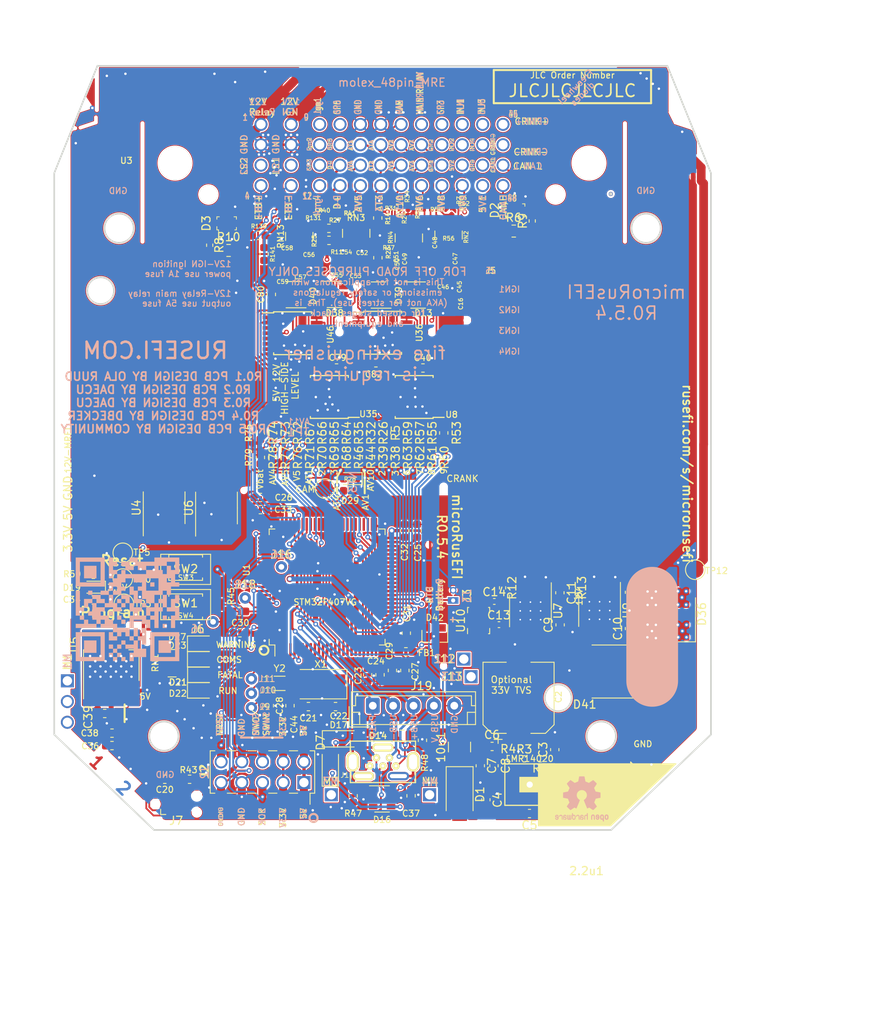
<source format=kicad_pcb>
(kicad_pcb (version 20211014) (generator pcbnew)
  (title_block (title "microRusEFI") (date "2020-05-01") (rev "R0.5.4"))
  (layers (0 "F.Cu" signal) (1 "In1.Cu" signal) (2 "In2.Cu" signal) (31 "B.Cu" signal) (34 "B.Paste" user) (35 "F.Paste" user) (36 "B.SilkS" user "B.Silkscreen") (37 "F.SilkS" user "F.Silkscreen") (38 "B.Mask" user) (39 "F.Mask" user) (44 "Edge.Cuts" user))
  (net 0 "")
  (net 1 "GND")
  (net 2 "/CANL")
  (net 3 "/CANH")
  (net 5 "/MCU/shield")
  (net 6 "/MCU/PA10")
  (net 7 "/MCU/PA14")
  (net 8 "/MCU/PA13")
  (net 9 "Net-(D19-Pad1)")
  (net 10 "/MCU/PA9")
  (net 12 "unconnected-(U3-Pad9)")
  (net 16 "Net-(R139-Pad1)")
  (net 17 "/CAM_SENSOR")
  (net 18 "/MAIN_RELAY")
  (net 19 "/MCU/PD10")
  (net 20 "Net-(C21-Pad1)")
  (net 21 "Net-(C22-Pad1)")
  (net 22 "Net-(C25-Pad1)")
  (net 23 "Net-(C26-Pad1)")
  (net 24 "Net-(D14-Pad1)")
  (net 25 "/MCU/PD11")
  (net 26 "/MCU/PB6")
  (net 27 "/USB_D+")
  (net 28 "/USB_D-")
  (net 29 "/Vbat_MCU")
  (net 30 "/MCU/PD7")
  (net 31 "/MCU/PD6")
  (net 32 "/MCU/PD4")
  (net 33 "/MCU/PD3")
  (net 34 "/MCU/PD2")
  (net 35 "/MCU/PD1")
  (net 36 "/MCU/PD9")
  (net 37 "/MCU/PD8")
  (net 38 "/MCU/PE14")
  (net 39 "/MCU/PE13")
  (net 40 "/PE4")
  (net 41 "/PE1")
  (net 42 "/PE2")
  (net 43 "/PE3")
  (net 44 "Net-(D29-Pad1)")
  (net 45 "Net-(NT1-Pad1)")
  (net 46 "Net-(D21-Pad1)")
  (net 47 "Net-(D22-Pad1)")
  (net 48 "Net-(D23-Pad1)")
  (net 49 "Net-(D27-Pad1)")
  (net 50 "/AV4")
  (net 51 "/AT4")
  (net 52 "/AT3")
  (net 53 "/AV3")
  (net 54 "/AT2")
  (net 55 "/AT1")
  (net 56 "/AV2")
  (net 57 "/AV10")
  (net 58 "/AV1")
  (net 59 "/AV5")
  (net 60 "/AV9")
  (net 61 "/AV8")
  (net 62 "/AV7")
  (net 63 "/AV6")
  (net 64 "/AV7_MCU")
  (net 65 "/AV6_MCU")
  (net 66 "/AV8_MCU")
  (net 67 "/AV9_MCU")
  (net 68 "/AT2_MCU")
  (net 69 "/AT1_MCU")
  (net 70 "/AT3_MCU")
  (net 71 "/AT4_MCU")
  (net 72 "/AV10_MCU")
  (net 73 "/AV1_MCU")
  (net 74 "/AV2_MCU")
  (net 75 "/AV3_MCU")
  (net 76 "/AV5_MCU")
  (net 77 "/AV4_MCU")
  (net 82 "unconnected-(U3-Pad37)")
  (net 85 "/CAM_MCU")
  (net 86 "/MCU/PE12")
  (net 87 "/MCU/PE11")
  (net 88 "/MCU/PE10")
  (net 89 "/MCU/PE9")
  (net 90 "/MCU/PE8")
  (net 91 "/MCU/PE7")
  (net 92 "/12V_SAFE")
  (net 93 "/12V_KEY")
  (net 94 "/12V_MREL")
  (net 95 "/MCU/VBAT")
  (net 96 "/MCU/BOOT0")
  (net 97 "/MCU/VDDA")
  (net 98 "Net-(C28-Pad1)")
  (net 99 "Net-(C44-Pad2)")
  (net 100 "Net-(R5-Pad2)")
  (net 101 "Net-(R26-Pad2)")
  (net 102 "Net-(R32-Pad2)")
  (net 103 "Net-(R35-Pad2)")
  (net 104 "Net-(R53-Pad2)")
  (net 105 "Net-(R55-Pad2)")
  (net 106 "Net-(R57-Pad2)")
  (net 107 "Net-(R59-Pad2)")
  (net 108 "Net-(R64-Pad2)")
  (net 109 "Net-(R65-Pad2)")
  (net 110 "Net-(R66-Pad2)")
  (net 111 "Net-(R67-Pad2)")
  (net 112 "Net-(R72-Pad2)")
  (net 113 "Net-(R73-Pad2)")
  (net 114 "Net-(R74-Pad2)")
  (net 115 "Net-(R75-Pad2)")
  (net 116 "/ADC/AGND")
  (net 117 "/MCU/PB2-BOOT1")
  (net 119 "/PC10")
  (net 120 "/PA15")
  (net 121 "/PC11")
  (net 122 "/PC12")
  (net 123 "/PB8")
  (net 124 "/MCU/Vrtc")
  (net 125 "/MCU/Vrtcc")
  (net 126 "/PB9")
  (net 127 "/ADC/AV11_MCU")
  (net 128 "/MCU/PB7")
  (net 129 "/MCU/PE6")
  (net 130 "/MCU/PE5")
  (net 131 "/MCU/PD0")
  (net 132 "/RST")
  (net 133 "Net-(C16-Pad1)")
  (net 134 "Net-(C45-Pad1)")
  (net 135 "Net-(C46-Pad1)")
  (net 136 "Net-(C47-Pad1)")
  (net 137 "Net-(C48-Pad1)")
  (net 138 "Net-(C49-Pad1)")
  (net 139 "Net-(C50-Pad1)")
  (net 140 "Net-(C51-Pad1)")
  (net 141 "Net-(C52-Pad1)")
  (net 142 "Net-(C53-Pad1)")
  (net 143 "Net-(C54-Pad1)")
  (net 144 "Net-(C55-Pad1)")
  (net 145 "Net-(C56-Pad1)")
  (net 146 "Net-(C57-Pad1)")
  (net 147 "Net-(C58-Pad1)")
  (net 148 "/PB11")
  (net 149 "/PB10")
  (net 150 "/PE0")
  (net 151 "/PC13")
  (net 157 "/MCU/PA8")
  (net 158 "/MCU/PC9")
  (net 159 "/MCU/PC8")
  (net 160 "/MCU/PC7")
  (net 161 "/MCU/PB15")
  (net 162 "/MCU/PB14")
  (net 163 "/MCU/PB13")
  (net 164 "/MCU/PB3")
  (net 165 "/MCU/PD5")
  (net 166 "/MCU/PC6")
  (net 167 "/MCU/PD15")
  (net 168 "/MCU/PD14")
  (net 169 "/MCU/PD13")
  (net 170 "/MCU/PD12")
  (net 174 "Net-(C1-Pad1)")
  (net 175 "Net-(2.2u1-Pad2)")
  (net 176 "Net-(C4-Pad1)")
  (net 177 "Net-(C6-Pad2)")
  (net 178 "Net-(R2-Pad1)")
  (net 179 "Net-(10u1-Pad1)")
  (net 180 "Net-(C5-Pad1)")
  (net 181 "/CAN Transceiver/TXDCAN1")
  (net 182 "/CAN Transceiver/RXDCAN1")
  (net 183 "/CAN Transceiver/TXDCAN2")
  (net 184 "/CAN Transceiver/RXDCAN2")
  (net 185 "Net-(R6-Pad2)")
  (net 186 "Net-(R10-Pad1)")
  (net 189 "/CAN Transceiver/CANH2")
  (net 190 "/CAN Transceiver/CANL1")
  (net 191 "/CAN Transceiver/CANL2")
  (net 192 "/MCU/RXDCAN1")
  (net 193 "VDD")
  (net 194 "5V")
  (net 195 "/CAN Transceiver/CANH1")
  (net 196 "Net-(R12-Pad2)")
  (net 197 "Net-(R13-Pad2)")
  (net 202 "5V2")
  (net 203 "5V1")
  (net 205 "Net-(C13-Pad1)")
  (net 206 "SDO")
  (net 211 "CS")
  (net 212 "SCK")
  (net 213 "SDI")
  (net 214 "/MCU/CS")
  (net 215 "/MCU/SDO")
  (net 216 "/MCU/SDI")
  (footprint "Capacitor_SMD:C_0603_1608Metric" (layer "F.Cu") (at 51.7905 100.95)
    (fp_text reference "C21")
    (fp_text value "18pF")
  )
  (footprint "Capacitor_SMD:C_0603_1608Metric" (layer "F.Cu") (at 26.797 101.7905)
    (fp_text reference "C39")
    (fp_text value "22uF")
  )
  (footprint "Capacitor_SMD:C_0603_1608Metric" (layer "F.Cu") (at 55.118 100.95 180)
    (fp_text reference "C22")
    (fp_text value "18pF")
  )
  (footprint "Capacitor_SMD:C_0603_1608Metric" (layer "F.Cu") (at 27.686 104.2035 180)
    (fp_text reference "C38")
    (fp_text value "100nF")
  )
  (footprint "Capacitor_SMD:C_0603_1608Metric" (layer "F.Cu") (at 64.389 111.887 -90)
    (fp_text reference "C37")
    (fp_text value "100nF")
  )
  (footprint "Diode_SMD:D_SOD-123" (layer "F.Cu") (at 55.753 104.902)
    (fp_text reference "D17")
    (fp_text value "B5819W")
  )
  (footprint "Package_TO_SOT_SMD:SOT-23-6" (layer "F.Cu") (at 60.833 112.268)
    (fp_text reference "D16")
    (fp_text value "SRV05-4")
  )
  (footprint "Resistor_SMD:R_0603_1608Metric" (layer "F.Cu") (at 57.277 111.887 -90)
    (fp_text reference "R47")
    (fp_text value "100K")
  )
  (footprint "Resistor_SMD:R_0603_1608Metric" (layer "F.Cu") (at 65.786 105.0798 -90)
    (fp_text reference "R48")
    (fp_text value "2.2k")
  )
  (footprint "Capacitor_SMD:C_0603_1608Metric" (layer "F.Cu") (at 63.627 96.52 90)
    (fp_text reference "C27")
    (fp_text value "1uF")
  )
  (footprint "Capacitor_SMD:C_0603_1608Metric" (layer "F.Cu") (at 63.6016 79.4004 -90)
    (fp_text reference "C32")
    (fp_text value "100nF")
  )
  (footprint "Capacitor_SMD:C_0603_1608Metric" (layer "F.Cu") (at 45.9 76.8)
    (fp_text reference "C33")
    (fp_text value "100nF")
  )
  (footprint "Capacitor_SMD:C_0603_1608Metric" (layer "F.Cu") (at 25.4 87.884 180)
    (fp_text reference "C34")
    (fp_text value "100nF")
  )
  (footprint "Package_SO:TSSOP-14_4.4x5mm_P0.65mm" (layer "F.Cu") (at 54.356 62.992 180)
    (fp_text reference "U35")
    (fp_text value "MCP6004")
  )
  (footprint "Resistor_SMD:R_0603_1608Metric" (layer "F.Cu") (at 45.6945 43.18 180)
    (fp_text reference "R139")
    (fp_text value "39k")
  )
  (footprint "Resistor_SMD:R_0603_1608Metric" (layer "F.Cu") (at 43.3045 89.2818 180)
    (fp_text reference "R45")
    (fp_text value "10K")
  )
  (footprint "Capacitor_SMD:C_0603_1608Metric" (layer "F.Cu") (at 65.1256 79.4004 90)
    (fp_text reference "C25")
    (fp_text value "2.2uF")
  )
  (footprint "Capacitor_SMD:C_0603_1608Metric" (layer "F.Cu") (at 63.8048 91.948 90)
    (fp_text reference "C31")
    (fp_text value "100nF")
  )
  (footprint "Resistor_SMD:R_0402_1005Metric" (layer "F.Cu") (at 63.527912 39.970109)
    (fp_text reference "R31")
    (fp_text value "470K")
  )
  (footprint "rusefi_lib:MINI-USB_RCTP_V-T_B_and_HW-MU-5F-23" (layer "F.Cu") (at 60.9346 107.7214 180)
    (fp_text reference "J1")
    (fp_text value "USB_B_Micro" hide)
  )
  (footprint "Resistor_SMD:R_0603_1608Metric" (layer "F.Cu") (at 25.4 84.7344 180)
    (fp_text reference "R50")
    (fp_text value "1k")
  )
  (footprint "Resistor_SMD:R_Array_Convex_4x0603" (layer "F.Cu") (at 57.658 42.926 -90)
    (fp_text reference "RN3")
    (fp_text value "10k")
  )
  (footprint "Resistor_SMD:R_0402_1005Metric" (layer "F.Cu") (at 67.296043 41.016813 180)
    (fp_text reference "R56")
    (fp_text value "470K")
  )
  (footprint "Resistor_SMD:R_0402_1005Metric" (layer "F.Cu") (at 66.402857 39.942197)
    (fp_text reference "R58")
    (fp_text value "470K")
  )
  (footprint "Package_SO:TSSOP-14_4.4x5mm_P0.65mm" (layer "F.Cu") (at 64.77 62.992 180)
    (fp_text reference "U8")
    (fp_text value "MCP6004")
  )
  (footprint "Capacitor_SMD:C_0603_1608Metric" (layer "F.Cu") (at 27.686 105.7275)
    (fp_text reference "C36")
    (fp_text value "1uF")
  )
  (footprint "Resistor_SMD:R_0603_1608Metric" (layer "F.Cu") (at 60.301967 41.05203 90)
    (fp_text reference "R14")
    (fp_text value "2.7k")
  )
  (footprint "Resistor_SMD:R_0603_1608Metric" (layer "F.Cu") (at 54.3052 42.3164 180)
    (fp_text reference "R27")
    (fp_text value "2.7k")
  )
  (footprint "Fiducial:Fiducial_0.5mm_Mask1mm" (layer "F.Cu") (at 93.444373 102.083359)
    (fp_text reference "FID4" hide)
    (fp_text value "Fiducial")
  )
  (footprint "Fiducial:Fiducial_0.5mm_Mask1mm" (layer "F.Cu") (at 42.799 94.488)
    (fp_text reference "FID2" hide)
    (fp_text value "Fiducial")
  )
  (footprint "LED_SMD:LED_0805_2012Metric" (layer "F.Cu") (at 38.65 97.05)
    (fp_text reference "D21")
    (fp_text value "LED-RED")
  )
  (footprint "LED_SMD:LED_0805_2012Metric" (layer "F.Cu") (at 38.6335 98.95)
    (fp_text reference "D22")
    (fp_text value "LED-GREEN")
  )
  (footprint "LED_SMD:LED_0805_2012Metric" (layer "F.Cu") (at 38.6335 95.15)
    (fp_text reference "D23")
    (fp_text value "LED-BLUE")
  )
  (footprint "LED_SMD:LED_0805_2012Metric" (layer "F.Cu") (at 38.6335 93.25)
    (fp_text reference "D27")
    (fp_text value "LED-YELLOW")
  )
  (footprint "Resistor_SMD:R_Array_Convex_4x0603" (layer "F.Cu") (at 35.063 95.631 180)
    (fp_text reference "RN1")
    (fp_text value "1k")
  )
  (footprint "Crystal:Crystal_SMD_5032-2Pin_5.0x3.2mm" (layer "F.Cu") (at 53.467 98.2 180)
    (fp_text reference "X1")
    (fp_text value "8MHz 20pF")
  )
  (footprint "Resistor_SMD:R_0603_1608Metric" (layer "F.Cu") (at 37.211 109.855 180)
    (fp_text reference "R43")
    (fp_text value "10K")
  )
  (footprint "rusEFI_Ola:Net-Tie_2_8.5mil" (layer "F.Cu") (at 52.07 81.153 -90)
    (fp_text reference "NT1" hide)
    (fp_text value "Net-Tie_2")
  )
  (footprint "Resistor_SMD:R_0402_1005Metric" (layer "F.Cu") (at 53.107399 40.881904)
    (fp_text reference "R40")
    (fp_text value "DNP")
  )
  (footprint "Fiducial:Fiducial_0.5mm_Mask1mm" (layer "F.Cu") (at 28.194 27.7368)
    (fp_text reference "FID1" hide)
    (fp_text value "Fiducial")
  )
  (footprint "Capacitor_SMD:C_0603_1608Metric" (layer "F.Cu") (at 45.8978 75.311 180)
    (fp_text reference "C26")
    (fp_text value "2.2uF")
  )
  (footprint "Capacitor_SMD:C_0603_1608Metric" (layer "F.Cu") (at 60.579 97.0535 90)
    (fp_text reference "C24")
    (fp_text value "100nF")
  )
  (footprint "Package_SO:TSSOP-14_4.4x5mm_P0.65mm" (layer "F.Cu") (at 60.89396 55.118)
    (fp_text reference "U36")
    (fp_text value "MCP6004")
  )
  (footprint "Diode_SMD:D_SMA" (layer "F.Cu") (at 97.64619 89.606904 90)
    (fp_text reference "D36")
    (fp_text value "SS54")
  )
  (footprint "TestPoint:TestPoint_Pad_D2.0mm" (layer "F.Cu") (at 29.014066 85.253374)
    (fp_text reference "TP0")
    (fp_text value "GND")
  )
  (footprint "Capacitor_SMD:C_0603_1608Metric" (layer "F.Cu") (at 46.99 100.8375 -90)
    (fp_text reference "C28")
    (fp_text value "6.8pF")
  )
  (footprint "Crystal:Crystal_SMD_3215-2Pin_3.2x1.5mm" (layer "F.Cu") (at 48.26 98.1 180)
    (fp_text reference "Y2")
    (fp_text value "32768 Hz")
  )
  (footprint "Capacitor_SMD:C_0603_1608Metric" (layer "F.Cu") (at 34.163 109.855)
    (fp_text reference "C20")
    (fp_text value "10nF")
  )
  (footprint "Package_TO_SOT_SMD:SOT-223-3_TabPin2" (layer "F.Cu") (at 27.6 95.9 90)
    (fp_text reference "U5")
    (fp_text value "LM1117-3.3")
  )
  (footprint "Package_TO_SOT_SMD:SOT-23-6" (layer "F.Cu") (at 65.2526 50.4952)
    (fp_text reference "D13")
    (fp_text value "SRV05-4")
  )
  (footprint "TestPoint:TestPoint_Pad_D2.0mm" (layer "F.Cu") (at 29.144303 88.346494)
    (fp_text reference "TP3")
    (fp_text value "GND")
  )
  (footprint "Package_TO_SOT_SMD:SOT-23-6" (layer "F.Cu") (at 49.95164 50.4444 180)
    (fp_text reference "D40")
    (fp_text value "SRV05-4")
  )
  (footprint "Capacitor_SMD:C_0603_1608Metric" (layer "F.Cu") (at 49.53 100.8375 90)
    (fp_text reference "C44")
    (fp_text value "6.8pF")
  )
  (footprint "LED_SMD:LED_0603_1608Metric" (layer "F.Cu") (at 56.9 73 180)
    (fp_text reference "D29")
    (fp_text value "LED-RED")
  )
  (footprint "Package_TO_SOT_SMD:SOT-23-6" (layer "F.Cu") (at 60.3885 50.4952 180)
    (fp_text reference "D39")
    (fp_text value "SRV05-4")
  )
  (footprint "Capacitor_SMD:C_0603_1608Metric" (layer "F.Cu") (at 55.245 59.436 180)
    (fp_text reference "C79")
    (fp_text value "10nF")
  )
  (footprint "Capacitor_SMD:C_0603_1608Metric" (layer "F.Cu") (at 65.8495 59.436 180)
    (fp_text reference "C40")
    (fp_text value "10nF")
  )
  (footprint "Package_TO_SOT_SMD:SOT-23-6" (layer "F.Cu") (at 54.991 50.419)
    (fp_text reference "D38")
    (fp_text value "SRV05-4")
  )
  (footprint "Resistor_SMD:R_Array_Convex_4x0603" (layer "F.Cu") (at 50.673 43.307 -90)
    (fp_text reference "RN13")
    (fp_text value "10k")
  )
  (footprint "Package_SO:TSSOP-14_4.4x5mm_P0.65mm" (layer "F.Cu") (at 49.85258 55.17642)
    (fp_text reference "U46")
    (fp_text value "MCP6004")
  )
  (footprint "Resistor_SMD:R_0603_1608Metric" (layer "F.Cu") (at 60.9 67.4 90)
    (fp_text reference "R26")
    (fp_text value "6.8K")
  )
  (footprint "Resistor_SMD:R_0603_1608Metric" (layer "F.Cu") (at 59.4 67.4 90)
    (fp_text reference "R32")
    (fp_text value "6.8K")
  )
  (footprint "Resistor_SMD:R_0603_1608Metric" (layer "F.Cu") (at 57.9 67.4 90)
    (fp_text reference "R35")
    (fp_text value "6.8K")
  )
  (footprint "Resistor_SMD:R_0603_1608Metric" (layer "F.Cu") (at 62.4 70.4 90)
    (fp_text reference "R38")
    (fp_text value "10K")
  )
  (footprint "Resistor_SMD:R_0603_1608Metric" (layer "F.Cu") (at 60.9 70.4 90)
    (fp_text reference "R39")
    (fp_text value "10K")
  )
  (footprint "Resistor_SMD:R_0603_1608Metric" (layer "F.Cu") (at 57.9 70.4 90)
    (fp_text reference "R46")
    (fp_text value "10K")
  )
  (footprint "Resistor_SMD:R_0603_1608Metric" (layer "F.Cu") (at 59.4 70.4 90)
    (fp_text reference "R44")
    (fp_text value "10K")
  )
  (footprint "Resistor_SMD:R_0603_1608Metric" (layer "F.Cu") (at 62.4 67.4 90)
    (fp_text reference "R5")
    (fp_text value "6.8K")
  )
  (footprint "hw_microRusEfi-master:Net-Tie_2_8.5mil" (layer "F.Cu") (at 60.3885 86.3092 -90)
    (fp_text reference "NT2" hide)
    (fp_text value "Net-Tie_2")
  )
  (footprint "Resistor_SMD:R_0603_1608Metric" (layer "F.Cu") (at 66.9 67.4 90)
    (fp_text reference "R55")
    (fp_text value "6.8K")
  )
  (footprint "Resistor_SMD:R_0603_1608Metric" (layer "F.Cu") (at 65.4 67.4 90)
    (fp_text reference "R57")
    (fp_text value "6.8K")
  )
  (footprint "Resistor_SMD:R_0603_1608Metric" (layer "F.Cu") (at 63.9 67.4 90)
    (fp_text reference "R59")
    (fp_text value "6.8K")
  )
  (footprint "Resistor_SMD:R_0603_1608Metric" (layer "F.Cu") (at 68.4 70.4 90)
    (fp_text reference "R60")
    (fp_text value "10K")
  )
  (footprint "Resistor_SMD:R_0603_1608Metric" (layer "F.Cu") (at 66.9 70.4 90)
    (fp_text reference "R61")
    (fp_text value "10K")
  )
  (footprint "Resistor_SMD:R_0603_1608Metric" (layer "F.Cu") (at 65.4 70.4 90)
    (fp_text reference "R62")
    (fp_text value "10K")
  )
  (footprint "Resistor_SMD:R_0603_1608Metric" (layer "F.Cu") (at 63.9 70.4 90)
    (fp_text reference "R63")
    (fp_text value "10K")
  )
  (footprint "Resistor_SMD:R_0603_1608Metric" (layer "F.Cu") (at 68.4 67.4 90)
    (fp_text reference "R53")
    (fp_text value "6.8K")
  )
  (footprint "LED_SMD:LED_0603_1608Metric" (layer "F.Cu") (at 25.4 86.3092 180)
    (fp_text reference "D19")
    (fp_text value "LED-RED")
  )
  (footprint "Resistor_SMD:R_0603_1608Metric" (layer "F.Cu") (at 56.4 67.4 90)
    (fp_text reference "R64")
    (fp_text value "6.8K")
  )
  (footprint "Resistor_SMD:R_0603_1608Metric" (layer "F.Cu") (at 54.9 67.4 90)
    (fp_text reference "R65")
    (fp_text value "6.8K")
  )
  (footprint "Resistor_SMD:R_0603_1608Metric" (layer "F.Cu") (at 53.4 67.4 90)
    (fp_text reference "R66")
    (fp_text value "6.8K")
  )
  (footprint "Resistor_SMD:R_0603_1608Metric" (layer "F.Cu") (at 51.9 67.4 90)
    (fp_text reference "R67")
    (fp_text value "6.8K")
  )
  (footprint "Resistor_SMD:R_0603_1608Metric" (layer "F.Cu") (at 56.4 70.4 90)
    (fp_text reference "R68")
    (fp_text value "10K")
  )
  (footprint "Resistor_SMD:R_0603_1608Metric" (layer "F.Cu") (at 54.9 70.4 90)
    (fp_text reference "R69")
    (fp_text value "10K")
  )
  (footprint "Resistor_SMD:R_0603_1608Metric" (layer "F.Cu") (at 53.4 70.4 90)
    (fp_text reference "R70")
    (fp_text value "10K")
  )
  (footprint "Resistor_SMD:R_0603_1608Metric" (layer "F.Cu") (at 51.9 70.4 90)
    (fp_text reference "R71")
    (fp_text value "10K")
  )
  (footprint "Resistor_SMD:R_0603_1608Metric" (layer "F.Cu") (at 50.4 67.4 90)
    (fp_text reference "R72")
    (fp_text value "6.8K")
  )
  (footprint "Resistor_SMD:R_0603_1608Metric" (layer "F.Cu") (at 45.9 67.4 90)
    (fp_text reference "R75")
    (fp_text value "6.8K")
  )
  (footprint "Resistor_SMD:R_0603_1608Metric" (layer "F.Cu") (at 50.4 70.4 90)
    (fp_text reference "R76")
    (fp_text value "10K")
  )
  (footprint "Resistor_SMD:R_0603_1608Metric" (layer "F.Cu") (at 48.9 70.4 90)
    (fp_text reference "R77")
    (fp_text value "10K")
  )
  (footprint "Resistor_SMD:R_0603_1608Metric" (layer "F.Cu") (at 47.4 70.4 90)
    (fp_text reference "R78")
    (fp_text value "10K")
  )
  (footprint "Resistor_SMD:R_0603_1608Metric" (layer "F.Cu") (at 45.9 70.4 90)
    (fp_text reference "R79")
    (fp_text value "10K")
  )
  (footprint "Capacitor_SMD:C_0603_1608Metric" (layer "F.Cu") (at 60.071 58.801)
    (fp_text reference "C82")
    (fp_text value "10nF")
  )
  (footprint "Resistor_SMD:R_0603_1608Metric" (layer "F.Cu") (at 56.887501 74.5)
    (fp_text reference "R28")
    (fp_text value "2.2k")
  )
  (footprint "TestPoint:TestPoint_Pad_D2.0mm" (layer "F.Cu") (at 53.8226 74.2188)
    (fp_text reference "TP2" hide)
    (fp_text value "TP")
  )
  (footprint "Diode_SMD:D_SMA" (layer "F.Cu") (at 93.941959 89.634271 90)
    (fp_text reference "D37")
    (fp_text value "SS54")
  )
  (footprint "Package_TO_SOT_SMD:SOT-23" (layer "F.Cu") (at 67.3 92.3 -90)
    (fp_text reference "D42")
    (fp_text value "BAV70")
  )
  (footprint "Button_Switch_SMD:SW_SPST_CK_RS282G05A3" (layer "F.Cu") (at 36.7284 88.4428)
    (fp_text reference "SW1")
    (fp_text value "SW_Push")
  )
  (footprint "TestPoint:TestPoint_Pad_D2.0mm" (layer "F.Cu") (at 29.014066 82.095135)
    (fp_text reference "TP5")
    (fp_text value "5V")
  )
  (footprint "TestPoint:TestPoint_Pad_D2.0mm" (layer "F.Cu") (at 99.266839 84.171632)
    (fp_text reference "TP12")
    (fp_text value "5V")
  )
  (footprint "Capacitor_SMD:C_0603_1608Metric" (layer "F.Cu") (at 43.3832 91.8972 180)
    (fp_text reference "C30")
    (fp_text value "100nF")
  )
  (footprint "Button_Switch_SMD:SW_Push_SPST_NO_Alps_SKRK" (layer "F.Cu") (at 36.7284 83.9 180)
    (fp_text reference "SW3")
    (fp_text value "SW_Push")
  )
  (footprint "Button_Switch_SMD:SW_Push_SPST_NO_Alps_SKRK" (layer "F.Cu") (at 36.7284 88.7)
    (fp_text reference "SW4")
    (fp_text value "SW_Push")
  )
  (footprint "Connector:Tag-Connect_TC2030-IDC-NL_2x03_P1.27mm_Vertical" (layer "F.Cu") (at 35.56 112.903)
    (fp_text reference "J7")
    (fp_text value "TC2030")
  )
  (footprint "Capacitor_SMD:C_0603_1608Metric" (layer "F.Cu") (at 47.244 50.419 90)
    (fp_text reference "C80")
    (fp_text value "10nF")
  )
  (footprint "Resistor_SMD:R_0603_1608Metric" (layer "F.Cu") (at 47.4 67.4 90)
    (fp_text reference "R74")
    (fp_text value "6.8K")
  )
  (footprint "Resistor_SMD:R_0603_1608Metric" (layer "F.Cu") (at 48.9 67.4 90)
    (fp_text reference "R73")
    (fp_text value "6.8K")
  )
  (footprint "Resistor_SMD:R_0402_1005Metric" (layer "F.Cu") (at 64.923516 41.086593 180)
    (fp_text reference "R24")
    (fp_text value "470K")
  )
  (footprint "Capacitor_SMD:C_0603_1608Metric" (layer "F.Cu") (at 62.103 96.52 90)
    (fp_text reference "C29")
    (fp_text value "10nF")
  )
  (footprint "Capacitor_SMD:CP_Elec_8x10.5" (layer "F.Cu") (at 77.580212 99.869966 90)
    (fp_text reference "C2")
    (fp_text value "100UF 50V")
  )
  (footprint "Package_QFP:LQFP-100_14x14mm_P0.5mm" (layer "F.Cu") (at 54.0868 86.2846 90)
    (fp_text reference "U1")
    (fp_text value "STM32F427VGT6")
  )
  (footprint "Fiducial:Fiducial_0.5mm_Mask1mm" (layer "F.Cu") (at 88.9 38.1)
    (fp_text reference "FID3" hide)
    (fp_text value "Fiducial")
  )
  (footprint "Resistor_SMD:R_0603_1608Metric" (layer "F.Cu") (at 46.355 45.466 -90)
    (fp_text reference "R141")
    (fp_text value "10K")
  )
  (footprint "Diode_SMD:D_SOD-123" (layer "F.Cu") (at 54.483 108.458 90)
    (fp_text reference "D7")
    (fp_text value "B5819W")
  )
  (footprint "Button_Switch_SMD:SW_SPST_CK_RS282G05A3" (layer "F.Cu") (at 36.7284 84.1248 180)
    (fp_text reference "SW2")
    (fp_text value "SW_Push")
  )
  (footprint "Connector_PinSocket_2.54mm:PinSocket_2x05_P2.54mm_Vertical_SMD" (layer "F.Cu") (at 46.1518 108.966 -90)
    (fp_text reference "J2")
    (fp_text value "Conn_02x05_Odd_Even")
  )
  (footprint "Capacitor_SMD:C_0603_1608Metric" (layer "F.Cu") (at 59.055 97.0535 90)
    (fp_text reference "C23")
    (fp_text value "1uF")
  )
  (footprint "Resistor_SMD:R_0603_1608Metric_Pad1.05x0.95mm_HandSolder" (layer "F.Cu") (at 63.754 94.234 180)
    (fp_text reference "FB1")
    (fp_text value "FILTER")
  )
  (footprint "Resistor_SMD:R_0402_1005Metric" (layer "F.Cu") (at 50.474408 40.986912 180)
    (fp_text reference "R131")
    (fp_text value "470K")
  )
  (footprint "Capacitor_SMD:C_0402_1005Metric" (layer "F.Cu") (at 68.333226 49.135865 -90)
    (fp_text reference "C45")
    (fp_text value "100nF")
  )
  (footprint "Capacitor_SMD:C_0402_1005Metric" (layer "F.Cu") (at 68.552087 47.348205 180)
    (fp_text reference "C46")
    (fp_text value "100nF")
  )
  (footprint "Capacitor_SMD:C_0402_1005Metric" (layer "F.Cu") (at 67.807765 45.785128 -90)
    (fp_text reference "C47")
    (fp_text value "100nF")
  )
  (footprint "Capacitor_SMD:C_0402_1005Metric" (layer "F.Cu") (at 66.551721 44.073186 90)
    (fp_text reference "C48")
    (fp_text value "100nF")
  )
  (footprint "Capacitor_SMD:C_0402_1005Metric" (layer "F.Cu") (at 64.506025 46.04445 -90)
    (fp_text reference "C49")
    (fp_text value "100nF")
  )
  (footprint "Capacitor_SMD:C_0402_1005Metric" (layer "F.Cu") (at 63.453479 46.762051 -90)
    (fp_text reference "C50")
    (fp_text value "100nF")
  )
  (footprint "Capacitor_SMD:C_0402_1005Metric" (layer "F.Cu") (at 61.667106 45.90608 90)
    (fp_text reference "C51")
    (fp_text value "100nF")
  )
  (footprint "Capacitor_SMD:C_0402_1005Metric" (layer "F.Cu") (at 68.347697 51.161768 -90)
    (fp_text reference "C16")
    (fp_text value "100nF")
  )
  (footprint "Resistor_SMD:R_0402_1005Metric" (layer "F.Cu") (at 68.998681 40.291098 135)
    (fp_text reference "R54")
    (fp_text value "470K")
  )
  (footprint "Resistor_SMD:R_0402_1005Metric" (layer "F.Cu") (at 70.910659 38.881538 90)
    (fp_text reference "R7")
    (fp_text value "DNP")
  )
  (footprint "Resistor_SMD:R_Array_Convex_4x0603" (layer "F.Cu") (at 68.991644 43.137744 -90)
    (fp_text reference "RN2")
    (fp_text value "10k")
  )
  (footprint "Resistor_SMD:R_Array_Convex_4x0603" (layer "F.Cu") (at 64.115255 43.496336 -90)
    (fp_text reference "RN4")
    (fp_text value "10k")
  )
  (footprint "Resistor_SMD:R_0402_1005Metric" (layer "F.Cu") (at 62.676593 38.90945)
    (fp_text reference "R34")
    (fp_text value "470K")
  )
  (footprint "Resistor_SMD:R_0402_1005Metric" (layer "F.Cu") (at 61.639194 43.580073 -90)
    (fp_text reference "R37")
    (fp_text value "470K")
  )
  (footprint "Capacitor_SMD:C_0402_1005Metric" (layer "F.Cu") (at 58.423101 46.104566 180)
    (fp_text reference "C52")
    (fp_text value "100nF")
  )
  (footprint "Capacitor_SMD:C_0402_1005Metric" (layer "F.Cu") (at 57.579536 47.252063)
    (fp_text reference "C53")
    (fp_text value "100nF")
  )
  (footprint "Capacitor_SMD:C_0402_1005Metric" (layer "F.Cu") (at 55.966837 45.99912 180)
    (fp_text reference "C54")
    (fp_text value "100nF")
  )
  (footprint "Capacitor_SMD:C_0402_1005Metric" (layer "F.Cu") (at 55.253528 47.177631)
    (fp_text reference "C55")
    (fp_text value "100nF")
  )
  (footprint "Capacitor_SMD:C_0402_1005Metric" (layer "F.Cu") (at 52.265384 46.236373 180)
    (fp_text reference "C56")
    (fp_text value "100nF")
  )
  (footprint "Capacitor_SMD:C_0402_1005Metric" (layer "F.Cu") (at 50.813956 47.478461)
    (fp_text reference "C57")
    (fp_text value "100nF")
  )
  (footprint "Capacitor_SMD:C_0402_1005Metric" (layer "F.Cu") (at 49.202032 45.419945 180)
    (fp_text reference "C58")
    (fp_text value "100nF")
  )
  (footprint "Capacitor_SMD:C_0402_1005Metric" (layer "F.Cu") (at 48.57401 48.043681)
    (fp_text reference "C59")
    (fp_text value "100nF")
  )
  (footprint "Resistor_SMD:R_0402_1005Metric" (layer "F.Cu") (at 53.58423 45.18967)
    (fp_text reference "R11")
    (fp_text value "DNP")
  )
  (footprint "Resistor_SMD:R_0402_1005Metric" (layer "F.Cu") (at 55.228717 40.416703)
    (fp_text reference "R41")
    (fp_text value "470K")
  )
  (footprint "Resistor_SMD:R_0402_1005Metric" (layer "F.Cu") (at 69.221978 38.95597 135)
    (fp_text reference "R52")
    (fp_text value "470K")
  )
  (footprint "Diode_SMD:D_SMC" (layer "F.Cu") (at 90.193325 96.64877 180)
    (fp_text reference "D41")
    (fp_text value "SM15T33C")
  )
  (footprint "Capacitor_SMD:C_0805_2012Metric" (layer "F.Cu") (at 63.2714 104.5464 180)
    (fp_text reference "D14")
    (fp_text value "LED-GREEN")
  )
  (footprint "Connector_JST:JST_EH_B5B-EH-A_1x05_P2.50mm_Vertical" (layer "F.Cu") (at 59.69 100.838)
    (fp_text reference "J19")
    (fp_text value "Conn_01x06")
  )
  (footprint "rusefi_lib:Molex_48_BCM" (layer "F.Cu") (at 45.9348 29.5656)
    (fp_text reference "U3")
    (fp_text value "molex_48pin_MRE")
  )
  (footprint "Resistor_SMD:R_0603_1608Metric" (layer "F.Cu") (at 60.316437 45.923361 -90)
    (fp_text reference "R23")
    (fp_text value "2.7k")
  )
  (footprint "Resistor_SMD:R_0603_1608Metric" (layer "F.Cu") (at 54.3179 43.7896 180)
    (fp_text reference "R25")
    (fp_text value "2.7k")
  )
  (footprint "Capacitor_SMD:C_0603_1608Metric" (layer "F.Cu") (at 74.331036 105.834165)
    (fp_text reference "C6")
    (fp_text value "270p")
  )
  (footprint "Simon:MWSA0503" (layer "F.Cu") (at 85.920172 111.50121)
    (fp_text reference "2.2u1")
    (fp_text value "INDUCTOR")
  )
  (footprint "Simon:SOIC8-DFN" (layer "F.Cu") (at 78.946955 110.512386 -90)
    (fp_text reference "U2" hide)
    (fp_text value "LMR14020")
  )
  (footprint "Capacitor_SMD:C_0603_1608Metric" (layer "F.Cu") (at 91.192206 86.9351 -90)
    (fp_text reference "C12")
    (fp_text value "1u")
  )
  (footprint "Diode_SMD:D_SMA" (layer "F.Cu") (at 70.348397 111.713667 -90)
    (fp_text reference "D1")
    (fp_text value "D_Schottky")
  )
  (footprint "Capacitor_SMD:C_0603_1608Metric" (layer "F.Cu") (at 92.384128 109.507544 45)
    (fp_text reference "C1")
    (fp_text value "4.7u")
  )
  (footprint "Capacitor_SMD:C_0603_1608Metric" (layer "F.Cu") (at 91.192206 91.382816 90)
    (fp_text reference "C10")
    (fp_text value "1u")
  )
  (footprint "Resistor_SMD:R_0402_1005Metric" (layer "F.Cu") (at 39.676885 44.384558 -90)
    (fp_text reference "R8")
    (fp_text value "0")
  )
  (footprint "Package_SO:Infineon_PG-DSO-8-27_3.9x4.9mm_EP2.65x3mm_ThermalVias" (layer "F.Cu") (at 87.522962 89.171257 -90)
    (fp_text reference "U9")
    (fp_text value "TLS115")
  )
  (footprint "Capacitor_SMD:C_0402_1005Metric" (layer "F.Cu") (at 74.60277 88.055996)
    (fp_text reference "C14")
    (fp_text value "100nF")
  )
  (footprint "Capacitor_SMD:C_0603_1608Metric" (layer "F.Cu") (at 82.022773 106.229538 90)
    (fp_text reference "C3")
    (fp_text value "1u")
  )
  (footprint "Resistor_SMD:R_0402_1005Metric" (layer "F.Cu") (at 90.428827 111.462845 45)
    (fp_text reference "R1")
    (fp_text value "1")
  )
  (footprint "Resistor_SMD:R_0402_1005Metric" (layer "F.Cu") (at 80.22562 107.350936 180)
    (fp_text reference "R2")
    (fp_text value "10k")
  )
  (footprint "Capacitor_SMD:C_0603_1608Metric" (layer "F.Cu") (at 82.652392 86.993657 -90)
    (fp_text reference "C11")
    (fp_text value "1u")
  )
  (footprint "Resistor_SMD:R_0402_1005Metric" (layer "F.Cu") (at 75.61888 86.393236 -90)
    (fp_text reference "R12")
    (fp_text value "10k")
  )
  (footprint "Resistor_SMD:R_0402_1005Metric" (layer "F.Cu") (at 78.289488 107.350936)
    (fp_text reference "R3")
    (fp_text value "12k")
  )
  (footprint "Package_SO:Infineon_PG-DSO-8-27_3.9x4.9mm_EP2.65x3mm_ThermalVias" (layer "F.Cu") (at 79.035927 89.214144 -90)
    (fp_text reference "U7")
    (fp_text value "TLS115")
  )
  (footprint "digikey-footprints:SOT-323" (layer "F.Cu") (at 41.75809 41.700445 90)
    (fp_text reference "D3")
    (fp_text value "PESD1CAN-UX")
  )
  (footprint "Inductor_SMD:L_1210_3225Metric" (layer "F.Cu") (at 70.33402 105.903705 90)
    (fp_text reference "10u1")
    (fp_text value "L_Small")
  )
  (footprint "Capacitor_SMD:C_0402_1005Metric" (layer "F.Cu") (at 75.177411 90.902264)
    (fp_text reference "C13")
    (fp_text value "100nF")
  )
  (footprint "Package_LGA:LGA-14_3x2.5mm_P0.5mm_LayoutBorder3x4y" (layer "F.Cu") (at 72.680159 90.404631 90)
    (fp_text reference "U10")
    (fp_text value "LSM6DS3")
  )
  (footprint "Capacitor_SMD:C_0603_1608Metric" (layer "F.Cu") (at 73.56799 112.370356 -90)
    (fp_text reference "C4")
    (fp_text value "10n")
  )
  (footprint "digikey-footprints:SOT-323" (layer "F.Cu") (at 77.156257 40.110712 90)
    (fp_text reference "D2")
    (fp_text value "PESD1CAN-UX")
  )
  (footprint "Resistor_SMD:R_0805_2012Metric" (layer "F.Cu") (at 41.994444 45.02826)
    (fp_text reference "R10")
    (fp_text value "120")
  )
  (footprint "Capacitor_SMD:C_0603_1608Metric" (layer "F.Cu") (at 78.920691 114.058008 180)
    (fp_text reference "C5")
    (fp_text value "100n")
  )
  (footprint "Resistor_SMD:R_0402_1005Metric" (layer "F.Cu") (at 84.1824 86.383585 -90)
    (fp_text reference "R13")
    (fp_text value "10k")
  )
  (footprint "Resistor_SMD:R_0402_1005Metric" (layer "F.Cu") (at 79.258804 41.41222 90)
    (fp_text reference "R9")
    (fp_text value "0")
  )
  (footprint "Package_SO:SOIC-8_3.9x4.9mm_P1.27mm" (layer "F.Cu") (at 40.509525 76.601795 90)
    (fp_text reference "U6")
    (fp_text value "TJA1051T-3")
  )
  (footprint "Capacitor_SMD:C_0603_1608Metric" (layer "F.Cu") (at 74.564566 108.201638 -90)
    (fp_text reference "C8")
    (fp_text value "10u")
  )
  (footprint "Capacitor_SMD:C_0603_1608Metric" (layer "F.Cu") (at 72.882432 108.201638 -90)
    (fp_text reference "C7")
    (fp_text value "10u")
  )
  (footprint "Package_SO:SOIC-8_3.9x4.9mm_P1.27mm" (layer "F.Cu") (at 34.08674 76.568783 90)
    (fp_text reference "U4")
    (fp_text value "TJA1051T-3")
  )
  (footprint "Capacitor_SMD:C_0603_1608Metric" (layer "F.Cu") (at 82.681345 90.929635 90)
    (fp_text reference "C9")
    (fp_text value "1u")
  )
  (footprint "Resistor_SMD:R_0402_1005Metric" (layer "F.Cu") (at 76.313229 107.320374)
    (fp_text reference "R4")
    (fp_text value "68k")
  )
  (footprint "Resistor_SMD:R_0805_2012Metric" (layer "F.Cu") (at 76.991435 42.651587)
    (fp_text reference "R6")
    (fp_text value "120")
  )
  (footprint "Fiducial:Fiducial_0.5mm_Mask1mm" (layer "B.Cu") (at 88.9 38.1)
    (fp_text reference "FID5" hide)
    (fp_text value "Fiducial")
  )
  (footprint "Fiducial:Fiducial_0.5mm_Mask1mm" (layer "B.Cu") (at 60.35 65.45)
    (fp_text reference "FID6" hide)
    (fp_text value "Fiducial")
  )
  (footprint "NetTie:NetTie-2_SMD_Pad0.5mm" (layer "B.Cu") (at 58.7 73.4 90)
    (fp_text reference "NT3")
    (fp_text value "Analog Ground Net Tie")
  )
  (footprint "TestPoint:TestPoint_Pad_D2.0mm" (layer "B.Cu") (at 47.879 67.183)
    (fp_text reference "TP1")
    (fp_text value "TP")
  )
  (footprint "rusefi_lib:MRE_QR_code" (layer "B.Cu") (at 29.591 89.027)
    (fp_text reference "LOGO3" hide)
    (fp_text value "LOGO" hide)
  )
  (footprint "Symbol:OSHW-Logo2_7.3x6mm_SilkScreen" (layer "B.Cu") (at 85.344 112.268 180)
    (fp_text reference "LOGO1" hide)
    (fp_text value "DNP" hide)
  )
  (footprint "rusefi_lib:Off_Road_Disclaimer" (layer "B.Cu") (at 59.055 50.8 180)
    (fp_text reference "G1" hide)
    (fp_text value "Disclaimer" hide)
  )
  (gr_line (start 93.98 97.79) (end 93.98 86.995) (layer "B.SilkS") (width 6.35))
  (gr_line (start 93.842 22.908) (end 74.538 22.908) (layer "F.SilkS") (width 0.25))
  (gr_poly (pts (xy 88.9 115.57) (xy 80.01 115.57) (xy 80.01 107.95) (xy 96.901 107.95)) (layer "F.SilkS") (width 0.1) (fill solid))
  (gr_line (start 93.842 26.972) (end 93.842 22.908) (layer "F.SilkS") (width 0.25))
  (gr_line (start 74.538 22.908) (end 74.538 26.972) (layer "F.SilkS") (width 0.25))
  (gr_line (start 55.3 72.8) (end 55.8 71.9) (layer "F.SilkS") (width 0.25))
  (gr_line (start 58.7 74.8) (end 58.7 72.3) (layer "F.SilkS") (width 0.25))
  (gr_line (start 29.2354 100.6856) (end 29.2354 102.8446) (layer "F.SilkS") (width 0.25))
  (gr_line (start 58.7 72.3) (end 58.5 71.9) (layer "F.SilkS") (width 0.25))
  (gr_line (start 74.538 26.972) (end 93.842 26.972) (layer "F.SilkS") (width 0.25))
  (gr_circle (center 46.339653 94.0443) (end 46.657153 94.4888) (layer "F.SilkS") (width 0.25) (fill none))
  (gr_line (start 55.3 74.8) (end 55.3 72.8) (layer "F.SilkS") (width 0.25))
  (gr_line (start 20.6 35.5385) (end 20.6016 104.381342) (layer "Edge.Cuts") (width 0.2))
  (gr_line (start 101.188 35.5385) (end 101.1896 104.381342) (layer "Edge.Cuts") (width 0.2))
  (gr_line (start 25.8959 22.4) (end 95.8413 22.4) (layer "Edge.Cuts") (width 0.2))
  (gr_line (start 101.1896 104.381342) (end 88.946604 116.0724) (layer "Edge.Cuts") (width 0.2))
  (gr_line (start 32.844596 116.0724) (end 20.6016 104.381342) (layer "Edge.Cuts") (width 0.2))
  (gr_line (start 95.8413 22.4) (end 101.188 35.5385) (layer "Edge.Cuts") (width 0.2))
  (gr_line (start 20.6 35.5385) (end 25.8959 22.4) (layer "Edge.Cuts") (width 0.2))
  (gr_circle (center 93.229799 42.3012) (end 95.020499 42.3012) (layer "Edge.Cuts") (width 0.2) (fill none))
  (gr_circle (center 26.2881 49.959301) (end 27.9264 49.959301) (layer "Edge.Cuts") (width 0.2) (fill none))
  (gr_circle (center 88.9 38.1) (end 88.9 38.1) (layer "Edge.Cuts") (width 0.2) (fill none))
  (gr_circle (center 28.561401 42.3012) (end 30.352101 42.3012) (layer "Edge.Cuts") (width 0.2) (fill none))
  (gr_circle (center 82.4475 99.8703) (end 84.0858 99.8703) (layer "Edge.Cuts") (width 0.2) (fill none))
  (gr_line (start 32.844596 116.0724) (end 88.946604 116.0724) (layer "Edge.Cuts") (width 0.2))
  (gr_circle (center 87.7307 104.5693) (end 89.5214 104.5693) (layer "Edge.Cuts") (width 0.2) (fill none))
  (gr_circle (center 34.0605 104.5693) (end 35.8512 104.5693) (layer "Edge.Cuts") (width 0.2) (fill none))
  (gr_text "1    " (at 27.4828 109.3724 316) (layer "F.Cu") (effects (font (size 1.5 1.5) (thickness 0.3))))
  (gr_text "    2" (at 27.4828 109.3724 316) (layer "B.Cu") (effects (font (size 1.5 1.5) (thickness 0.3))))
  (gr_text "12V-IGN Ignition \npower use 1A fuse\n\n12V-Relay main relay \noutput use 5A fuse\n" (at 42.4 49.1) (layer "B.SilkS") (effects (font (size 0.75 0.75) (thickness 0.13)) (justify left mirror)))
  (gr_text "R0.1 PCB DESIGN BY OLA RUUD\nR0.2 PCB DESIGN BY DAECU\nR0.3 PCB DESIGN BY DAECU\nR0.4 PCB DESIGN BY DBECKER\nR0.5 PCB DESIGN BY COMMUNITY" (at 34 63.7) (layer "B.SilkS") (effects (font (size 1 1) (thickness 0.2)) (justify mirror)))
  (gr_text "GND" (at 28.448 37.719) (layer "B.SilkS") (effects (font (size 0.75 0.75) (thickness 0.13)) (justify mirror)))
  (gr_text "GND" (at 93.2 37.7) (layer "B.SilkS") (effects (font (size 0.75 0.75) (thickness 0.13)) (justify mirror)))
  (gr_text "GND" (at 34.2 109.3) (layer "B.SilkS") (effects (font (size 0.75 0.75) (thickness 0.13)) (justify mirror)))
  (gr_text "microRusEFI\nR0.5.4" (at 90.805 51.435) (layer "B.SilkS") (effects (font (size 1.6 1.6) (thickness 0.2)) (justify mirror)))
  (gr_text "fire extinguisher\nis required" (at 58.7 58.9) (layer "B.SilkS") (effects (font (size 1.6 1.6) (thickness 0.2)) (justify mirror)))
  (gr_text "J5" (at 74.168 47.498) (layer "B.SilkS") (effects (font (size 0.75 0.75) (thickness 0.13)) (justify mirror)))
  (gr_text "PA10" (at 59.69 103.378 90) (layer "B.SilkS") (effects (font (size 0.75 0.75) (thickness 0.13)) (justify mirror)))
  (gr_text "USB-" (at 62.23 103.505 90) (layer "B.SilkS") (effects (font (size 0.75 0.75) (thickness 0.13)) (justify mirror)))
  (gr_text "USB+" (at 64.77 103.505 90) (layer "B.SilkS") (effects (font (size 0.75 0.75) (thickness 0.13)) (justify mirror)))
  (gr_text "USB V" (at 67.31 103.632 90) (layer "B.SilkS") (effects (font (size 0.75 0.75) (thickness 0.13)) (justify mirror)))
  (gr_text "GND" (at 69.723 103.124 90) (layer "B.SilkS") (effects (font (size 0.75 0.75) (thickness 0.13)) (justify mirror)))
  (gr_text "IGN3" (at 76.454 54.864) (layer "B.SilkS") (effects (font (size 0.75 0.75) (thickness 0.13)) (justify mirror)))
  (gr_text "RUSEFI.COM" (at 33 57.3) (layer "B.SilkS") (effects (font (size 2 2) (thickness 0.3)) (justify mirror)))
  (gr_text "IGN4" (at 76.454 57.404) (layer "B.SilkS") (effects (font (size 0.75 0.75) (thickness 0.13)) (justify mirror)))
  (gr_text "IGN1" (at 76.454 49.784) (layer "B.SilkS") (effects (font (size 0.75 0.75) (thickness 0.13)) (justify mirror)))
  (gr_text "IGN2" (at 76.454 52.324) (layer "B.SilkS") (effects (font (size 0.75 0.75) (thickness 0.13)) (justify mirror)))
  (gr_text "AV11" (at 50.5968 66.0146) (layer "B.SilkS") (effects (font (size 0.75 0.75) (thickness 0.13)) (justify mirror)))
  (gr_text "Freewheel\ndiodes" (at 85 25.4 45) (layer "B.SilkS") (effects (font (size 0.75 0.75) (thickness 0.13)) (justify mirror)))
  (gr_text "5V\n" (at 47.879 62.865 90) (layer "F.SilkS") (effects (font (size 0.8 0.8) (thickness 0.13))))
  (gr_text "5V" (at 22.2885 77.216 90) (layer "F.SilkS") (effects (font (size 1.016 1.016) (thickness 0.1524))))
  (gr_text "GND" (at 92.837 105.537) (layer "F.SilkS") (effects (font (size 0.75 0.75) (thickness 0.13))))
  (gr_text "CAM" (at 51.4 74.3) (layer "F.SilkS") (effects (font (size 0.8 0.8) (thickness 0.13))))
  (gr_text "CRANK" (at 70.7 73) (layer "F.SilkS") (effects (font (size 0.8 0.8) (thickness 0.13))))
  (gr_text "GND" (at 22.2885 74.168 90) (layer "F.SilkS") (effects (font (size 1.016 1.016) (thickness 0.1524))))
  (gr_text "3.3V" (at 22.2885 80.391 90) (layer "F.SilkS") (effects (font (size 1.016 1.016) (thickness 0.1524))))
  (gr_text "Reset" (at 28.9052 83.058) (layer "F.SilkS") (effects (font (size 1.27 1.27) (thickness 0.254))))
  (gr_text "microRusEFI\nR0.5.4" (at 69.088 80.137 270) (layer "F.SilkS") (effects (font (size 1.143 1.143) (thickness 0.2))))
  (gr_text "J5" (at 74.168 47.498) (layer "F.SilkS") (effects (font (size 0.75 0.75) (thickness 0.13))))
  (gr_text "rusefi.com/s/microrusefi" (at 98.298 72.39 270) (layer "F.SilkS") (effects (font (size 1.143 1.143) (thickness 0.2))))
  (gr_text "RUN" (at 41.91 99.0092) (layer "F.SilkS") (effects (font (size 0.75 0.75) (thickness 0.13))))
  (gr_text "5V" (at 31.75 99.695) (layer "F.SilkS") (effects (font (size 0.75 0.75) (thickness 0.13))))
  (gr_text "2" (at 60.833 71.882 90) (layer "F.SilkS") (effects (font (size 0.75 0.75) (thickness 0.13)) (justify right)))
  (gr_text "Vbat" (at 45.847 71.7804 90) (layer "F.SilkS") (effects (font (size 0.762 0.762) (thickness 0.127)) (justify right)))
  (gr_text "7" (at 65.532 71.755 90) (layer "F.SilkS") (effects (font (size 0.75 0.75) (thickness 0.13)) (justify right)))
  (gr_text "Program" (at 27.7876 89.408) (layer "F.SilkS") (effects (font (size 1.27 1.27) (thickness 0.254))))
  (gr_text "AV4" (at 47.4218 72.771 90) (layer "F.SilkS") (effects (font (size 0.75 0.75) (thickness 0.13))))
  (gr_text "+" (at 69.5325 90.2335) (layer "F.SilkS") (effects (font (size 0.75 0.75) (thickness 0.13))))
  (gr_text "3" (at 62.484 71.882 90) (layer "F.SilkS") (effects (font (size 0.75 0.75) (thickness 0.13)) (justify right)))
  (gr_text "HIGH-SIDE \nLEVEL" (at 49.53 61.595 90) (layer "F.SilkS") (effects (font (size 0.8 0.8) (thickness 0.13))))
  (gr_text "V5" (at 50.3682 71.882 90) (layer "F.SilkS") (effects (font (size 0.75 0.75) (thickness 0.13)) (justify right)))
  (gr_text "WARNING" (at 42.926 93.3704) (layer "F.SilkS") (effects (font (size 0.75 0.75) (thickness 0.13))))
  (gr_text "AV10" (at 59.436 71.755 90) (layer "F.SilkS") (effects (font (size 0.75 0.75) (thickness 0.13)) (justify right)))
  (gr_text "Optional\n33V TVS" (at 76.708 98.298) (layer "F.SilkS") (effects (font (size 0.8128 0.8128) (thickness 0.127))))
  (gr_text "COMS" (at 42.0624 95.1992) (layer "F.SilkS") (effects (font (size 0.75 0.75) (thickness 0.13))))
  (gr_text "12V" (at 85.0392 87.5284 90) (layer "F.SilkS") (effects (font (size 0.75 0.75) (thickness 0.13))))
  (gr_text "AV1" (at 58.8 74.8 90) (layer "F.SilkS") (effects (font (size 0.75 0.75) (thickness 0.13)) (justify right)))
  (gr_text "AT1" (at 51.8668 71.7296 90) (layer "F.SilkS") (effects (font (size 0.75 0.75) (thickness 0.13)) (justify right)))
  (gr_text "12V-MREL" (at 22.30208 69.4055 90) (layer "F.SilkS") (effects (font (size 0.75 0.75) (thickness 0.13))))
  (gr_text "6" (at 63.881 72.263 90) (layer "F.SilkS") (effects (font (size 0.75 0.75) (thickness 0.13))))
  (gr_text "JLCJLCJLCJLC" (at 84.19 25.448) (layer "F.SilkS") (effects (font (size 1.524 1.524) (thickness 0.2032))))
  (gr_text "STM32F407VG" (at 53.848 88.138) (layer "F.SilkS") (effects (font (size 0.75 0.75) (thickness 0.13))))
  (gr_text "JLC Order Number" (at 84.19 23.543) (layer "F.SilkS") (effects (font (size 0.75 0.75) (thickness 0.13))))
  (gr_text "3.3V" (at 28.3464 86.36) (layer "F.SilkS") (effects (font (size 0.75 0.75) (thickness 0.13))))
  (gr_text "AV5" (at 48.9458 71.8058 90) (layer "F.SilkS") (effects (font (size 0.75 0.75) (thickness 0.13)) (justify right)))
  (gr_text "3" (at 54.9656 71.755 90) (layer "F.SilkS") (effects (font (size 0.75 0.75) (thickness 0.13)) (justify right)))
  (gr_text "8" (at 66.929 71.755 90) (layer "F.SilkS") (effects (font (size 0.75 0.75) (thickness 0.13)) (justify right)))
  (gr_text "RTC\nBattery\n" (at 67.31 87.249 90) (layer "F.SilkS") (effects (font (size 0.762 0.762) (thickness 0.1524))))
  (gr_text "AT4" (at 55.3 74.9 90) (layer "F.SilkS") (effects (font (size 0.75 0.75) (thickness 0.13)) (justify right)))
  (gr_text "FATAL" (at 42.164 97.0788) (layer "F.SilkS") (effects (font (size 0.75 0.75) (thickness 0.13))))
  (gr_text "12V" (at 47.879 60.071 90) (layer "F.SilkS") (effects (font (size 0.8 0.8) (thickness 0.13))))
  (gr_text "2" (at 53.467 72.263 90) (layer "F.SilkS") (effects (font (size 0.75 0.75) (thickness 0.13))))
  (gr_text "9" (at 68.4 72.1 90) (layer "F.SilkS") (effects (font (size 0.75 0.75) (thickness 0.13))))
  (segment (start 56.9595 50.546) (end 56.912515 50.592985) (width 0.2159) (layer "B.Cu") (net 0))
  (segment (start 57.7 50.6) (end 57.692985 50.592985) (width 0.3048) (layer "B.Cu") (net 0))
  (segment (start 57.785 50.515) (end 57.7 50.6) (width 0.3048) (layer "B.Cu") (net 0))
  (segment (start 61.82 62.992) (end 62.951007 62.992) (width 0.2159) (layer "F.Cu") (net 1))
  (segment (start 65.332893 45.868864) (end 64.672307 46.52945) (width 0.2032) (layer "F.Cu") (net 1))
  (segment (start 82.652392 88.928832) (end 82.690514 88.966954) (width 0.2032) (layer "F.Cu") (net 1))
  (segment (start 55.481837 45.99912) (end 55.470622 46.010335) (width 0.2159) (layer "F.Cu") (net 1))
  (segment (start 66.747106 47.348205) (end 68.067087 47.348205) (width 0.2032) (layer "F.Cu") (net 1))
  (segment (start 77.110346 38.017153) (end 77.110346 39.139801) (width 0.2032) (layer "F.Cu") (net 1))
  (segment (start 76.745088 111.157348) (end 78.459588 111.157348) (width 0.2032) (layer "F.Cu") (net 1))
  (segment (start 74.839199 108.9866) (end 74.839199 109.261186) (width 0.6) (layer "F.Cu") (net 1))
  (segment (start 49.05901 48.043681) (end 49.05901 47.160988) (width 0.2032) (layer "F.Cu") (net 1))
  (segment (start 83.82 96.52) (end 83.805697 96.505697) (width 0.6) (layer "F.Cu") (net 1))
  (segment (start 55.713717 40.416703) (end 55.715103 40.415317) (width 0.2032) (layer "F.Cu") (net 1))
  (segment (start 64.438516 41.086593) (end 64.438516 40.59467) (width 0.2032) (layer "F.Cu") (net 1))
  (segment (start 73.56799 113.145356) (end 74.173307 113.145356) (width 0.6) (layer "F.Cu") (net 1))
  (segment (start 26.0095 101.7905) (end 26.0095 100.7595) (width 0.4064) (layer "F.Cu") (net 1))
  (segment (start 66.775615 40.912475) (end 66.775615 39.956541) (width 0.2032) (layer "F.Cu") (net 1))
  (segment (start 52.80258 55.17642) (end 51.37642 55.17642) (width 0.2032) (layer "F.Cu") (net 1))
  (segment (start 66.713776 47.314875) (end 66.747106 47.348205) (width 0.2032) (layer "F.Cu") (net 1))
  (segment (start 62.100284 55.118) (end 63.84396 55.118) (width 0.2159) (layer "F.Cu") (net 1))
  (segment (start 83.805697 96.505697) (end 77.915943 96.505697) (width 0.6) (layer "F.Cu") (net 1))
  (segment (start 63.913576 38.202797) (end 63.206923 38.90945) (width 0.2032) (layer "F.Cu") (net 1))
  (segment (start 93.884151 108.050628) (end 93.841044 108.050628) (width 0.3048) (layer "F.Cu") (net 1))
  (segment (start 51.790879 47.492417) (end 51.243131 47.492417) (width 0.2032) (layer "F.Cu") (net 1))
  (segment (start 62.278851 51.001591) (end 61.82326 50.546) (width 0.2159) (layer "F.Cu") (net 1))
  (segment (start 48.643791 46.745769) (end 48.643791 45.493186) (width 0.2032) (layer "F.Cu") (net 1))
  (segment (start 44.6082 91.8972) (end 44.7208 91.7846) (width 0.2032) (layer "F.Cu") (net 1))
  (segment (start 32.18174 74.093783) (end 32.18174 76.243305) (width 0.2032) (layer "F.Cu") (net 1))
  (segment (start 60.3885 84.86746) (end 60.50596 84.75) (width 0.2159) (layer "F.Cu") (net 1))
  (segment (start 77.915943 96.505697) (end 77.580212 96.169966) (width 0.6) (layer "F.Cu") (net 1))
  (segment (start 51.15 54.95) (end 50.75 54.55) (width 0.2159) (layer "F.Cu") (net 1))
  (segment (start 51.37642 55.17642) (end 51.15 54.95) (width 0.2032) (layer "F.Cu") (net 1))
  (segment (start 48.643791 45.493186) (end 48.717032 45.419945) (width 0.2032) (layer "F.Cu") (net 1))
  (segment (start 67.748298 113.872596) (end 67.37129 114.249604) (width 0.6) (layer "F.Cu") (net 1))
  (segment (start 69.447473 49.656811) (end 68.362167 49.656811) (width 0.2032) (layer "F.Cu") (net 1))
  (segment (start 63.4067 50.4952) (end 63.207521 50.296021) (width 0.2159) (layer "F.Cu") (net 1))
  (segment (start 49.674 30.878) (end 49.657 30.861) (width 0.3048) (layer "F.Cu") (net 1))
  (segment (start 45.1125 77.9505) (end 44.958 78.105) (width 0.2032) (layer "F.Cu") (net 1))
  (segment (start 55.713717 40.945842) (end 55.713717 40.416703) (width 0.2032) (layer "F.Cu") (net 1))
  (segment (start 64.1526 50.4952) (end 63.4067 50.4952) (width 0.2159) (layer "F.Cu") (net 1))
  (segment (start 82.652392 87.768657) (end 82.652392 88.928832) (width 0.2032) (layer "F.Cu") (net 1))
  (segment (start 53.891 50.419) (end 53.213 50.419) (width 0.2159) (layer "F.Cu") (net 1))
  (segment (start 78.459588 111.157348) (end 79.094588 111.792348) (width 0.2032) (layer "F.Cu") (net 1))
  (segment (start 74.173307 113.145356) (end 74.926739 112.391924) (width 0.6) (layer "F.Cu") (net 1))
  (segment (start 64.506025 46.909724) (end 64.179193 47.236556) (width 0.2032) (layer "F.Cu") (net 1))
  (segment (start 25.4 99.15) (end 25.3 99.05) (width 0.4064) (layer "F.Cu") (net 1))
  (segment (start 63.984999 40.081758) (end 63.984999 40.043352) (width 0.2032) (layer "F.Cu") (net 1))
  (segment (start 82.681345 90.154635) (end 82.681345 88.976123) (width 0.2032) (layer "F.Cu") (net 1))
  (segment (start 64.506025 46.52945) (end 64.506025 46.909724) (width 0.2032) (layer "F.Cu") (net 1))
  (segment (start 63.918681 47.24586) (end 63.54771 47.24586) (width 0.2032) (layer "F.Cu") (net 1))
  (segment (start 49.674 33.164) (end 49.784 33.274) (width 0.3048) (layer "F.Cu") (net 1))
  (segment (start 51.05164 50.4444) (end 51.425272 50.4444) (width 0.2159) (layer "F.Cu") (net 1))
  (segment (start 74.564566 109.251224) (end 73.553418 110.262372) (width 0.6) (layer "F.Cu") (net 1))
  (segment (start 45.974 32.893) (end 46.355 33.274) (width 0.3048) (layer "F.Cu") (net 1))
  (segment (start 63.984999 40.043352) (end 64.595549 39.432802) (width 0.2032) (layer "F.Cu") (net 1))
  (segment (start 67.758523 46.270128) (end 67.807765 46.270128) (width 0.2032) (layer "F.Cu") (net 1))
  (segment (start 82.044338 104.096868) (end 82.051602 104.104132) (width 0.6) (layer "F.Cu") (net 1))
  (segment (start 66.551721 43.588186) (end 66.551721 42.407765) (width 0.2032) (layer "F.Cu") (net 1))
  (segment (start 49.674 32.0682) (end 49.674 30.878) (width 0.3048) (layer "F.Cu") (net 1))
  (segment (start 45.974 31.115) (end 46.228 30.861) (width 0.3048) (layer "F.Cu") (net 1))
  (segment (start 78.956071 107.360521) (end 79.422551 107.360521) (width 0.6) (layer "F.Cu") (net 1))
  (segment (start 32.8676 84.1248) (end 32.8168 84.1756) (width 0.2032) (layer "F.Cu") (net 1))
  (segment (start 52.5868 96.134118) (end 52.5868 93.9596) (width 0.2159) (layer "F.Cu") (net 1))
  (segment (start 64.672307 46.52945) (end 64.506025 46.52945) (width 0.2032) (layer "F.Cu") (net 1))
  (segment (start 61.667106 45.42108) (end 61.667106 44.130201) (width 0.2032) (layer "F.Cu") (net 1))
  (segment (start 51.841991 50.861119) (end 51.841991 52.108009) (width 0.2159) (layer "F.Cu") (net 1))
  (segment (start 53.213 50.419) (end 52.832 50.038) (width 0.2159) (layer "F.Cu") (net 1))
  (segment (start 39.885764 77.362003) (end 39.885764 79.065556) (width 0.2032) (layer "F.Cu") (net 1))
  (segment (start 48.5868 80.0226) (end 48.702 80.1378) (width 0.2159) (layer "F.Cu") (net 1))
  (segment (start 51.425272 50.4444) (end 51.841991 50.861119) (width 0.2159) (layer "F.Cu") (net 1))
  (segment (start 86.664555 96.52) (end 86.793325 96.64877) (width 0.6) (layer "F.Cu") (net 1))
  (segment (start 44.1707 91.8972) (end 44.6082 91.8972) (width 0.2032) (layer "F.Cu") (net 1))
  (segment (start 52.324 96.367355) (end 52.557237 96.134118) (width 0.2159) (layer "F.Cu") (net 1))
  (segment (start 52.111868 46.777868) (end 51.822252 46.488252) (width 0.2159) (layer "F.Cu") (net 1))
  (segment (start 33.35682 79.007969) (end 33.427324 79.078473) (width 0.2032) (layer "F.Cu") (net 1))
  (segment (start 58.083864 47.232735) (end 58.083864 46.017728) (width 0.2159) (layer "F.Cu") (net 1))
  (segment (start 82.051602 104.104132) (end 82.051602 105.344288) (width 0.6) (layer "F.Cu") (net 1))
  (segment (start 61.54032 44.16672) (end 61.630587 44.16672) (width 0.2032) (layer "F.Cu") (net 1))
  (segment (start 41.75809 40.706833) (end 42.798483 39.66644) (width 0.2032) (layer "F.Cu") (net 1))
  (segment (start 91.192206 89.176143) (end 91.191724 89.176625) (width 0.2032) (layer "F.Cu") (net 1))
  (segment (start 75.39485 111.147386) (end 76.470455 111.147386) (width 0.6) (layer "F.Cu") (net 1))
  (segment (start 66.796604 39.597146) (end 66.493032 39.293574) (width 0.2032) (layer "F.Cu") (net 1))
  (segment (start 50.75 53.2) (end 51.25 52.7) (width 0.2159) (layer "F.Cu") (net 1))
  (segment (start 66.713776 47.314875) (end 67.758523 46.270128) (width 0.2032) (layer "F.Cu") (net 1))
  (segment (start 69.417362 38.074692) (end 69.417362 35.964725) (width 0.2032) (layer "F.Cu") (net 1))
  (segment (start 34.6284 84.1248) (end 32.8676 84.1248) (width 0.2032) (layer "F.Cu") (net 1))
  (segment (start 25.4 100.15) (end 25.4 99.15) (width 0.4064) (layer "F.Cu") (net 1))
  (segment (start 51.841991 52.108009) (end 51.25 52.7) (width 0.2159) (layer "F.Cu") (net 1))
  (segment (start 56.059877 45.025299) (end 55.481837 45.603339) (width 0.2159) (layer "F.Cu") (net 1))
  (segment (start 61.429369 44.055769) (end 60.5663 43.1927) (width 0.2032) (layer "F.Cu") (net 1))
  (segment (start 91.192206 90.607816) (end 91.192206 89.177107) (width 0.2032) (layer "F.Cu") (net 1))
  (segment (start 61.82326 50.546) (end 61.7982 50.546) (width 0.2159) (layer "F.Cu") (net 1))
  (segment (start 62.804116 55.118) (end 62.278851 54.592735) (width 0.2159) (layer "F.Cu") (net 1))
  (segment (start 47.244 49.6315) (end 46.769 49.6315) (width 0.2032) (layer "F.Cu") (net 1))
  (segment (start 58.37467 47.227252) (end 58.369187 47.232735) (width 0.2159) (layer "F.Cu") (net 1))
  (segment (start 64.644395 39.481648) (end 64.595549 39.432802) (width 0.2032) (layer "F.Cu") (net 1))
  (segment (start 55.481837 45.603339) (end 55.481837 45.99912) (width 0.2159) (layer "F.Cu") (net 1))
  (segment (start 52.111868 47.171428) (end 52.111868 46.777868) (width 0.2159) (layer "F.Cu") (net 1))
  (segment (start 79.094588 110.522348) (end 78.459588 111.157348) (width 0.2032) (layer "F.Cu") (net 1))
  (segment (start 38.604525 75.543275) (end 39.03067 75.96942) (width 0.2032) (layer "F.Cu") (net 1))
  (segment (start 58.340915 45.760677) (end 58.340915 45.064065) (width 0.2159) (layer "F.Cu") (net 1))
  (segment (start 78.400927 85.062268) (end 78.373677 85.035018) (width 0.2032) (layer "F.Cu") (net 1))
  (segment (start 50.75 54.55) (end 50.75 53.2) (width 0.2159) (layer "F.Cu") (net 1))
  (segment (start 68.333226 51.755068) (end 68.333226 52.668184) (width 0.2032) (layer "F.Cu") (net 1))
  (segment (start 33.35682 77.418385) (end 33.35682 79.007969) (width 0.2032) (layer "F.Cu") (net 1))
  (segment (start 61.54032 44.16672) (end 61.669335 44.037705) (width 0.2032) (layer "F.Cu") (net 1))
  (segment (start 82.681345 88.976123) (end 82.690514 88.966954) (width 0.2032) (layer "F.Cu") (net 1))
  (segment (start 78.956071 107.131245) (end 78.956071 107.360521) (width 0.6) (layer "F.Cu") (net 1))
  (segment (start 64.179193 47.236556) (end 63.927985 47.236556) (width 0.2032) (layer "F.Cu") (net 1))
  (segment (start 72.882432 108.976638) (end 72.882432 110.252738) (width 0.6) (layer "F.Cu") (net 1))
  (segment (start 48.5868 78.6096) (end 48.5868 80.0226) (width 0.2159) (layer "F.Cu") (net 1))
  (segment (start 55.592425 41.254065) (end 55.405494 41.254065) (width 0.2032) (layer "F.Cu") (net 1))
  (segment (start 66.551721 42.407765) (end 66.542417 42.398461) (width 0.2032) (layer "F.Cu") (net 1))
  (segment (start 26.0095 100.7595) (end 25.4 100.15) (width 0.4064) (layer "F.Cu") (net 1))
  (segment (start 61.741538 44.055769) (end 61.429369 44.055769) (width 0.2032) (layer "F.Cu") (net 1))
  (segment (start 91.192206 87.7101) (end 91.192206 89.176143) (width 0.2032) (layer "F.Cu") (net 1))
  (segment (start 77.561043 106.435218) (end 78.260044 106.435218) (width 0.6) (layer "F.Cu") (net 1))
  (segment (start 62.278851 54.592735) (end 62.278851 51.001591) (width 0.2159) (layer "F.Cu") (net 1))
  (segment (start 73.157065 110.2627) (end 73.166699 110.272334) (width 0.6) (layer "F.Cu") (net 1))
  (segment (start 64.644395 40.388791) (end 64.644395 39.481648) (width 0.2032) (layer "F.Cu") (net 1))
  (segment (start 79.221588 110.522348) (end 79.094588 110.522348) (width 0.2032) (layer "F.Cu") (net 1))
  (segment (start 51.822252 46.488252) (end 51.822252 46.194505) (width 0.2159) (layer "F.Cu") (net 1))
  (segment (start 62.951007 62.992) (end 63.044484 62.898523) (width 0.2159) (layer "F.Cu") (net 1))
  (segment (start 58.083864 46.017728) (end 58.340915 45.760677) (width 0.2159) (layer "F.Cu") (net 1))
  (segment (start 68.333226 52.668184) (end 68.365785 52.700743) (width 0.2032) (layer "F.Cu") (net 1))
  (segment (start 68.655734 39.948151) (end 68.655734 38.83632) (width 0.2032) (layer "F.Cu") (net 1))
  (segment (start 52.111868 47.171428) (end 51.790879 47.492417) (width 0.2032) (layer "F.Cu") (net 1))
  (segment (start 62.064861 55.082577) (end 62.100284 55.118) (width 0.2159) (layer "F.Cu") (net 1))
  (segment (start 86.887962 86.546257) (end 86.887962 85.067154) (width 0.2032) (layer "F.Cu") (net 1))
  (segment (start 70.328079 113.872596) (end 67.748298 113.872596) (width 0.6) (layer "F.Cu") (net 1))
  (segment (start 64.438516 40.59467) (end 64.644395 40.388791) (width 0.2032) (layer "F.Cu") (net 1))
  (segment (start 61.667106 44.130201) (end 61.576839 44.130201) (width 0.2032) (layer "F.Cu") (net 1))
  (segment (start 93.841044 108.050628) (end 92.932136 108.959536) (width 0.3048) (layer "F.Cu") (net 1))
  (segment (start 86.887962 85.067154) (end 86.855826 85.035018) (width 0.2032) (layer "F.Cu") (net 1))
  (segment (start 66.796604 39.935552) (end 66.796604 39.597146) (width 0.2032) (layer "F.Cu") (net 1))
  (segment (start 55.405494 41.254065) (end 55.713717 40.945842) (width 0.2032) (layer "F.Cu") (net 1))
  (segment (start 45.974 32.0682) (end 45.974 32.893) (width 0.3048) (layer "F.Cu") (net 1))
  (segment (start 74.926739 112.391924) (end 74.926739 111.615497) (width 0.6) (layer "F.Cu") (net 1))
  (segment (start 55.470622 46.010335) (end 55.470622 46.489133) (width 0.2159) (layer "F.Cu") (net 1))
  (segment (start 77.110346 39.139801) (end 77.156257 39.185712) (width 0.2032) (layer "F.Cu") (net 1))
  (segment (start 60.3885 86.0933) (end 60.3885 84.86746) (width 0.2159) (layer "F.Cu") (net 1))
  (segment (start 63.927985 47.236556) (end 63.918681 47.24586) (width 0.2032) (layer "F.Cu") (net 1))
  (segment (start 39.874525 79.076795) (end 39.936776 79.139046) (width 0.2032) (layer "F.Cu") (net 1))
  (segment (start 55.470622 46.489133) (end 55.738528 46.757039) (width 0.2159) (layer "F.Cu") (net 1))
  (segment (start 44.7208 91.7846) (end 45.6118 91.7846) (width 0.2032) (layer "F.Cu") (net 1))
  (segment (start 41.75809 40.775445) (end 41.75809 40.706833) (width 0.2032) (layer "F.Cu") (net 1))
  (segment (start 32.18174 76.243305) (end 33.35682 77.418385) (width 0.2032) (layer "F.Cu") (net 1))
  (segment (start 66.493032 39.293574) (end 66.493032 38.735333) (width 0.2032) (layer "F.Cu") (net 1))
  (segment (start 51.472649 62.939351) (end 51.308 63.104) (width 0.2159) (layer "F.Cu") (net 1))
  (segment (start 38.604525 74.126795) (end 38.604525 75.543275) (width 0.2032) (layer "F.Cu") (net 1))
  (segment (start 49.674 32.0682) (end 49.674 33.164) (width 0.3048) (layer "F.Cu") (net 1))
  (segment (start 46.769 49.6315) (end 46.355 49.2175) (width 0.2032) (layer "F.Cu") (net 1))
  (segment (start 45.1125 76.8) (end 45.1125 77.9505) (width 0.2032) (layer "F.Cu") (net 1))
  (segment (start 49.674 32.0682) (end 45.974 32.0682) (width 0.3048) (layer "F.Cu") (net 1))
  (segment (start 66.775615 39.956541) (end 66.796604 39.935552) (width 0.2032) (layer "F.Cu") (net 1))
  (segment (start 45.6118 91.7846) (end 46.4118 91.7846) (width 0.2032) (layer "F.Cu") (net 1))
  (segment (start 74.926739 111.615497) (end 75.39485 111.147386) (width 0.6) (layer "F.Cu") (net 1))
  (segment (start 39.885764 79.065556) (end 39.874525 79.076795) (width 0.2032) (layer "F.Cu") (net 1))
  (segment (start 63.206923 38.90945) (end 63.161593 38.90945) (width 0.2032) (layer "F.Cu") (net 1))
  (segment (start 46.355 49.2175) (end 46.355 48.768) (width 0.2032) (layer "F.Cu") (net 1))
  (segment (start 78.260044 106.435218) (end 78.956071 107.131245) (width 0.6) (layer "F.Cu") (net 1))
  (segment (start 61.630587 44.16672) (end 61.741538 44.055769) (width 0.2032) (layer "F.Cu") (net 1))
  (segment (start 78.400927 86.589144) (end 78.400927 85.062268) (width 0.2032) (layer "F.Cu") (net 1))
  (segment (start 63.207521 50.296021) (end 63.207521 50.050135) (width 0.2159) (layer "F.Cu") (net 1))
  (segment (start 55.738528 46.757039) (end 55.738528 47.177631) (width 0.2159) (layer "F.Cu") (net 1))
  (segment (start 44.1707 92.0455) (end 44.1707 91.8972) (width 0.3048) (layer "F.Cu") (net 1))
  (segment (start 45.974 32.0682) (end 45.974 31.115) (width 0.3048) (layer "F.Cu") (net 1))
  (segment (start 68.655734 38.83632) (end 69.417362 38.074692) (width 0.2032) (layer "F.Cu") (net 1))
  (segment (start 49.989408 40.391016) (end 50.40929 39.971134) (width 0.2032) (layer "F.Cu") (net 1))
  (segment (start 73.553418 110.262372) (end 72.892066 110.262372) (width 0.6) (layer "F.Cu") (net 1))
  (segment (start 52.557237 96.134118) (end 52.5868 96.134118) (width 0.2159) (layer "F.Cu") (net 1))
  (segment (start 49.989408 40.986912) (end 49.989408 40.391016) (width 0.2032) (layer "F.Cu") (net 1))
  (segment (start 49.05901 47.160988) (end 48.643791 46.745769) (width 0.2032) (layer "F.Cu") (net 1))
  (segment (start 91.192206 89.177107) (end 91.191724 89.176625) (width 0.2032) (layer "F.Cu") (net 1))
  (segment (start 83.82 96.52) (end 86.664555 96.52) (width 0.6) (layer "F.Cu") (net 1))
  (via (at 43.685 105.664) (size 0.6) (drill 0.3) (layers "F.Cu" "B.Cu") (net 1))
  (via (at 43.6215 112.014) (size 0.6) (drill 0.3) (layers "F.Cu" "B.Cu") (net 1))
  (via (at 61.0108 55.7276) (size 0.6) (drill 0.3) (layers "F.Cu" "B.Cu") (net 1))
  (via (at 32.8168 84.1756) (size 0.6) (drill 0.3) (layers "F.Cu" "B.Cu") (net 1))
  (via (at 67.437 94.869) (size 0.6) (drill 0.3) (layers "F.Cu" "B.Cu") (net 1))
  (via (at 94.05 24.6) (size 0.6) (drill 0.3) (layers "F.Cu" "B.Cu") (net 1))
  (via (at 66.8274 108.7628) (size 0.6) (drill 0.3) (layers "F.Cu" "B.Cu") (net 1))
  (via (at 51.308 56.6928) (size 0.6) (drill 0.3) (layers "F.Cu" "B.Cu") (net 1))
  (via (at 58.5724 107.2896) (size 0.6) (drill 0.3) (layers "F.Cu" "B.Cu") (net 1))
  (via (at 46.355 48.768) (size 0.6) (drill 0.3) (layers "F.Cu" "B.Cu") (net 1))
  (via (at 61.214 56.6928) (size 0.6) (drill 0.3) (layers "F.Cu" "B.Cu") (net 1))
  (via (at 67.183 98.679) (size 0.6) (drill 0.3) (layers "F.Cu" "B.Cu") (net 1))
  (via (at 78.373677 85.035018) (size 0.6) (drill 0.3) (layers "F.Cu" "B.Cu") (net 1))
  (via (at 52.7 63) (size 0.6) (drill 0.3) (layers "F.Cu" "B.Cu") (net 1))
  (via (at 74.926739 111.615497) (size 0.6) (drill 0.3) (layers "F.Cu" "B.Cu") (net 1))
  (via (at 93.884151 108.050628) (size 0.6) (drill 0.3) (layers "F.Cu" "B.Cu") (net 1))
  (via (at 25.273 105.537) (size 0.6) (drill 0.3) (layers "F.Cu" "B.Cu") (net 1))
  (via (at 55 52.2) (size 0.6) (drill 0.3) (layers "F.Cu" "B.Cu") (net 1))
  (via (at 40.259 23.368) (size 0.6) (drill 0.3) (layers "F.Cu" "B.Cu") (net 1))
  (via (at 52.98694 83.37042) (size 0.6) (drill 0.3) (layers "F.Cu" "B.Cu") (net 1))
  (via (at 56.6 85.5) (size 0.6) (drill 0.3) (layers "F.Cu" "B.Cu") (net 1))
  (via (at 64.9478 64.1858) (size 0.6) (drill 0.3) (layers "F.Cu" "B.Cu") (net 1))
  (via (at 77.561043 106.435218) (size 0.6) (drill 0.3) (layers "F.Cu" "B.Cu") (net 1))
  (via (at 61.0362 102.0064) (size 0.6) (drill 0.3) (layers "F.Cu" "B.Cu") (net 1))
  (via (at 91.191724 89.176625) (size 0.6) (drill 0.3) (layers "F.Cu" "B.Cu") (net 1))
  (via (at 29.464 102.489) (size 0.6) (drill 0.3) (layers "F.Cu" "B.Cu") (net 1))
  (via (at 99.07555 81.782029) (size 0.6) (drill 0.3) (layers "F.Cu" "B.Cu") (net 1))
  (via (at 49.022 30.861) (size 0.6) (drill 0.3) (layers "F.Cu" "B.Cu") (net 1))
  (via (at 47.8 89.3) (size 0.6) (drill 0.3) (layers "F.Cu" "B.Cu") (net 1))
  (via (at 47.752 60.2742) (size 0.6) (drill 0.3) (layers "F.Cu" "B.Cu") (net 1))
  (via (at 49.784 33.274) (size 0.6) (drill 0.3) (layers "F.Cu" "B.Cu") (net 1))
  (via (at 56.007 104.521) (size 0.6) (drill 0.3) (layers "F.Cu" "B.Cu") (net 1))
  (via (at 57.785 99.441) (size 0.6) (drill 0.3) (layers "F.Cu" "B.Cu") (net 1))
  (via (at 65.4 28.1) (size 0.6) (drill 0.3) (layers "F.Cu" "B.Cu") (net 1))
  (via (at 65.786 64.1604) (size 0.6) (drill 0.3) (layers "F.Cu" "B.Cu") (net 1))
  (via (at 27.5 84.8) (size 0.6) (drill 0.3) (layers "F.Cu" "B.Cu") (net 1))
  (via (at 66.713776 47.314875) (size 0.6) (drill 0.3) (layers "F.Cu" "B.Cu") (net 1))
  (via (at 27.5 87.8) (size 0.6) (drill 0.3) (layers "F.Cu" "B.Cu") (net 1))
  (via (at 64.991526 97.67652) (size 0.6) (drill 0.3) (layers "F.Cu" "B.Cu") (net 1))
  (via (at 64.77 90.297) (size 0.6) (drill 0.3) (layers "F.Cu" "B.Cu") (net 1))
  (via (at 62.55 28.1) (size 0.6) (drill 0.3) (layers "F.Cu" "B.Cu") (net 1))
  (via (at 82.690514 88.966954) (size 0.6) (drill 0.3) (layers "F.Cu" "B.Cu") (net 1))
  (via (at 72.892066 110.262372) (size 0.6) (drill 0.3) (layers "F.Cu" "B.Cu") (net 1))
  (via (at 64.8716 61.9252) (size 0.6) (drill 0.3) (layers "F.Cu" "B.Cu") (net 1))
  (via (at 32.004 101.346) (size 0.6) (drill 0.3) (layers "F.Cu" "B.Cu") (net 1))
  (via (at 54.3814 60.96) (size 0.6) (drill 0.3) (layers "F.Cu" "B.Cu") (net 1))
  (via (at 66.1 28.1) (size 0.6) (drill 0.3) (layers "F.Cu" "B.Cu") (net 1))
  (via (at 52.6542 43.053) (size 0.6) (drill 0.3) (layers "F.Cu" "B.Cu") (net 1))
  (via (at 48.702 80.1378) (size 0.6) (drill 0.3) (layers "F.Cu" "B.Cu") (net 1))
  (via (at 69.723 96.266) (size 0.6) (drill 0.3) (layers "F.Cu" "B.Cu") (net 1))
  (via (at 45.847 101.981) (size 0.6) (drill 0.3) (layers "F.Cu" "B.Cu") (net 1))
  (via (at 27.051 102.997) (size 0.6) (drill 0.3) (layers "F.Cu" "B.Cu") (net 1))
  (via (at 97.652205 82.655445) (size 0.6) (drill 0.3) (layers "F.Cu" "B.Cu") (net 1))
  (via (at 34.778171 98.080035) (size 0.6) (drill 0.3) (layers "F.Cu" "B.Cu") (net 1))
  (via (at 47.117 35.56) (size 0.6) (drill 0.3) (layers "F.Cu" "B.Cu") (net 1))
  (via (at 39.8 101.8) (size 0.6) (drill 0.3) (layers "F.Cu" "B.Cu") (net 1))
  (via (at 29.972 108.585) (size 0.6) (drill 0.3) (layers "F.Cu" "B.Cu") (net 1))
  (via (at 65.278 95.504) (size 0.6) (drill 0.3) (layers "F.Cu" "B.Cu") (net 1))
  (via (at 28.575 107.188) (size 0.6) (drill 0.3) (layers "F.Cu" "B.Cu") (net 1))
  (via (at 46.613497 38.373813) (size 0.6) (drill 0.3) (layers "F.Cu" "B.Cu") (net 1))
  (via (at 55.245 104.013) (size 0.6) (drill 0.3) (layers "F.Cu" "B.Cu") (net 1))
  (via (at 36.6 102.5) (size 0.6) (drill 0.3) (layers "F.Cu" "B.Cu") (net 1))
  (via (at 60.50596 84.75) (size 0.6) (drill 0.3) (layers "F.Cu" "B.Cu") (net 1))
  (via (at 56.261 109.22) (size 0.6) (drill 0.3) (layers "F.Cu" "B.Cu") (net 1))
  (via (at 64.9478 60.8076) (size 0.6) (drill 0.3) (layers "F.Cu" "B.Cu") (net 1))
  (via (at 61.207634 78.527642) (size 0.6) (drill 0.3) (layers "F.Cu" "B.Cu") (net 1))
  (via (at 52.9 86.5) (size 0.6) (drill 0.3) (layers "F.Cu" "B.Cu") (net 1))
  (via (at 55.4482 64.643) (size 0.6) (drill 0.3) (layers "F.Cu" "B.Cu") (net 1))
  (via (at 66.2686 64.9478) (size 0.6) (drill 0.3) (layers "F.Cu" "B.Cu") (net 1))
  (via (at 52.705 104.14) (size 0.6) (drill 0.3) (layers "F.Cu" "B.Cu") (net 1))
  (via (at 62.865 96.647) (size 0.6) (drill 0.3) (layers "F.Cu" "B.Cu") (net 1))
  (via (at 53.34 101.981) (size 0.6) (drill 0.3) (layers "F.Cu" "B.Cu") (net 1))
  (via (at 39.878 104.775) (size 0.6) (drill 0.3) (layers "F.Cu" "B.Cu") (net 1))
  (via (at 37.7 103.6) (size 0.6) (drill 0.3) (layers "F.Cu" "B.Cu") (net 1))
  (via (at 63.207521 50.050135) (size 0.6) (drill 0.3) (layers "F.Cu" "B.Cu") (net 1))
  (via (at 48.641 100.838) (size 0.6) (drill 0.3) (layers "F.Cu" "B.Cu") (net 1))
  (via (at 54.5338 113.2586) (size 0.6) (drill 0.3) (layers "F.Cu" "B.Cu") (net 1))
  (via (at 60.6806 104.1654) (size 0.6) (drill 0.3) (layers "F.Cu" "B.Cu") (net 1))
  (via (at 42.798483 39.66644) (size 0.6) (drill 0.3) (layers "F.Cu" "B.Cu") (net 1))
  (via (at 65.7606 104.9528) (size 0.6) (drill 0.3) (layers "F.Cu" "B.Cu") (net 1))
  (via (at 35.7 101.5) (size 0.6) (drill 0.3) (layers "F.Cu" "B.Cu") (net 1))
  (via (at 36.449 87.884) (size 0.6) (drill 0.3) (layers "F.Cu" "B.Cu") (net 1))
  (via (at 38.354 90.678) (size 0.6) (drill 0.3) (layers "F.Cu" "B.Cu") (net 1))
  (via (at 68.318755 52.724608) (size 0.6) (drill 0.3) (layers "F.Cu" "B.Cu") (net 1))
  (via (at 34.29 91.059) (size 0.6) (drill 0.3) (layers "F.Cu" "B.Cu") (net 1))
  (via (at 66.493032 38.735333) (size 0.6) (drill 0.3) (layers "F.Cu" "B.Cu") (net 1))
  (via (at 66.542417 42.398461) (size 0.6) (drill 0.3) (layers "F.Cu" "B.Cu") (net 1))
  (via (at 65.332893 45.868864) (size 0.6) (drill 0.3) (layers "F.Cu" "B.Cu") (net 1))
  (via (at 49.657 30.861) (size 0.6) (drill 0.3) (layers "F.Cu" "B.Cu") (net 1))
  (via (at 34.798 93.091) (size 0.6) (drill 0.3) (layers "F.Cu" "B.Cu") (net 1))
  (via (at 47.7774 61.8744) (size 0.6) (drill 0.3) (layers "F.Cu" "B.Cu") (net 1))
  (via (at 36.83 84.836) (size 0.6) (drill 0.3) (layers "F.Cu" "B.Cu") (net 1))
  (via (at 23.811178 89.3323) (size 0.6) (drill 0.3) (layers "F.Cu" "B.Cu") (net 1))
  (via (at 62.064861 55.082577) (size 0.6) (drill 0.3) (layers "F.Cu" "B.Cu") (net 1))
  (via (at 51.776923 41.40293) (size 0.6) (drill 0.3) (layers "F.Cu" "B.Cu") (net 1))
  (via (at 45.157961 39.296133) (size 0.6) (drill 0.3) (layers "F.Cu" "B.Cu") (net 1))
  (via (at 60.485494 38.937362) (size 0.6) (drill 0.3) (layers "F.Cu" "B.Cu") (net 1))
  (via (at 31.115 87.503) (size 0.6) (drill 0.3) (layers "F.Cu" "B.Cu") (net 1))
  (via (at 59.9694 56.769) (size 0.6) (drill 0.3) (layers "F.Cu" "B.Cu") (net 1))
  (via (at 94.8 25.2) (size 0.6) (drill 0.3) (layers "F.Cu" "B.Cu") (net 1))
  (via (at 63.913576 38.202797) (size 0.6) (drill 0.3) (layers "F.Cu" "B.Cu") (net 1))
  (via (at 46.228 30.861) (size 0.6) (drill 0.3) (layers "F.Cu" "B.Cu") (net 1))
  (via (at 60.85 52.45) (size 0.6) (drill 0.3) (layers "F.Cu" "B.Cu") (net 1))
  (via (at 56.261 112.649) (size 0.6) (drill 0.3) (layers "F.Cu" "B.Cu") (net 1))
  (via (at 47.625 34.798) (size 0.6) (drill 0.3) (layers "F.Cu" "B.Cu") (net 1))
  (via (at 29.337 23.368) (size 0.6) (drill 0.3) (layers "F.Cu" "B.Cu") (net 1))
  (via (at 40.84015 96.117512) (size 0.6) (drill 0.3) (layers "F.Cu" "B.Cu") (net 1))
  (via (at 51.25 52.7) (size 0.6) (drill 0.3) (layers "F.Cu" "B.Cu") (net 1))
  (via (at 67.818 107.569) (size 0.6) (drill 0.3) (layers "F.Cu" "B.Cu") (net 1))
  (via (at 48.7934 56.6928) (size 0.6) (drill 0.3) (layers "F.Cu" "B.Cu") (net 1))
  (via (at 54.1528 64.5414) (size 0.6) (drill 0.3) (layers "F.Cu" "B.Cu") (net 1))
  (via (at 50.9016 57.5564) (size 0.6) (drill 0.3) (layers "F.Cu" "B.Cu") (net 1))
  (via (at 48.387 101.981) (size 0.6) (drill 0.3) (layers "F.Cu" "B.Cu") (net 1))
  (via (at 44.9 104.775) (size 0.6) (drill 0.3) (layers "F.Cu" "B.Cu") (net 1))
  (via (at 47.371 34.036) (size 0.6) (drill 0.3) (layers "F.Cu" "B.Cu") (net 1))
  (via (at 38.9 100.8) (size 0.6) (drill 0.3) (layers "F.Cu" "B.Cu") (net 1))
  (via (at 61.65 28.1) (size 0.6) (drill 0.3) (layers "F.Cu" "B.Cu") (net 1))
  (via (at 47.75 58.3) (size 0.6) (drill 0.3) (layers "F.Cu" "B.Cu") (net 1))
  (via (at 62.611 49.022) (size 0.6) (drill 0.3) (layers "F.Cu" "B.Cu") (net 1))
  (via (at 48.387 35.179) (size 0.6) (drill 0.3) (layers "F.Cu" "B.Cu") (net 1))
  (via (at 98.29918 82.170214) (size 0.6) (drill 0.3) (layers "F.Cu" "B.Cu") (net 1))
  (via (at 51.5 37.2) (size 0.6) (drill 0.3) (layers "F.Cu" "B.Cu") (net 1))
  (via (at 56.388 39.5224) (size 0.6) (drill 0.3) (layers "F.Cu" "B.Cu") (net 1))
  (via (at 66.5988 110.2868) (size 0.6) (drill 0.3) (layers "F.Cu" "B.Cu") (net 1))
  (via (at 53.8988 63.8302) (size 0.6) (drill 0.3) (layers "F.Cu" "B.Cu") (net 1))
  (via (at 52.324 96.367355) (size 0.6) (drill 0.3) (layers "F.Cu" "B.Cu") (net 1))
  (via (at 52.451 48.768) (size 0.6) (drill 0.3) (layers "F.Cu" "B.Cu") (net 1))
  (via (at 50.927 104.013) (size 0.6) (drill 0.3) (layers "F.Cu" "B.Cu") (net 1))
  (via (at 60.5282 57.531) (size 0.6) (drill 0.3) (layers "F.Cu" "B.Cu") (net 1))
  (via (at 39.624 110.871) (size 0.6) (drill 0.3) (layers "F.Cu" "B.Cu") (net 1))
  (via (at 55.405494 41.254065) (size 0.6) (drill 0.3) (layers "F.Cu" "B.Cu") (net 1))
  (via (at 52.111868 47.171428) (size 0.6) (drill 0.3) (layers "F.Cu" "B.Cu") (net 1))
  (via (at 52.4764 60.3504) (size 0.6) (drill 0.3) (layers "F.Cu" "B.Cu") (net 1))
  (via (at 39.885764 77.362003) (size 0.6) (drill 0.3) (layers "F.Cu" "B.Cu") (net 1))
  (via (at 58.340915 45.064065) (size 0.6) (drill 0.3) (layers "F.Cu" "B.Cu") (net 1))
  (via (at 42.799 24.384) (size 0.6) (drill 0.3) (layers "F.Cu" "B.Cu") (net 1))
  (via (at 44.958 78.105) (size 0.6) (drill 0.3) (layers "F.Cu" "B.Cu") (net 1))
  (via (at 52.959 106.807) (size 0.6) (drill 0.3) (layers "F.Cu" "B.Cu") (net 1))
  (via (at 30.607 89.662) (size 0.6) (drill 0.3) (layers "F.Cu" "B.Cu") (net 1))
  (via (at 62.1284 56.6166) (size 0.6) (drill 0.3) (layers "F.Cu" "B.Cu") (net 1))
  (via (at 39.03067 75.96942) (size 0.6) (drill 0.3) (layers "F.Cu" "B.Cu") (net 1))
  (via (at 25.273 27.559) (size 0.6) (drill 0.3) (layers "F.Cu" "B.Cu") (net 1))
  (via (at 49.6824 57.4802) (size 0.6) (drill 0.3) (layers "F.Cu" "B.Cu") (net 1))
  (via (at 55 87.2) (size 0.6) (drill 0.3) (layers "F.Cu" "B.Cu") (net 1))
  (via (at 78.950449 110.517255) (size 0.6) (drill 0.3) (layers "F.Cu" "B.Cu") (net 1))
  (via (at 44.293286 44.657115) (size 0.6) (drill 0.3) (layers "F.Cu" "B.Cu") (net 1))
  (via (at 83.82 96.52) (size 0.6) (drill 0.3) (layers "F.Cu" "B.Cu") (net 1))
  (via (at 51.181 101.981) (size 0.6) (drill 0.3) (layers "F.Cu" "B.Cu") (net 1))
  (via (at 52.324 113.665) (size 0.6) (drill 0.3) (layers "F.Cu" "B.Cu") (net 1))
  (via (at 77.110346 38.017153) (size 0.6) (drill 0.3) (layers "F.Cu" "B.Cu") (net 1))
  (via (at 36.195 90.678) (size 0.6) (drill 0.3) (layers "F.Cu" "B.Cu") (net 1))
  (via (at 63.119 91.948) (size 0.6) (drill 0.3) (layers "F.Cu" "B.Cu") (net 1))
  (via (at 65.278 111.76) (size 0.6) (drill 0.3) (layers "F.Cu" "B.Cu") (net 1))
  (via (at 63.4238 101.981) (size 0.6) (drill 0.3) (layers "F.Cu" "B.Cu") (net 1))
  (via (at 51.15 54.95) (size 0.6) (drill 0.3) (layers "F.Cu" "B.Cu") (net 1))
  (via (at 31.2 84.1) (size 0.6) (drill 0.3) (layers "F.Cu" "B.Cu") (net 1))
  (via (at 64.9 63) (size 0.6) (drill 0.3) (layers "F.Cu" "B.Cu") (net 1))
  (via (at 54.3052 62.0268) (size 0.6) (drill 0.3) (layers "F.Cu" "B.Cu") (net 1))
  (via (at 31.877 110.363) (size 0.6) (drill 0.3) (layers "F.Cu" "B.Cu") (net 1))
  (via (at 47.752 100.838) (size 0.6) (drill 0.3) (layers "F.Cu" "B.Cu") (net 1))
  (via (at 51.8668 58.2422) (size 0.6) (drill 0.3) (layers "F.Cu" "B.Cu") (net 1))
  (via (at 54.4 63) (size 0.6) (drill 0.3) (layers "F.Cu" "B.Cu") (net 1))
  (via (at 25.527 72.644) (size 0.6) (drill 0.3) (layers "F.Cu" "B.Cu") (net 1))
  (via (at 51.8 34.4) (size 0.6) (drill 0.3) (layers "F.Cu" "B.Cu") (net 1))
  (via (at 48.42256 65.3796) (size 0.6) (drill 0.3) (layers "F.Cu" "B.Cu") (net 1))
  (via (at 50.165 56.5912) (size 0.6) (drill 0.3) (layers "F.Cu" "B.Cu") (net 1))
  (via (at 50.419 30.861) (size 0.6) (drill 0.3) (layers "F.Cu" "B.Cu") (net 1))
  (via (at 62.23 60.2234) (size 0.6) (drill 0.3) (layers "F.Cu" "B.Cu") (net 1))
  (via (at 27.5 86.3) (size 0.6) (drill 0.3) (layers "F.Cu" "B.Cu") (net 1))
  (via (at 69.596 89.408) (size 0.6) (drill 0.3) (layers "F.Cu" "B.Cu") (net 1))
  (via (at 69.342 98.171) (size 0.6) (drill 0.3) (layers "F.Cu" "B.Cu") (net 1))
  (via (at 69.447473 49.656811) (size 0.6) (drill 0.3) (layers "F.Cu" "B.Cu") (net 1))
  (via (at 63.1 63) (size 0.6) (drill 0.3) (layers "F.Cu" "B.Cu") (net 1))
  (via (at 47.244 78.867) (size 0.6) (drill 0.3) (layers "F.Cu" "B.Cu") (net 1))
  (via (at 27.051 23.622) (size 0.6) (drill 0.3) (layers "F.Cu" "B.Cu") (net 1))
  (via (at 47.371 104.775) (size 0.6) (drill 0.3) (layers "F.Cu" "B.Cu") (net 1))
  (via (at 47.665517 37.465905) (size 0.6) (drill 0.3) (layers "F.Cu" "B.Cu") (net 1))
  (via (at 49.6316 59.6392) (size 0.6) (drill 0.3) (layers "F.Cu" "B.Cu") (net 1))
  (via (at 51.5 36.4) (size 0.6) (drill 0.3) (layers "F.Cu" "B.Cu") (net 1))
  (via (at 56.261 110.363) (size 0.6) (drill 0.3) (layers "F.Cu" "B.Cu") (net 1))
  (via (at 55.118 101.981) (size 0.6) (drill 0.3) (layers "F.Cu" "B.Cu") (net 1))
  (via (at 53.467 99.949) (size 0.6) (drill 0.3) (layers "F.Cu" "B.Cu") (net 1))
  (via (at 50.673 58.6486) (size 0.6) (drill 0.3) (layers "F.Cu" "B.Cu") (net 1))
  (via (at 58.547 112.3188) (size 0.6) (drill 0.3) (layers "F.Cu" "B.Cu") (net 1))
  (via (at 45.14355 38.388224) (size 0.6) (drill 0.3) (layers "F.Cu" "B.Cu") (net 1))
  (via (at 46 93.9) (size 0.6) (drill 0.3) (layers "F.Cu" "B.Cu") (net 1))
  (via (at 65.913 99.441) (size 0.6) (drill 0.3) (layers "F.Cu" "B.Cu") (net 1))
  (via (at 55.9 88.1) (size 0.6) (drill 0.3) (layers "F.Cu" "B.Cu") (net 1))
  (via (at 50.419 33.274) (size 0.6) (drill 0.3) (layers "F.Cu" "B.Cu") (net 1))
  (via (at 69.417362 35.964725) (size 0.6) (drill 0.3) (layers "F.Cu" "B.Cu") (net 1))
  (via (at 86.855826 85.035018) (size 0.6) (drill 0.3) (layers "F.Cu" "B.Cu") (net 1))
  (via (at 33 95.6) (size 0.6) (drill 0.3) (layers "F.Cu" "B.Cu") (net 1))
  (via (at 56.059877 45.025299) (size 0.6) (drill 0.3) (layers "F.Cu" "B.Cu") (net 1))
  (via (at 64.595549 39.432802) (size 0.6) (drill 0.3) (layers "F.Cu" "B.Cu") (net 1))
  (via (at 97.155 83.312) (size 0.6) (drill 0.3) (layers "F.Cu" "B.Cu") (net 1))
  (via (at 38.7 104.775) (size 0.6) (drill 0.3) (layers "F.Cu" "B.Cu") (net 1))
  (via (at 33.538804 98.094446) (size 0.6) (drill 0.3) (layers "F.Cu" "B.Cu") (net 1))
  (via (at 49.6824 58.3946) (size 0.6) (drill 0.3) (layers "F.Cu" "B.Cu") (net 1))
  (via (at 59.817 97.155) (size 0.6) (drill 0.3) (layers "F.Cu" "B.Cu") (net 1))
  (via (at 46.355 33.274) (size 0.6) (drill 0.3) (layers "F.Cu" "B.Cu") (net 1))
  (via (at 63.9572 64.1858) (size 0.6) (drill 0.3) (layers "F.Cu" "B.Cu") (net 1))
  (via (at 45.72 33.274) (size 0.6) (drill 0.3) (layers "F.Cu" "B.Cu") (net 1))
  (via (at 97.663 30.48) (size 0.6) (drill 0.3) (layers "F.Cu" "B.Cu") (net 1))
  (via (at 46.863 30.861) (size 0.6) (drill 0.3) (layers "F.Cu" "B.Cu") (net 1))
  (via (at 57.277 113.665) (size 0.6) (drill 0.3) (layers "F.Cu" "B.Cu") (net 1))
  (via (at 61.6712 57.531) (size 0.6) (drill 0.3) (layers "F.Cu" "B.Cu") (net 1))
  (via (at 23.241 31.877) (size 0.6) (drill 0.3) (layers "F.Cu" "B.Cu") (net 1))
  (via (at 63.45 28.1) (size 0.6) (drill 0.3) (layers "F.Cu" "B.Cu") (net 1))
  (via (at 47.879 35.814) (size 0.6) (drill 0.3) (layers "F.Cu" "B.Cu") (net 1))
  (via (at 82.044338 104.096868) (size 0.6) (drill 0.3) (layers "F.Cu" "B.Cu") (net 1))
  (via (at 52.9 84.35) (size 0.6) (drill 0.3) (layers "F.Cu" "B.Cu") (net 1))
  (via (at 33.35682 77.418385) (size 0.6) (drill 0.3) (layers "F.Cu" "B.Cu") (net 1))
  (via (at 60.5663 43.1927) (size 0.6) (drill 0.3) (layers "F.Cu" "B.Cu") (net 1))
  (via (at 52.9336 64.643) (size 0.6) (drill 0.3) (layers "F.Cu" "B.Cu") (net 1))
  (via (at 46.99 33.147) (size 0.6) (drill 0.3) (layers "F.Cu" "B.Cu") (net 1))
  (via (at 49.005628 41.167796) (size 0.6) (drill 0.3) (layers "F.Cu" "B.Cu") (net 1))
  (via (at 48.701944 54.012524) (size 0.6) (drill 0.3) (layers "F.Cu" "B.Cu") (net 1))
  (via (at 58.5724 104.14) (size 0.6) (drill 0.3) (layers "F.Cu" "B.Cu") (net 1))
  (via (at 67.37129 114.249604) (size 0.6) (drill 0.3) (layers "F.Cu" "B.Cu") (net 1))
  (via (at 54.737 63.9064) (size 0.6) (drill 0.3) (layers "F.Cu" "B.Cu") (net 1))
  (via (at 35.844603 98.123269) (size 0.6) (drill 0.3) (layers "F.Cu" "B.Cu") (net 1))
  (via (at 93.3 23.95) (size 0.6) (drill 0.3) (layers "F.Cu" "B.Cu") (net 1))
  (via (at 49.149 104.013) (size 0.6) (drill 0.3) (layers "F.Cu" "B.Cu") (net 1))
  (via (at 58.039 59.944) (size 0.6) (drill 0.3) (layers "F.Cu" "B.Cu") (net 1))
  (via (at 39.497 108.077) (size 0.6) (drill 0.3) (layers "F.Cu" "B.Cu") (net 1))
  (via (at 67.183 92.329) (size 0.6) (drill 0.3) (layers "F.Cu" "B.Cu") (net 1))
  (via (at 48.26 91.567) (size 0.6) (drill 0.3) (layers "F.Cu" "B.Cu") (net 1))
  (via (at 48.514 43.6118) (size 0.6) (drill 0.3) (layers "F.Cu" "B.Cu") (net 1))
  (via (at 60.7 28.1) (size 0.6) (drill 0.3) (layers "F.Cu" "B.Cu") (net 1))
  (via (at 49.9 104.648) (size 0.6) (drill 0.3) (layers "F.Cu" "B.Cu") (net 1))
  (via (at 40.64 99.695) (size 0.6) (drill 0.3) (layers "F.Cu" "B.Cu") (net 1))
  (via (at 48.643791 46.745769) (size 0.6) (drill 0.3) (layers "F.Cu" "B.Cu") (net 1))
  (via (at 69.215 93.853) (size 0.6) (drill 0.3) (layers "F.Cu" "B.Cu") (net 1))
  (via (at 52.8955 50.038) (size 0.6) (drill 0.3) (layers "F.Cu" "B.Cu") (net 1))
  (via (at 47.752 63.2714) (size 0.6) (drill 0.3) (layers "F.Cu" "B.Cu") (net 1))
  (via (at 55.88 113.411) (size 0.6) (drill 0.3) (layers "F.Cu" "B.Cu") (net 1))
  (via (at 50.40929 39.971134) (size 0.6) (drill 0.3) (layers "F.Cu" "B.Cu") (net 1))
  (via (at 92.55 23.3) (size 0.6) (drill 0.3) (layers "F.Cu" "B.Cu") (net 1))
  (via (at 30.4 83.4) (size 0.6) (drill 0.3) (layers "F.Cu" "B.Cu") (net 1))
  (via (at 43.561 101.981) (size 0.6) (drill 0.3) (layers "F.Cu" "B.Cu") (net 1))
  (via (at 58.039 101.854) (size 0.6) (drill 0.3) (layers "F.Cu" "B.Cu") (net 1))
  (via (at 46.482 23.114) (size 0.6) (drill 0.3) (layers "F.Cu" "B.Cu") (net 1))
  (segment (start 61.207634 78.527642) (end 61.207634 77.407634) (width 0.55) (layer "B.Cu") (net 1))
  (segment (start 45.974 32.0682) (end 46.99178 32.0682) (width 0.3048) (layer "B.Cu") (net 1))
  (segment (start 49.674 32.0682) (end 50.9682 32.0682) (width 0.3048) (layer "B.Cu") (net 1))
  (segment (start 61.207634 77.407634) (end 58.7 74.9) (width 0.55) (layer "B.Cu") (net 1))
  (segment (start 46.939 30.861) (end 47.06179 30.98379) (width 0.3048) (layer "B.Cu") (net 1))
  (segment (start 45.974 32.0682) (end 45.974 33.02) (width 0.3048) (layer "B.Cu") (net 1))
  (segment (start 47.06179 32.7) (end 46.99 32.77179) (width 0.3048) (layer "B.Cu") (net 1))
  (segment (start 46.863 30.861) (end 46.939 30.861) (width 0.3048) (layer "B.Cu") (net 1))
  (segment (start 45.974 33.02) (end 45.72 33.274) (width 0.3048) (layer "B.Cu") (net 1))
  (segment (start 58.7 74.9) (end 58.7 73.9) (width 0.55) (layer "B.Cu") (net 1))
  (segment (start 46.99178 32.0682) (end 47.06179 32.13821) (width 0.3048) (layer "B.Cu") (net 1))
  (segment (start 46.99 32.77179) (end 46.99 33.147) (width 0.3048) (layer "B.Cu") (net 1))
  (segment (start 47.06179 32.13821) (end 47.06179 32.7) (width 0.3048) (layer "B.Cu") (net 1))
  (segment (start 47.06179 30.98379) (end 47.06179 32.13821) (width 0.3048) (layer "B.Cu") (net 1))
  (segment (start 57.3042 111.1993) (end 57.277 111.2265) (width 0.4064) (layer "F.Cu") (net 5))
  (segment (start 57.3042 108.0348) (end 57.3042 111.1993) (width 0.4064) (layer "F.Cu") (net 5))
  (segment (start 62.8346 109.4714) (end 64.4475 109.4714) (width 0.3048) (layer "F.Cu") (net 5))
  (segment (start 60.9346 105.9714) (end 62.4459 105.9714) (width 0.2032) (layer "F.Cu") (net 5))
  (segment (start 64.6346 110.8539) (end 64.389 111.0995) (width 0.3048) (layer "F.Cu") (net 5))
  (segment (start 62.9158 106.4413) (end 62.9158 107.061) (width 0.2032) (layer "F.Cu") (net 5))
  (segment (start 64.6346 109.2162) (end 64.6346 107.7214) (width 0.3048) (layer "F.Cu") (net 5))
  (segment (start 64.6346 109.2843) (end 64.6346 109.2162) (width 0.3048) (layer "F.Cu") (net 5))
  (segment (start 60.9346 105.9714) (end 57.4898 105.9714) (width 0.3048) (layer "F.Cu") (net 5))
  (segment (start 64.6346 109.2843) (end 64.6346 110.8539) (width 0.3048) (layer "F.Cu") (net 5))
  (segment (start 62.4459 105.9714) (end 62.9158 106.4413) (width 0.2032) (layer "F.Cu") (net 5))
  (segment (start 57.4898 105.9714) (end 57.2346 106.2266) (width 0.3048) (layer "F.Cu") (net 5))
  (segment (start 64.4475 109.4714) (end 64.6346 109.2843) (width 0.3048) (layer "F.Cu") (net 5))
  (segment (start 57.2346 106.2266) (end 57.2346 107.7214) (width 0.3048) (layer "F.Cu") (net 5))
  (via (at 62.9158 107.061) (size 0.6) (drill 0.3) (layers "F.Cu" "B.Cu") (net 5))
  (segment (start 63.9742 107.061) (end 64.6346 107.7214) (width 0.2032) (layer "B.Cu") (net 5))
  (segment (start 57.2346 109.2162) (end 57.2346 107.7214) (width 0.3048) (layer "B.Cu") (net 5))
  (segment (start 62.9158 107.061) (end 63.9742 107.061) (width 0.2032) (layer "B.Cu") (net 5))
  (segment (start 57.4898 109.4714) (end 57.2346 109.2162) (width 0.3048) (layer "B.Cu") (net 5))
  (segment (start 58.5346 109.4714) (end 57.4898 109.4714) (width 0.3048) (layer "B.Cu") (net 5))
  (segment (start 59.733 111.318) (end 59.733 110.7898) (width 0.2032) (layer "F.Cu") (net 6))
  (segment (start 51.587158 81) (end 51.6 81) (width 0.2159) (layer "F.Cu") (net 6))
  (segment (start 59.733 110.7898) (end 60.1346 110.3882) (width 0.2032) (layer "F.Cu") (net 6))
  (segment (start 51.059524 80.472366) (end 51.587158 81) (width 0.2159) (layer "F.Cu") (net 6))
  (segment (start 51.700164 90.412836) (end 50.8 91.313) (width 0.2159) (layer "F.Cu") (net 6))
  (segment (start 51.70169 81.10169) (end 51.70169 82.325177) (width 0.2159) (layer "F.Cu") (net 6))
  (segment (start 51.70169 82.325177) (end 51.700164 82.326703) (width 0.2159) (layer "F.Cu") (net 6))
  (segment (start 51.700164 82.326703) (end 51.700164 90.412836) (width 0.2159) (layer "F.Cu") (net 6))
  (segment (start 51.6 81) (end 51.70169 81.10169) (width 0.2159) (layer "F.Cu") (net 6))
  (segment (start 51.0868 78.6096) (end 51.0868 79.4096) (width 0.2159) (layer "F.Cu") (net 6))
  (segment (start 51.059524 79.436876) (end 51.059524 80.472366) (width 0.2159) (layer "F.Cu") (net 6))
  (segment (start 51.0868 79.4096) (end 51.059524 79.436876) (width 0.2159) (layer "F.Cu") (net 6))
  (segment (start 60.1346 110.3882) (end 60.1346 107.2214) (width 0.2032) (layer "F.Cu") (net 6))
  (via (at 50.8 91.313) (size 0.6) (drill 0.3) (layers "F.Cu" "B.Cu") (net 6))
  (segment (start 59.69 100.203) (end 59.69 100.838) (width 0.2032) (layer "B.Cu") (net 6))
  (segment (start 60.1346 107.2214) (end 59.32169 106.40849) (width 0.3048) (layer "B.Cu") (net 6))
  (segment (start 59.32169 106.40849) (end 59.32169 102.52711) (width 0.3048) (layer "B.Cu") (net 6))
  (segment (start 58.42 98.933) (end 59.69 100.203) (width 0.2032) (layer "B.Cu") (net 6))
  (segment (start 59.69 102.1588) (end 59.69 100.838) (width 0.3048) (layer "B.Cu") (net 6))
  (segment (start 59.32169 102.52711) (end 59.69 102.1588) (width 0.3048) (layer "B.Cu") (net 6))
  (segment (start 50.8 91.313) (end 58.42 98.933) (width 0.2159) (layer "B.Cu") (net 6))
  (segment (start 37.344349 111.524287) (end 37.737287 111.131349) (width 0.2159) (layer "F.Cu") (net 7))
  (segment (start 45.398649 113.272551) (end 46.159 112.5122) (width 0.2159) (layer "F.Cu") (net 7))
  (segment (start 46.159 112.5122) (end 46.159 111.5122) (width 0.2159) (layer "F.Cu") (net 7))
  (segment (start 36.294519 111.533481) (end 37.336259 111.533481) (width 0.2159) (layer "F.Cu") (net 7))
  (segment (start 46.4118 80.2846) (end 45.890421 79.763221) (width 0.2159) (layer "F.Cu") (net 7))
  (segment (start 40.005 112.906832) (end 40.370719 113.272551) (width 0.2159) (layer "F.Cu") (net 7))
  (segment (start 35.56 112.268) (end 36.294519 111.533481) (width 0.2159) (layer "F.Cu") (net 7))
  (segment (start 37.336259 111.533481) (end 37.344349 111.525391) (width 0.2159) (layer "F.Cu") (net 7))
  (segment (start 38.855651 111.524287) (end 38.855651 111.753651) (width 0.2159) (layer "F.Cu") (net 7))
  (segment (start 38.855651 111.753651) (end 40.005 112.903) (width 0.2159) (layer "F.Cu") (net 7))
  (segment (start 40.005 112.903) (end 40.005 112.906832) (width 0.2159) (layer "F.Cu") (net 7))
  (segment (start 37.737287 111.131349) (end 38.462713 111.131349) (width 0.2159) (layer "F.Cu") (net 7))
  (segment (start 38.462713 111.131349) (end 38.855651 111.524287) (width 0.2159) (layer "F.Cu") (net 7))
  (segment (start 40.370719 113.272551) (end 45.398649 113.272551) (width 0.2159) (layer "F.Cu") (net 7))
  (segment (start 37.344349 111.525391) (end 37.344349 111.524287) (width 0.2159) (layer "F.Cu") (net 7))
  (segment (start 45.357177 79.763221) (end 45.890421 79.763221) (width 0.2159) (layer "F.Cu") (net 7))
  (via (at 46.1615 112.014) (size 0.6) (drill 0.3) (layers "F.Cu" "B.Cu") (net 7))
  (via (at 45.357177 79.763221) (size 0.6) (drill 0.3) (layers "F.Cu" "B.Cu") (net 7))
  (segment (start 43.307 90.507) (end 43.293 90.507) (width 0.2159) (layer "B.Cu") (net 7))
  (segment (start 43.293 90.507) (end 41.76831 92.03169) (width 0.2159) (layer "B.Cu") (net 7))
  (segment (start 42.138671 110.845671) (end 42.672 111.379) (width 0.2159) (layer "B.Cu") (net 7))
  (segment (start 41.76831 105.95411) (end 42.138671 106.324471) (width 0.2159) (layer "B.Cu") (net 7))
  (segment (start 45.0596 111.379) (end 46.1391 112.4585) (width 0.2159) (layer "B.Cu") (net 7))
  (segment (start 46.1615 112.438264) (end 46.1615 112.014) (width 0.2159) (layer "B.Cu") (net 7))
  (segment (start 46.141264 112.4585) (end 46.1615 112.438264) (width 0.2159) (layer "B.Cu") (net 7))
  (segment (start 43.307 89.16687) (end 43.307 90.507) (width 0.2159) (layer "B.Cu") (net 7))
  (segment (start 41.76831 92.03169) (end 41.76831 105.95411) (width 0.2159) (layer "B.Cu") (net 7))
  (segment (start 42.557689 88.417559) (end 43.307 89.16687) (width 0.2159) (layer "B.Cu") (net 7))
  (segment (start 45.357177 82.726143) (end 42.557689 85.525631) (width 0.2159) (layer "B.Cu") (net 7))
  (segment (start 42.138671 106.324471) (end 42.138671 110.845671) (width 0.2159) (layer "B.Cu") (net 7))
  (segment (start 45.357177 79.763221) (end 45.357177 82.726143) (width 0.2159) (layer "B.Cu") (net 7))
  (segment (start 46.1391 112.4585) (end 46.1615 112.4585) (width 0.2159) (layer "B.Cu") (net 7))
  (segment (start 42.557689 85.525631) (end 42.557689 88.417559) (width 0.2159) (layer "B.Cu") (net 7))
  (segment (start 42.672 111.379) (end 45.0596 111.379) (width 0.2159) (layer "B.Cu") (net 7))
  (segment (start 34.29 112.268) (end 35.392829 111.165171) (width 0.2159) (layer "F.Cu") (net 8))
  (segment (start 37.584728 110.763038) (end 38.627038 110.763038) (width 0.2159) (layer "F.Cu") (net 8))
  (segment (start 49.5868 80.0884) (end 49.5868 78.6096) (width 0.2159) (layer "F.Cu") (net 8))
  (segment (start 49.7 82.5) (end 48.7 81.525082) (width 0.2159) (layer "F.Cu") (net 8))
  (segment (start 35.392829 111.165171) (end 37.182595 111.165171) (width 0.2159) (layer "F.Cu") (net 8))
  (segment (start 48.7 80.9752) (end 49.5868 80.0884) (width 0.2159) (layer "F.Cu") (net 8))
  (segment (start 48.7 81.525082) (end 48.7 80.9752) (width 0.2159) (layer "F.Cu") (net 8))
  (segment (start 38.627038 110.763038) (end 39.3762 111.5122) (width 0.2159) (layer "F.Cu") (net 8))
  (segment (start 37.182595 111.165171) (end 37.584728 110.763038) (width 0.2159) (layer "F.Cu") (net 8))
  (segment (start 43.100871 108.788129) (end 44.508855 108.788129) (width 0.2159) (layer "F.Cu") (net 8))
  (segment (start 41.079 110.81) (end 43.100871 108.788129) (width 0.2159) (layer "F.Cu") (net 8))
  (segment (start 39.3762 111.5122) (end 41.079 111.5122) (width 0.2159) (layer "F.Cu") (net 8))
  (via (at 44.508855 108.788129) (size 0.6) (drill 0.3) (layers "F.Cu" "B.Cu") (net 8))
  (via (at 49.7 82.5) (size 0.6) (drill 0.3) (layers "F.Cu" "B.Cu") (net 8))
  (segment (start 43 85.7) (end 43 88.339) (width 0.2159) (layer "B.Cu") (net 8))
  (segment (start 43.445559 90.875311) (end 42.136621 92.184249) (width 0.2159) (layer "B.Cu") (net 8))
  (segment (start 43.67531 89.014312) (end 43.67531 90.65956) (width 0.2159) (layer "B.Cu") (net 8))
  (segment (start 42.136621 92.184249) (end 42.136621 105.763621) (width 0.2159) (layer "B.Cu") (net 8))
  (segment (start 42.557969 106.184969) (end 42.557969 108.420169) (width 0.2159) (layer "B.Cu") (net 8))
  (segment (start 44.00832 108.8644) (end 44.084591 108.788129) (width 0.2159) (layer "B.Cu") (net 8))
  (segment (start 43.459559 90.875311) (end 43.445559 90.875311) (width 0.2159) (layer "B.Cu") (net 8))
  (segment (start 43.67531 90.65956) (end 43.459559 90.875311) (width 0.2159) (layer "B.Cu") (net 8))
  (segment (start 42.557969 108.420169) (end 43.0022 108.8644) (width 0.2159) (layer "B.Cu") (net 8))
  (segment (start 49.7 82.5) (end 46.2 82.5) (width 0.2159) (layer "B.Cu") (net 8))
  (segment (start 44.084591 108.788129) (end 44.508855 108.788129) (width 0.2159) (layer "B.Cu") (net 8))
  (segment (start 43 88.339) (end 43.67531 89.014312) (width 0.2159) (layer "B.Cu") (net 8))
  (segment (start 42.136621 105.763621) (end 42.557969 106.184969) (width 0.2159) (layer "B.Cu") (net 8))
  (segment (start 43.0022 108.8644) (end 44.00832 108.8644) (width 0.2159) (layer "B.Cu") (net 8))
  (segment (start 46.2 82.5) (end 43 85.7) (width 0.2159) (layer "B.Cu") (net 8))
  (segment (start 26.1873 86.3092) (end 26.1875 86.3092) (width 0.2159) (layer "F.Cu") (net 9))
  (segment (start 24.6125 84.7344) (end 26.1873 86.3092) (width 0.2159) (layer "F.Cu") (net 9))
  (segment (start 62.3339 104.5464) (end 62.3339 104.8027) (width 0.3048) (layer "F.Cu") (net 10))
  (segment (start 54.737 109.1184) (end 54.737 109.854) (width 0.3048) (layer "F.Cu") (net 10))
  (segment (start 55.3974 109.9026) (end 55.3974 107.2026) (width 0.3048) (layer "F.Cu") (net 10))
  (segment (start 63.63059 107.28601) (end 63.63059 105.706411) (width 0.2032) (layer "F.Cu") (net 10))
  (segment (start 52.06951 90.210245) (end 52.690707 90.831442) (width 0.2159) (layer "F.Cu") (net 10))
  (segment (start 57.403 104.902) (end 61.9783 104.902) (width 0.3048) (layer "F.Cu") (net 10))
  (segment (start 55.25 110.05) (end 55.3974 109.9026) (width 0.3048) (layer "F.Cu") (net 10))
  (segment (start 52.06951 81.36939) (end 52.06951 90.210245) (width 0.2159) (layer "F.Cu") (net 10))
  (segment (start 61.933 113.218) (end 63.0276 113.218) (width 0.3048) (layer "F.Cu") (net 10))
  (segment (start 55.3974 107.0576) (end 55.3974 107.2026) (width 0.3048) (layer "F.Cu") (net 10))
  (segment (start 62.3339 104.5464) (end 62.555419 104.5464) (width 0.3048) (layer "F.Cu") (net 10))
  (segment (start 54.5 110.05) (end 55.25 110.05) (width 0.3048) (layer "F.Cu") (net 10))
  (segment (start 57.403 105.052) (end 55.3974 107.0576) (width 0.3048) (layer "F.Cu") (net 10))
  (segment (start 61.9783 104.902) (end 62.3339 104.5464) (width 0.3048) (layer "F.Cu") (net 10))
  (segment (start 63.0276 113.218) (end 63.0428 113.2332) (width 0.3048) (layer "F.Cu") (net 10))
  (segment (start 62.555419 104.5464) (end 63.67301 105.663991) (width 0.3048) (layer "F.Cu") (net 10))
  (segment (start 57.403 104.902) (end 57.403 105.052) (width 0.3048) (layer "F.Cu") (net 10))
  (segment (start 63.63059 105.706411) (end 63.67301 105.663991) (width 0.2032) (layer "F.Cu") (net 10))
  (segment (start 54.737 109.854) (end 54.483 110.108) (width 0.3048) (layer "F.Cu") (net 10))
  (segment (start 62.6952 108.2214) (end 63.63059 107.28601) (width 0.2032) (layer "F.Cu") (net 10))
  (segment (start 62.5346 108.2214) (end 62.6952 108.2214) (width 0.2032) (layer "F.Cu") (net 10))
  (segment (start 52.07 81.3689) (end 52.06951 81.36939) (width 0.2159) (layer "F.Cu") (net 10))
  (via (at 63.67301 105.663991) (size 0.6) (drill 0.3) (layers "F.Cu" "B.Cu") (net 10))
  (via (at 63.0428 113.2332) (size 0.6) (drill 0.3) (layers "F.Cu" "B.Cu") (net 10))
  (via (at 52.690707 90.831442) (size 0.6) (drill 0.3) (layers "F.Cu" "B.Cu") (net 10))
  (via (at 54.737 109.1184) (size 0.6) (drill 0.3) (layers "F.Cu" "B.Cu") (net 10))
  (segment (start 67.19 100.838) (end 66.929 100.838) (width 0.3048) (layer "B.Cu") (net 10))
  (segment (start 64.008 105.329001) (end 63.973009 105.363992) (width 0.3048) (layer "B.Cu") (net 10))
  (segment (start 66.929 100.838) (end 64.008 103.759) (width 0.3048) (layer "B.Cu") (net 10))
  (segment (start 66.2219 98.679) (end 60.538265 98.679) (width 0.2159) (layer "B.Cu") (net 10))
  (segment (start 58.236094 113.2332) (end 54.737 109.734106) (width 0.3048) (layer "B.Cu") (net 10))
  (segment (start 67.19 99.6471) (end 66.2219 98.679) (width 0.2159) (layer "B.Cu") (net 10))
  (segment (start 63.973009 105.363992) (end 63.67301 105.663991) (width 0.3048) (layer "B.Cu") (net 10))
  (segment (start 54.737 109.734106) (end 54.737 109.1184) (width 0.3048) (layer "B.Cu") (net 10))
  (segment (start 52.690707 90.831442) (end 60.538265 98.679) (width 0.2159) (layer "B.Cu") (net 10))
  (segment (start 63.0428 113.2332) (end 58.236094 113.2332) (width 0.3048) (layer "B.Cu") (net 10))
  (segment (start 67.19 100.838) (end 67.19 99.6471) (width 0.2159) (layer "B.Cu") (net 10))
  (segment (start 64.008 103.759) (end 64.008 105.329001) (width 0.3048) (layer "B.Cu") (net 10))
  (segment (start 53.174 29.5682) (end 53.174 29.326) (width 0.2032) (layer "B.Cu") (net 12))
  (segment (start 46.355 44.6785) (end 46.355 43.307) (width 0.4064) (layer "F.Cu") (net 16))
  (segment (start 50.228549 41.746649) (end 48.855151 41.746649) (width 0.2159) (layer "F.Cu") (net 16))
  (segment (start 47.4218 43.18) (end 46.482 43.18) (width 0.2159) (layer "F.Cu") (net 16))
  (segment (start 48.855151 41.746649) (end 47.4218 43.18) (width 0.2159) (layer "F.Cu") (net 16))
  (segment (start 50.273 41.7911) (end 50.228549 41.746649) (width 0.2159) (layer "F.Cu") (net 16))
  (segment (start 50.273 42.407) (end 50.273 41.7911) (width 0.2159) (layer "F.Cu") (net 16))
  (segment (start 46.355 43.307) (end 46.482 43.18) (width 0.4064) (layer "F.Cu") (net 16))
  (segment (start 45.302067 72.263001) (end 44.79633 71.757264) (width 0.2159) (layer "F.Cu") (net 17))
  (segment (start 57.69688 30.988) (end 61.214 30.988) (width 0.2159) (layer "F.Cu") (net 17))
  (segment (start 54.064658 39.042973) (end 54.97908 38.128551) (width 0.2159) (layer "F.Cu") (net 17))
  (segment (start 45.92536 42.33964) (end 46.43336 42.33964) (width 0.2159) (layer "F.Cu") (net 17))
  (segment (start 45.604585 42.725019) (end 45.60486 42.66014) (width 0.2159) (layer "F.Cu") (net 17))
  (segment (start 56.734351 33.226307) (end 56.734351 31.950529) (width 0.2159) (layer "F.Cu") (net 17))
  (segment (start 47.4336 72.263003) (end 45.302067 72.263001) (width 0.2159) (layer "F.Cu") (net 17))
  (segment (start 44.79633 71.757264) (end 44.79633 65.537302) (width 0.2159) (layer "F.Cu") (net 17))
  (segment (start 49.473 42.407) (end 48.715668 42.407) (width 0.2159) (layer "F.Cu") (net 17))
  (segment (start 47.3202 45.085) (end 46.9392 45.466) (width 0.2159) (layer "F.Cu") (net 17))
  (segment (start 47.433602 72.263001) (end 47.4336 72.263003) (width 0.2159) (layer "F.Cu") (net 17))
  (segment (start 45.60486 48.79514) (end 45.593 45.466) (width 0.2159) (layer "F.Cu") (net 17))
  (segment (start 46.755751 63.577881) (end 46.755751 59.595621) (width 0.2159) (layer "F.Cu") (net 17))
  (segment (start 47.318649 41.133028) (end 47.605689 40.845988) (width 0.2159) (layer "F.Cu") (net 17))
  (segment (start 56.734351 31.950529) (end 57.69688 30.988) (width 0.2159) (layer "F.Cu") (net 17))
  (segment (start 47.318649 41.454351) (end 47.318649 41.133028) (width 0.2159) (layer "F.Cu") (net 17))
  (segment (start 62.6298 29.5722) (end 63.182 29.5722) (width 0.2159) (layer "F.Cu") (net 17))
  (segment (start 45.60486 42.725294) (end 45.604585 42.725019) (width 0.2159) (layer "F.Cu") (net 17))
  (segment (start 56.182969 38.128551) (end 56.734351 37.577169) (width 0.2159) (layer "F.Cu") (net 17))
  (segment (start 46.755751 59.595621) (end 45.180611 58.020481) (width 0.2159) (layer "F.Cu") (net 17))
  (segment (start 56.734351 33.260285) (end 56.717362 33.243296) (width 0.2159) (layer "F.Cu") (net 17))
  (segment (start 47.605689 40.845988) (end 47.836467 40.845988) (width 0.2159) (layer "F.Cu") (net 17))
  (segment (start 47.3202 43.802468) (end 47.3202 45.085) (width 0.2159) (layer "F.Cu") (net 17))
  (segment (start 45.600724 43.638842) (end 45.60486 43.634706) (width 0.2159) (layer "F.Cu") (net 17))
  (segment (start 52.89484 75.79484) (end 49.363001 72.263001) (width 0.2159) (layer "F.Cu") (net 17))
  (segment (start 46.9392 45.466) (end 45.593 45.466) (width 0.2159) (layer "F.Cu") (net 17))
  (segment (start 56.717362 33.243296) (end 56.734351 33.226307) (width 0.2159) (layer "F.Cu") (net 17))
  (segment (start 48.715668 42.407) (end 47.3202 43.802468) (width 0.2159) (layer "F.Cu") (net 17))
  (segment (start 54.97908 38.128551) (end 56.182969 38.128551) (width 0.2159) (layer "F.Cu") (net 17))
  (segment (start 61.214 30.988) (end 62.6298 29.5722) (width 0.2159) (layer "F.Cu") (net 17))
  (segment (start 46.43336 42.33964) (end 47.318649 41.454351) (width 0.2159) (layer "F.Cu") (net 17))
  (segment (start 45.60486 43.634706) (end 45.60486 42.725294) (width 0.2159) (layer "F.Cu") (net 17))
  (segment (start 56.734351 37.577169) (end 56.734351 33.260285) (width 0.2159) (layer "F.Cu") (net 17))
  (segment (start 45.180611 49.219389) (end 45.60486 48.79514) (width 0.2159) (layer "F.Cu") (net 17))
  (segment (start 55.280161 75.79484) (end 52.89484 75.79484) (width 0.2159) (layer "F.Cu") (net 17))
  (segment (start 56.100001 74.5) (end 56.100001 74.975) (width 0.2159) (layer "F.Cu") (net 17))
  (segment (start 49.363001 72.263001) (end 47.433602 72.263001) (width 0.2159) (layer "F.Cu") (net 17))
  (segment (start 44.79633 65.537302) (end 46.755751 63.577881) (width 0.2159) (layer "F.Cu") (net 17))
  (segment (start 45.180611 58.020481) (end 45.180611 49.219389) (width 0.2159) (layer "F.Cu") (net 17))
  (segment (start 47.836467 40.845988) (end 49.639482 39.042973) (width 0.2159) (layer "F.Cu") (net 17))
  (segment (start 49.639482 39.042973) (end 54.064658 39.042973) (width 0.2159) (layer "F.Cu") (net 17))
  (segment (start 45.60486 42.66014) (end 45.92536 42.33964) (width 0.2159) (layer "F.Cu") (net 17))
  (segment (start 56.100001 74.975) (end 55.280161 75.79484) (width 0.2159) (layer "F.Cu") (net 17))
  (segment (start 45.593 45.466) (end 45.600724 43.638842) (width 0.2159) (layer "F.Cu") (net 17))
  (segment (start 51.003 98.814) (end 51.617 98.2) (width 0.2032) (layer "F.Cu") (net 20))
  (segment (start 53.5868 93.9596) (end 53.5868 97.7972) (width 0.2032) (layer "F.Cu") (net 20))
  (segment (start 53.184 98.2) (end 51.617 98.2) (width 0.2032) (layer "F.Cu") (net 20))
  (segment (start 53.5868 97.7972) (end 53.184 98.2) (width 0.2032) (layer "F.Cu") (net 20))
  (segment (start 51.003 100.95) (end 51.003 98.814) (width 0.2032) (layer "F.Cu") (net 20))
  (segment (start 53.99081 94.05559) (end 53.99081 94.820882) (width 0.2032) (layer "F.Cu") (net 21))
  (segment (start 53.94241 98.02861) (end 54.1138 98.2) (width 0.2032) (layer "F.Cu") (net 21))
  (segment (start 54.0868 93.9596) (end 53.99081 94.05559) (width 0.2032) (layer "F.Cu") (net 21))
  (segment (start 55.9055 98.7885) (end 55.317 98.2) (width 0.2032) (layer "F.Cu") (net 21))
  (segment (start 53.94241 94.869282) (end 53.94241 98.02861) (width 0.2032) (layer "F.Cu") (net 21))
  (segment (start 54.1138 98.2) (end 55.317 98.2) (width 0.2032) (layer "F.Cu") (net 21))
  (segment (start 55.9055 100.95) (end 55.9055 98.7885) (width 0.2032) (layer "F.Cu") (net 21))
  (segment (start 56.2125 100.95) (end 55.85 100.95) (width 0.2032) (layer "F.Cu") (net 21))
  (segment (start 53.99081 94.820882) (end 53.94241 94.869282) (width 0.2032) (layer "F.Cu") (net 21))
  (segment (start 62.982872 80.7846) (end 63.128482 80.93021) (width 0.3048) (layer "F.Cu") (net 22))
  (segment (start 63.128482 80.93021) (end 64.38329 80.93021) (width 0.3048) (layer "F.Cu") (net 22))
  (segment (start 61.7618 80.7846) (end 62.982872 80.7846) (width 0.3048) (layer "F.Cu") (net 22))
  (segment (start 61.7744 80.772) (end 61.7618 80.7846) (width 0.2159) (layer "F.Cu") (net 22))
  (segment (start 64.38329 80.93021) (end 65.1256 80.1879) (width 0.3048) (layer "F.Cu") (net 22))
  (segment (start 47.784 75.184) (end 46.7107 75.184) (width 0.3048) (layer "F.Cu") (net 23))
  (segment (start 49.0868 78.6096) (end 49.0868 76.4868) (width 0.3048) (layer "F.Cu") (net 23))
  (segment (start 49.0868 76.4868) (end 47.784 75.184) (width 0.3048) (layer "F.Cu") (net 23))
  (segment (start 65.1257 105.8673) (end 65.786 105.8673) (width 0.3048) (layer "F.Cu") (net 24))
  (segment (start 64.2089 104.9505) (end 65.1257 105.8673) (width 0.3048) (layer "F.Cu") (net 24))
  (segment (start 64.2089 104.5464) (end 64.2089 104.9505) (width 0.3048) (layer "F.Cu") (net 24))
  (segment (start 42.127404 85.587321) (end 42.127404 82.350317) (width 0.2032) (layer "F.Cu") (net 26))
  (segment (start 43.823253 86.204059) (end 42.744142 86.204059) (width 0.2032) (layer "F.Cu") (net 26))
  (segment (start 46.414386 88.282014) (end 47.896139 88.282014) (width 0.2032) (layer "F.Cu") (net 26))
  (segment (start 41.806466 82.029379) (end 34.891673 82.029379) (width 0.2032) (layer "F.Cu") (net 26))
  (segment (start 34.891673 82.029379) (end 32.18174 79.319446) (width 0.2032) (layer "F.Cu") (net 26))
  (segment (start 46.4118 88.2846) (end 46.414386 88.282014) (width 0.2032) (layer "F.Cu") (net 26))
  (segment (start 42.744142 86.204059) (end 42.127404 85.587321) (width 0.2032) (layer "F.Cu") (net 26))
  (segment (start 42.127404 82.350317) (end 41.806466 82.029379) (width 0.2032) (layer "F.Cu") (net 26))
  (segment (start 32.18174 79.319446) (end 32.18174 79.043783) (width 0.2032) (layer "F.Cu") (net 26))
  (via (at 43.823253 86.204059) (size 0.6) (drill 0.3) (layers "F.Cu" "B.Cu") (net 26))
  (via (at 47.896139 88.282014) (size 0.6) (drill 0.3) (layers "F.Cu" "B.Cu") (net 26))
  (segment (start 47.896139 88.282014) (end 45.801614 86.187489) (width 0.2032) (layer "B.Cu") (net 26))
  (segment (start 45.801614 86.187489) (end 45.090266 86.187489) (width 0.2032) (layer "B.Cu") (net 26))
  (segment (start 45.090266 86.187489) (end 43.839823 86.187489) (width 0.2032) (layer "B.Cu") (net 26))
  (segment (start 43.839823 86.187489) (end 43.823253 86.204059) (width 0.2032) (layer "B.Cu") (net 26))
  (segment (start 50.0868 78.6096) (end 50.0868 77.806722) (width 0.2032) (layer "F.Cu") (net 27))
  (segment (start 62.6466 111.318) (end 63.0936 110.871) (width 0.2159) (layer "F.Cu") (net 27))
  (segment (start 61.933 111.318) (end 62.6466 111.318) (width 0.2159) (layer "F.Cu") (net 27))
  (segment (start 47.567497 40.285636) (end 49.222921 38.630212) (width 0.3048) (layer "F.Cu") (net 27))
  (segment (start 50.0868 80.514438) (end 50.9 81.327638) (width 0.2032) (layer "F.Cu") (net 27))
  (segment (start 61.1998 111.318) (end 60.528189 110.646389) (width 0.2032) (layer "F.Cu") (net 27))
  (segment (start 61.933 111.318) (end 61.1998 111.318) (width 0.2032) (layer "F.Cu") (net 27))
  (segment (start 50.9 81.327638) (end 50.9 89.1) (width 0.2032) (layer "F.Cu") (net 27))
  (segment (start 50.439832 89.560168) (end 50.439832 89.605229) (width 0.2032) (layer "F.Cu") (net 27))
  (segment (start 60.528189 110.646389) (end 60.528189 108.627811) (width 0.2032) (layer "F.Cu") (net 27))
  (segment (start 60.528189 108.627811) (end 60.9346 108.2214) (width 0.2032) (layer "F.Cu") (net 27))
  (segment (start 55.682 37.0722) (end 55.451699 37.0722) (width 0.3048) (layer "F.Cu") (net 27))
  (segment (start 55.451699 37.0722) (end 53.893687 38.630212) (width 0.3048) (layer "F.Cu") (net 27))
  (segment (start 50.0868 78.6096) (end 50.0868 80.514438) (width 0.2032) (layer "F.Cu") (net 27))
  (segment (start 49.9 77.619922) (end 49.9 77) (width 0.2032) (layer "F.Cu") (net 27))
  (segment (start 50.0868 77.806722) (end 49.9 77.619922) (width 0.2032) (layer "F.Cu") (net 27))
  (segment (start 50.9 89.1) (end 50.439832 89.560168) (width 0.2032) (layer "F.Cu") (net 27))
  (segment (start 53.893687 38.630212) (end 49.222921 38.630212) (width 0.3048) (layer "F.Cu") (net 27))
  (via (at 63.0936 110.871) (size 0.6) (drill 0.3) (layers "F.Cu" "B.Cu") (net 27))
  (via (at 47.567497 40.285636) (size 0.6) (drill 0.3) (layers "F.Cu" "B.Cu") (net 27))
  (via (at 50.439832 89.605229) (size 0.6) (drill 0.3) (layers "F.Cu" "B.Cu") (net 27))
  (via (at 49.9 77) (size 0.6) (drill 0.3) (layers "F.Cu" "B.Cu") (net 27))
  (segment (start 63.0936 110.871) (end 63.517864 110.871) (width 0.3048) (layer "B.Cu") (net 27))
  (segment (start 50.948569 89.905228) (end 52.085906 91.042565) (width 0.3048) (layer "B.Cu") (net 27))
  (segment (start 55.362 37.5822) (end 55.362 37.1322) (width 0.3048) (layer "B.Cu") (net 27))
  (segment (start 45.343788 49.226645) (end 45.343788 43.649132) (width 0.2032) (layer "B.Cu") (net 27))
  (segment (start 45.955611 63.469638) (end 45.955611 49.838468) (width 0.2032) (layer "B.Cu") (net 27))
  (segment (start 47.267498 41.725422) (end 47.267498 40.585635) (width 0.2032) (layer "B.Cu") (net 27))
  (segment (start 63.517864 110.871) (end 65.68941 108.699454) (width 0.3048) (layer "B.Cu") (net 27))
  (segment (start 63.068209 105.954296) (end 63.068209 103.739591) (width 0.3048) (layer "B.Cu") (net 27))
  (segment (start 44.793589 74.890683) (end 44.793589 64.63166) (width 0.2032) (layer "B.Cu") (net 27))
  (segment (start 50.739831 89.905228) (end 50.948569 89.905228) (width 0.3048) (layer "B.Cu") (net 27))
  (segment (start 63.068209 103.739591) (end 64.69 102.1178) (width 0.3048) (layer "B.Cu") (net 27))
  (segment (start 65.68941 108.699454) (end 65.68941 106.58341) (width 0.3048) (layer "B.Cu") (net 27))
  (segment (start 62.769761 99.091761) (end 64.516 100.838) (width 0.3048) (layer "B.Cu") (net 27))
  (segment (start 64.69 102.1178) (end 64.69 100.838) (width 0.3048) (layer "B.Cu") (net 27))
  (segment (start 44.793589 74.890683) (end 46.802908 76.9) (width 0.2032) (layer "B.Cu") (net 27))
  (segment (start 47.267498 40.585635) (end 47.567497 40.285636) (width 0.2032) (layer "B.Cu") (net 27))
  (segment (start 52.085906 91.042565) (end 52.085906 91.121735) (width 0.3048) (layer "B.Cu") (net 27))
  (segment (start 49.8 76.9) (end 46.802908 76.9) (width 0.2032) (layer "B.Cu") (net 27))
  (segment (start 45.343788 43.649132) (end 47.267498 41.725422) (width 0.2032) (layer "B.Cu") (net 27))
  (segment (start 64.155482 106.268792) (end 63.382705 106.268792) (width 0.3048) (layer "B.Cu") (net 27))
  (segment (start 65.2018 106.0958) (end 64.328474 106.0958) (width 0.3048) (layer "B.Cu") (net 27))
  (segment (start 50.439832 89.605229) (end 50.739831 89.905228) (width 0.3048) (layer "B.Cu") (net 27))
  (segment (start 44.793589 64.63166) (end 45.955611 63.469638) (width 0.2032) (layer "B.Cu") (net 27))
  (segment (start 60.055932 99.091761) (end 62.769761 99.091761) (width 0.3048) (layer "B.Cu") (net 27))
  (segment (start 49.9 77) (end 49.8 76.9) (width 0.2032) (layer "B.Cu") (net 27))
  (segment (start 64.516 100.838) (end 64.69 100.838) (width 0.3048) (layer "B.Cu") (net 27))
  (segment (start 65.68941 106.58341) (end 65.2018 106.0958) (width 0.3048) (layer "B.Cu") (net 27))
  (segment (start 64.328474 106.0958) (end 64.155482 106.268792) (width 0.3048) (layer "B.Cu") (net 27))
  (segment (start 63.382705 106.268792) (end 63.068209 105.954296) (width 0.3048) (layer "B.Cu") (net 27))
  (segment (start 45.955611 49.838468) (end 45.343788 49.226645) (width 0.2032) (layer "B.Cu") (net 27))
  (segment (start 52.085906 91.121735) (end 60.055932 99.091761) (width 0.3048) (layer "B.Cu") (net 27))
  (segment (start 60.685439 111.831361) (end 60.685439 113.011461) (width 0.2159) (layer "F.Cu") (net 28))
  (segment (start 50.5868 78.6096) (end 50.5868 77.5132) (width 0.2032) (layer "F.Cu") (net 28))
  (segment (start 50.5868 78.6096) (end 50.5868 80.51153) (width 0.2032) (layer "F.Cu") (net 28))
  (segment (start 50.5868 80.51153) (end 51.3 81.22473) (width 0.2032) (layer "F.Cu") (net 28))
  (segment (start 60.685439 113.011461) (end 60.4789 113.218) (width 0.2159) (layer "F.Cu") (net 28))
  (segment (start 54.278801 36.315399) (end 54.278801 37.598505) (width 0.3048) (layer "F.Cu") (net 28))
  (segment (start 53.704305 38.173001) (end 48.797566 38.173001) (width 0.3048) (layer "F.Cu") (net 28))
  (segment (start 50.5868 77.5132) (end 50.6 77.5) (width 0.2032) (layer "F.Cu") (net 28))
  (segment (start 54.278801 37.598505) (end 53.704305 38.173001) (width 0.3048) (layer "F.Cu") (net 28))
  (segment (start 48.797566 38.173001) (end 46.631289 40.339278) (width 0.3048) (layer "F.Cu") (net 28))
  (segment (start 50.706005 90.517995) (end 51.3 89.924) (width 0.2032) (layer "F.Cu") (net 28))
  (segment (start 46.631289 40.339278) (end 46.631289 41.3473) (width 0.3048) (layer "F.Cu") (net 28))
  (segment (start 51.3 81.22473) (end 51.3 89.924) (width 0.2032) (layer "F.Cu") (net 28))
  (segment (start 60.7568 111.76) (end 60.685439 111.831361) (width 0.2159) (layer "F.Cu") (net 28))
  (segment (start 60.4789 113.218) (end 59.733 113.218) (width 0.2159) (layer "F.Cu") (net 28))
  (segment (start 55.682 34.9122) (end 54.278801 36.315399) (width 0.3048) (layer "F.Cu") (net 28))
  (via (at 50.6 77.5) (size 0.6) (drill 0.3) (layers "F.Cu" "B.Cu") (net 28))
  (via (at 46.631289 41.3473) (size 0.6) (drill 0.3) (layers "F.Cu" "B.Cu") (net 28))
  (via (at 50.706005 90.517995) (size 0.6) (drill 0.3) (layers "F.Cu" "B.Cu") (net 28))
  (via (at 60.7568 111.76) (size 0.6) (drill 0.3) (layers "F.Cu" "B.Cu") (net 28))
  (segment (start 61.7346 108.684675) (end 60.7568 109.662475) (width 0.2159) (layer "B.Cu") (net 28))
  (segment (start 50.300001 77.799999) (end 47.199996 77.799999) (width 0.2032) (layer "B.Cu") (net 28))
  (segment (start 59.875778 99.5582) (end 61.2042 99.5582) (width 0.3048) (layer "B.Cu") (net 28))
  (segment (start 62.54751 102.47531) (end 62.19 102.1178) (width 0.3048) (layer "B.Cu") (net 28))
  (segment (start 61.7346 107.2214) (end 61.7346 108.684675) (width 0.2159) (layer "B.Cu") (net 28))
  (segment (start 51.628695 91.252695) (end 51.628695 91.311117) (width 0.3048) (layer "B.Cu") (net 28))
  (segment (start 45.6 49.985766) (end 44.988177 49.373943) (width 0.2032) (layer "B.Cu") (net 28))
  (segment (start 44.437978 75.037981) (end 44.437978 64.359111) (width 0.2032) (layer "B.Cu") (net 28))
  (segment (start 61.7346 107.2214) (end 62.54751 106.40849) (width 0.3048) (layer "B.Cu") (net 28))
  (segment (start 44.437978 64.359111) (end 45.6 63.197089) (width 0.2032) (layer "B.Cu") (net 28))
  (segment (start 62.19 102.1178) (end 62.19 100.838) (width 0.3048) (layer "B.Cu") (net 28))
  (segment (start 47.199996 77.799999) (end 44.437978 75.037981) (width 0.2032) (layer "B.Cu") (net 28))
  (segment (start 61.2042 99.5582) (end 62.19 100.544) (width 0.3048) (layer "B.Cu") (net 28))
  (segment (start 50.706005 90.517995) (end 50.893995 90.517995) (width 0.3048) (layer "B.Cu") (net 28))
  (segment (start 62.54751 106.40849) (end 62.54751 102.47531) (width 0.3048) (layer "B.Cu") (net 28))
  (segment (start 44.988177 49.373943) (end 44.988177 42.990412) (width 0.2032) (layer "B.Cu") (net 28))
  (segment (start 45.6 63.197089) (end 45.6 49.985766) (width 0.2032) (layer "B.Cu") (net 28))
  (segment (start 60.7568 109.662475) (end 60.7568 111.76) (width 0.2159) (layer "B.Cu") (net 28))
  (segment (start 51.628695 91.311117) (end 59.875778 99.5582) (width 0.3048) (layer "B.Cu") (net 28))
  (segment (start 50.6 77.5) (end 50.300001 77.799999) (width 0.2032) (layer "B.Cu") (net 28))
  (segment (start 50.893995 90.517995) (end 51.628695 91.252695) (width 0.3048) (layer "B.Cu") (net 28))
  (segment (start 62.19 100.544) (end 62.19 100.838) (width 0.3048) (layer "B.Cu") (net 28))
  (segment (start 44.988177 42.990412) (end 46.631289 41.3473) (width 0.2032) (layer "B.Cu") (net 28))
  (segment (start 53.62036 88.264712) (end 53.62036 83.21077) (width 0.2159) (layer "F.Cu") (net 29))
  (segment (start 52.43782 81.521256) (end 52.43782 80.784052) (width 0.2159) (layer "F.Cu") (net 29))
  (segment (start 53.619378 90.779918) (end 53.619378 88.265694) (width 0.2159) (layer "F.Cu") (net 29))
  (segment (start 55.5868 93.9596) (end 55.5868 92.74734) (width 0.2159) (layer "F.Cu") (net 29))
  (segment (start 52.43733 81.521746) (end 52.43782 81.521256) (width 0.2159) (layer "F.Cu") (net 29))
  (segment (start 47.4 68.1875) (end 47.4 69.6125) (width 0.2159) (layer "F.Cu") (net 29))
  (segment (start 53.619378 88.265694) (end 53.62036 88.264712) (width 0.2159) (layer "F.Cu") (net 29))
  (segment (start 52.43733 82.02774) (end 52.43733 81.521746) (width 0.2159) (layer "F.Cu") (net 29))
  (segment (start 52.43782 80.784052) (end 51.988185 80.334417) (width 0.2159) (layer "F.Cu") (net 29))
  (segment (start 53.62036 83.21077) (end 52.43733 82.02774) (width 0.2159) (layer "F.Cu") (net 29))
  (segment (start 51.988185 80.334417) (end 51.988185 80.050837) (width 0.2159) (layer "F.Cu") (net 29))
  (segment (start 55.5868 92.74734) (end 53.619378 90.779918) (width 0.2159) (layer "F.Cu") (net 29))
  (segment (start 47.4 69.4975) (end 48 68.8975) (width 0.2159) (layer "F.Cu") (net 29))
  (via (at 48 68.8975) (size 0.6) (drill 0.3) (layers "F.Cu" "B.Cu") (net 29))
  (via (at 51.988185 80.050837) (size 0.6) (drill 0.3) (layers "F.Cu" "B.Cu") (net 29))
  (segment (start 48 73) (end 51.988185 76.988185) (width 0.2159) (layer "B.Cu") (net 29))
  (segment (start 48 69) (end 48 73) (width 0.2159) (layer "B.Cu") (net 29))
  (segment (start 51.988185 76.988185) (end 51.988185 80.050837) (width 0.2159) (layer "B.Cu") (net 29))
  (segment (start 42.455381 81.319139) (end 39.093748 81.319139) (width 0.2032) (layer "F.Cu") (net 35))
  (segment (start 39.093748 81.319139) (end 38.604525 80.829916) (width 0.2032) (layer "F.Cu") (net 35))
  (segment (start 44.420842 83.2846) (end 42.455381 81.319139) (width 0.2032) (layer "F.Cu") (net 35))
  (segment (start 38.604525 80.829916) (end 38.604525 79.076795) (width 0.2032) (layer "F.Cu") (net 35))
  (segment (start 46.4118 83.2846) (end 44.420842 83.2846) (width 0.2032) (layer "F.Cu") (net 35))
  (segment (start 45.250429 95.491311) (end 44.760049 95.981691) (width 0.2159) (layer "F.Cu") (net 40))
  (segment (start 48.475959 95.491311) (end 45.250429 95.491311) (width 0.2159) (layer "F.Cu") (net 40))
  (segment (start 44.760049 95.981691) (end 43.197439 95.981691) (width 0.2159) (layer "F.Cu") (net 40))
  (segment (start 49.0868 94.88047) (end 48.475959 95.491311) (width 0.2159) (layer "F.Cu") (net 40))
  (segment (start 40.12913 99.05) (end 39.52 99.05) (width 0.2159) (layer "F.Cu") (net 40))
  (segment (start 43.197439 95.981691) (end 40.12913 99.05) (width 0.2159) (layer "F.Cu") (net 40))
  (segment (start 49.0868 93.9596) (end 49.0868 94.88047) (width 0.2159) (layer "F.Cu") (net 40))
  (segment (start 46.4118 91.2846) (end 45.171679 91.2846) (width 0.2159) (layer "F.Cu") (net 41))
  (segment (start 45.171679 91.2846) (end 45.104699 91.21762) (width 0.2159) (layer "F.Cu") (net 41))
  (segment (start 39.5555 93.3) (end 40.057538 93.802038) (width 0.2159) (layer "F.Cu") (net 41))
  (segment (start 40.057538 93.802038) (end 44.766739 93.802038) (width 0.2159) (layer "F.Cu") (net 41))
  (via (at 45.104699 91.21762) (size 0.6) (drill 0.3) (layers "F.Cu" "B.Cu") (net 41))
  (via (at 44.766739 93.802038) (size 0.6) (drill 0.3) (layers "F.Cu" "B.Cu") (net 41))
  (segment (start 44.766739 91.55558) (end 45.104699 91.21762) (width 0.2159) (layer "B.Cu") (net 41))
  (segment (start 44.766739 93.802038) (end 44.766739 91.55558) (width 0.2159) (layer "B.Cu") (net 41))
  (segment (start 39.459 95.1865) (end 39.3955 95.123) (width 0.2159) (layer "F.Cu") (net 42))
  (segment (start 47.6454 93.9596) (end 46.863 94.742) (width 0.2159) (layer "F.Cu") (net 42))
  (segment (start 44.5135 95.1865) (end 39.459 95.1865) (width 0.2159) (layer "F.Cu") (net 42))
  (segment (start 48.0868 93.9596) (end 47.6454 93.9596) (width 0.2159) (layer "F.Cu") (net 42))
  (segment (start 44.958 94.742) (end 44.5135 95.1865) (width 0.2159) (layer "F.Cu") (net 42))
  (segment (start 46.863 94.742) (end 44.958 94.742) (width 0.2159) (layer "F.Cu") (net 42))
  (segment (start 41.55826 97.1) (end 39.5375 97.1) (width 0.2159) (layer "F.Cu") (net 43))
  (segment (start 48.5868 93.9596) (end 48.5868 94.8596) (width 0.2159) (layer "F.Cu") (net 43))
  (segment (start 44.60749 95.61338) (end 43.04488 95.61338) (width 0.2159) (layer "F.Cu") (net 43))
  (segment (start 45.09787 95.123) (end 44.60749 95.61338) (width 0.2159) (layer "F.Cu") (net 43))
  (segment (start 48.5868 94.8596) (end 48.3234 95.123) (width 0.2159) (layer "F.Cu") (net 43))
  (segment (start 48.3234 95.123) (end 45.09787 95.123) (width 0.2159) (layer "F.Cu") (net 43))
  (segment (start 43.04488 95.61338) (end 41.55826 97.1) (width 0.2159) (layer "F.Cu") (net 43))
  (segment (start 57.675001 74.5) (end 57.675001 73.012499) (width 0.2032) (layer "F.Cu") (net 44))
  (segment (start 57.675001 73.012499) (end 57.6875 73) (width 0.2032) (layer "F.Cu") (net 44))
  (segment (start 51.5868 79.622902) (end 51.427834 79.781868) (width 0.2159) (layer "F.Cu") (net 45))
  (segment (start 51.5868 78.6096) (end 51.5868 79.622902) (width 0.2159) (layer "F.Cu") (net 45))
  (segment (start 51.427834 79.781868) (end 51.427834 80.294934) (width 0.2159) (layer "F.Cu") (net 45))
  (segment (start 51.427834 80.294934) (end 52.07 80.9371) (width 0.2159) (layer "F.Cu") (net 45))
  (segment (start 35.963 96.031) (end 37.052 96.031) (width 0.2159) (layer "F.Cu") (net 46))
  (segment (start 37.052 96.031) (end 37.795 96.774) (width 0.2159) (layer "F.Cu") (net 46))
  (segment (start 35.963 96.923) (end 35.963 96.831) (width 0.2159) (layer "F.Cu") (net 47))
  (segment (start 37.63 98.59) (end 35.963 96.923) (width 0.2159) (layer "F.Cu") (net 47))
  (segment (start 37.795 98.425) (end 37.63 98.59) (width 0.2159) (layer "F.Cu") (net 47))
  (segment (start 37.23 95.231) (end 37.338 95.123) (width 0.2159) (layer "F.Cu") (net 48))
  (segment (start 37.8205 95.123) (end 37.338 95.123) (width 0.2159) (layer "F.Cu") (net 48))
  (segment (start 35.963 95.231) (end 37.23 95.231) (width 0.2159) (layer "F.Cu") (net 48))
  (segment (start 37.696 93.3) (end 37.696 93.3045) (width 0.2159) (layer "F.Cu") (net 49))
  (segment (start 36.5695 94.431) (end 35.963 94.431) (width 0.2159) (layer "F.Cu") (net 49))
  (segment (start 37.696 93.3045) (end 36.5695 94.431) (width 0.2159) (layer "F.Cu") (net 49))
  (segment (start 51.073 43.0102) (end 51.615799 43.552999) (width 0.2032) (layer "F.Cu") (net 50))
  (segment (start 50.4 81.949909) (end 49.458873 81.008782) (width 0.3048) (layer "F.Cu") (net 50))
  (segment (start 49.8 91.353112) (end 49.867714 91.420826) (width 0.3048) (layer "F.Cu") (net 50))
  (segment (start 50.4 88.3) (end 50.4 88.755332) (width 0.3048) (layer "F.Cu") (net 50))
  (segment (start 57.102662 35.391538) (end 57.102662 37.729728) (width 0.2159) (layer "F.Cu") (net 50))
  (segment (start 55.131639 38.496862) (end 54.217217 39.411284) (width 0.2159) (layer "F.Cu") (net 50))
  (segment (start 53.09923 45.18967) (end 53.109 45.1799) (width 0.2032) (layer "F.Cu") (net 50))
  (segment (start 54.5 106.75) (end 55.1434 106.1066) (width 0.3048) (layer "F.Cu") (net 50))
  (segment (start 50.4 88.755332) (end 49.8 89.355332) (width 0.3048) (layer "F.Cu") (net 50))
  (segment (start 51.615799 43.552999) (end 52.326201 43.552999) (width 0.2032) (layer "F.Cu") (net 50))
  (segment (start 51.073 42.407) (end 51.073 43.0102) (width 0.2032) (layer "F.Cu") (net 50))
  (segment (start 51.073 42.407) (end 51.073 40.875) (width 0.2159) (layer "F.Cu") (net 50))
  (segment (start 57.902 34.5922) (end 57.102662 35.391538) (width 0.2159) (layer "F.Cu") (net 50))
  (segment (start 55.1434 106.1066) (end 55.1434 105.3592) (width 0.3048) (layer "F.Cu") (net 50))
  (segment (start 47.879207 41.404716) (end 49.872639 39.411284) (width 0.2159) (layer "F.Cu") (net 50))
  (segment (start 50.4 81.949909) (end 50.4 88.3) (width 0.3048) (layer "F.Cu") (net 50))
  (segment (start 52.5272 43.753998) (end 52.5272 44.61764) (width 0.2032) (layer "F.Cu") (net 50))
  (segment (start 58.174 34.2185) (end 58.174 34.5682) (width 0.2032) (layer "F.Cu") (net 50))
  (segment (start 49.867714 91.420826) (end 50.167713 91.720825) (width 0.3048) (layer "F.Cu") (net 50))
  (segment (start 57.102662 37.729728) (end 56.335528 38.496862) (width 0.2159) (layer "F.Cu") (net 50))
  (segment (start 52.326201 43.552999) (end 52.5272 43.753998) (width 0.2032) (layer "F.Cu") (net 50))
  (segment (start 51.073 40.875) (end 52.536716 39.411284) (width 0.2159) (layer "F.Cu") (net 50))
  (segment (start 49.872639 39.411284) (end 54.217217 39.411284) (width 0.2159) (layer "F.Cu") (net 50))
  (segment (start 52.5272 44.61764) (end 53.09923 45.18967) (width 0.2032) (layer "F.Cu") (net 50))
  (segment (start 56.335528 38.496862) (end 55.131639 38.496862) (width 0.2159) (layer "F.Cu") (net 50))
  (segment (start 49.8 89.355332) (end 49.8 91.353112) (width 0.3048) (layer "F.Cu") (net 50))
  (via (at 55.1434 105.3592) (size 0.6) (drill 0.3) (layers "F.Cu" "B.Cu") (net 50))
  (via (at 50.167713 91.720825) (size 0.6) (drill 0.3) (layers "F.Cu" "B.Cu") (net 50))
  (via (at 47.879207 41.404716) (size 0.6) (drill 0.3) (layers "F.Cu" "B.Cu") (net 50))
  (via (at 49.458873 81.008782) (size 0.6) (drill 0.3) (layers "F.Cu" "B.Cu") (net 50))
  (segment (start 45.2 74.722343) (end 46.872856 76.395199) (width 0.3048) (layer "B.Cu") (net 50))
  (segment (start 45.750199 49.058305) (end 46.388081 49.696187) (width 0.3048) (layer "B.Cu") (net 50))
  (segment (start 47.879207 41.82898) (end 47.879207 41.404716) (width 0.3048) (layer "B.Cu") (net 50))
  (segment (start 46.388081 49.696187) (end 46.388081 63.611919) (width 0.3048) (layer "B.Cu") (net 50))
  (segment (start 50.167713 91.720825) (end 56.896 98.449112) (width 0.3048) (layer "B.Cu") (net 50))
  (segment (start 46.388081 43.320106) (end 47.879207 41.82898) (width 0.3048) (layer "B.Cu") (net 50))
  (segment (start 46.872856 76.395199) (end 50.390305 76.395199) (width 0.3048) (layer "B.Cu") (net 50))
  (segment (start 46.388081 47.839813) (end 45.750199 48.477695) (width 0.3048) (layer "B.Cu") (net 50))
  (segment (start 49.458873 81.008782) (end 51.204801 79.262854) (width 0.3048) (layer "B.Cu") (net 50))
  (segment (start 46.388081 63.611919) (end 45.2 64.8) (width 0.3048) (layer "B.Cu") (net 50))
  (segment (start 50.390305 76.395199) (end 51.204801 77.209695) (width 0.3048) (layer "B.Cu") (net 50))
  (segment (start 45.2 64.8) (end 45.2 74.722343) (width 0.3048) (layer "B.Cu") (net 50))
  (segment (start 51.204801 77.209695) (end 51.204801 79.262854) (width 0.3048) (layer "B.Cu") (net 50))
  (segment (start 45.750199 48.477695) (end 45.750199 49.058305) (width 0.3048) (layer "B.Cu") (net 50))
  (segment (start 56.896 98.449112) (end 56.896 104.818264) (width 0.3048) (layer "B.Cu") (net 50))
  (segment (start 46.388081 43.320106) (end 46.388081 47.839813) (width 0.3048) (layer "B.Cu") (net 50))
  (segment (start 55.1434 105.3592) (end 56.355064 105.3592) (width 0.3048) (layer "B.Cu") (net 50))
  (segment (start 56.896 104.818264) (end 56.355064 105.3592) (width 0.3048) (layer "B.Cu") (net 50))
  (segment (start 61.301334 35.443274) (end 61.734351 35.010257) (width 0.2159) (layer "F.Cu") (net 51))
  (segment (start 60.146366 42.026) (end 60.309202 41.863164) (width 0.2159) (layer "F.Cu") (net 51))
  (segment (start 61.183459 38.128061) (end 61.734351 37.577169) (width 0.2159) (layer "F.Cu") (net 51))
  (segment (start 58.858 39.592044) (end 60.321983 38.128061) (width 0.2159) (layer "F.Cu") (net 51))
  (segment (start 61.301333 36.126213) (end 61.301334 35.443274) (width 0.2159) (layer "F.Cu") (net 51))
  (segment (start 61.734351 34.055231) (end 60.442 32.76288) (width 0.2159) (layer "F.Cu") (net 51))
  (segment (start 61.734351 35.010257) (end 61.734351 34.055231) (width 0.2159) (layer "F.Cu") (net 51))
  (segment (start 60.321983 38.128061) (end 61.183459 38.128061) (width 0.2159) (layer "F.Cu") (net 51))
  (segment (start 58.858 42.026) (end 58.858 39.592044) (width 0.2159) (layer "F.Cu") (net 51))
  (segment (start 61.734351 36.559231) (end 61.301333 36.126213) (width 0.2159) (layer "F.Cu") (net 51))
  (segment (start 58.858 42.026) (end 60.146366 42.026) (width 0.2159) (layer "F.Cu") (net 51))
  (segment (start 61.734351 37.577169) (end 61.734351 36.559231) (width 0.2159) (layer "F.Cu") (net 51))
  (segment (start 60.442 32.76288) (end 60.442 32.0522) (width 0.2159) (layer "F.Cu") (net 51))
  (segment (start 58.058 42.424642) (end 58.364159 42.730801) (width 0.3048) (layer "F.Cu") (net 52))
  (segment (start 58.961443 42.730801) (end 60.316437 44.085795) (width 0.3048) (layer "F.Cu") (net 52))
  (segment (start 60.316437 44.085795) (end 60.316437 45.135861) (width 0.3048) (layer "F.Cu") (net 52))
  (segment (start 58.364159 42.730801) (end 58.961443 42.730801) (width 0.3048) (layer "F.Cu") (net 52))
  (segment (start 60.674 37.255868) (end 60.674 37.0682) (width 0.2159) (layer "F.Cu") (net 52))
  (segment (start 58.058 39.871868) (end 60.674 37.255868) (width 0.2159) (layer "F.Cu") (net 52))
  (segment (start 60.442 37.46213) (end 60.442 37.1322) (width 0.2159) (layer "F.Cu") (net 52))
  (segment (start 58.058 42.026) (end 58.058 39.871868) (width 0.2159) (layer "F.Cu") (net 52))
  (segment (start 58.058 42.026) (end 58.058 42.424642) (width 0.3048) (layer "F.Cu") (net 52))
  (segment (start 65.315255 42.596336) (end 65.315255 41.021244) (width 0.2032) (layer "F.Cu") (net 53))
  (segment (start 64.613649 37.577169) (end 64.613649 35.462351) (width 0.2159) (layer "F.Cu") (net 53))
  (segment (start 65.199175 38.185436) (end 64.623162 37.609424) (width 0.2032) (layer "F.Cu") (net 53))
  (segment (start 64.613649 35.462351) (end 65.5078 34.5682) (width 0.2159) (layer "F.Cu") (net 53))
  (segment (start 65.315255 41.021244) (end 65.199175 40.905164) (width 0.2032) (layer "F.Cu") (net 53))
  (segment (start 65.199175 40.905164) (end 65.199175 38.185436) (width 0.2032) (layer "F.Cu") (net 53))
  (segment (start 65.5078 34.5682) (end 65.674 34.5682) (width 0.2159) (layer "F.Cu") (net 53))
  (segment (start 55.3975 43.4339) (end 55.3975 43.7896) (width 0.2159) (layer "F.Cu") (net 54))
  (segment (start 55.665751 43.165649) (end 55.3975 43.4339) (width 0.2159) (layer "F.Cu") (net 54))
  (segment (start 57.264311 40.07065) (end 57.264311 42.019689) (width 0.2159) (layer "F.Cu") (net 54))
  (segment (start 55.095 43.688) (end 55.39 43.688) (width 0.2159) (layer "F.Cu") (net 54))
  (segment (start 59.613649 36.559231) (end 60.682 35.49088) (width 0.2159) (layer "F.Cu") (net 54))
  (segment (start 57.264311 42.019689) (end 57.258 42.026) (width 0.2159) (layer "F.Cu") (net 54))
  (segment (start 56.867601 43.121199) (end 55.773801 43.121199) (width 0.3048) (layer "F.Cu") (net 54))
  (segment (start 60.682 35.49088) (end 60.682 34.5722) (width 0.2159) (layer "F.Cu") (net 54))
  (segment (start 57.258 42.026) (end 57.258 42.6419) (width 0.2159) (layer "F.Cu") (net 54))
  (segment (start 57.258 42.026) (end 57.258 42.7308) (width 0.3048) (layer "F.Cu") (net 54))
  (segment (start 57.258 42.6419) (end 56.734251 43.165649) (width 0.2159) (layer "F.Cu") (net 54))
  (segment (start 56.734251 43.165649) (end 55.665751 43.165649) (width 0.2159) (layer "F.Cu") (net 54))
  (segment (start 55.773801 43.121199) (end 55.1054 43.7896) (width 0.3048) (layer "F.Cu") (net 54))
  (segment (start 59.613649 37.721312) (end 59.613649 36.559231) (width 0.2159) (layer "F.Cu") (net 54))
  (segment (start 57.264311 40.07065) (end 59.613649 37.721312) (width 0.2159) (layer "F.Cu") (net 54))
  (segment (start 57.258 42.7308) (end 56.867601 43.121199) (width 0.3048) (layer "F.Cu") (net 54))
  (segment (start 59.613649 35.077169) (end 59.245338 35.44548) (width 0.2159) (layer "F.Cu") (net 55))
  (segment (start 56.458 42.026) (end 55.3831 42.026) (width 0.3048) (layer "F.Cu") (net 55))
  (segment (start 56.458 42.026) (end 56.458 41.4844) (width 0.2159) (layer "F.Cu") (net 55))
  (segment (start 56.896001 39.915436) (end 56.896001 41.0464) (width 0.2159) (layer "F.Cu") (net 55))
  (segment (start 56.458 41.4844) (end 56.896 41.0464) (width 0.2159) (layer "F.Cu") (net 55))
  (segment (start 59.245338 35.44548) (end 59.245338 37.566099) (width 0.2159) (layer "F.Cu") (net 55))
  (segment (start 57.902 32.0522) (end 58.0062 32.1564) (width 0.2159) (layer "F.Cu") (net 55))
  (segment (start 55.3831 42.026) (end 55.0927 42.3164) (width 0.3048) (layer "F.Cu") (net 55))
  (segment (start 56.458 42.026) (end 55.3975 42.026) (width 0.2159) (layer "F.Cu") (net 55))
  (segment (start 58.0062 32.1564) (end 59.0296 32.1564) (width 0.2159) (layer "F.Cu") (net 55))
  (segment (start 59.245338 37.566099) (end 59.245336 37.566184) (width 0.2159) (layer "F.Cu") (net 55))
  (segment (start 59.245338 37.566099) (end 56.896001 39.915436) (width 0.2159) (layer "F.Cu") (net 55))
  (segment (start 59.0296 32.1564) (end 59.613649 32.740449) (width 0.2159) (layer "F.Cu") (net 55))
  (segment (start 59.613649 32.740449) (end 59.613649 35.077169) (width 0.2159) (layer "F.Cu") (net 55))
  (segment (start 55.3975 42.026) (end 55.3975 42.3164) (width 0.2159) (layer "F.Cu") (net 55))
  (segment (start 63.067362 40.22478) (end 63.266208 40.025934) (width 0.2032) (layer "F.Cu") (net 56))
  (segment (start 63.174 32.0682) (end 64.232692 33.126892) (width 0.2159) (layer "F.Cu") (net 56))
  (segment (start 64.232692 33.126892) (end 64.232692 33.473571) (width 0.2159) (layer "F.Cu") (net 56))
  (segment (start 64.245339 37.742796) (end 64.473437 37.970894) (width 0.2159) (layer "F.Cu") (net 56))
  (segment (start 64.473437 38.693124) (end 63.266208 39.900353) (width 0.2159) (layer "F.Cu") (net 56))
  (segment (start 64.245339 33.486218) (end 64.245339 37.742796) (width 0.2159) (layer "F.Cu") (net 56))
  (segment (start 64.515255 42.29092) (end 63.597786 41.373451) (width 0.2032) (layer "F.Cu") (net 56))
  (segment (start 63.270484 41.373451) (end 63.067362 41.170329) (width 0.2032) (layer "F.Cu") (net 56))
  (segment (start 64.515255 42.596336) (end 64.515255 42.29092) (width 0.2032) (layer "F.Cu") (net 56))
  (segment (start 63.067362 41.170329) (end 63.067362 40.22478) (width 0.2032) (layer "F.Cu") (net 56))
  (segment (start 64.232692 33.473571) (end 64.245339 33.486218) (width 0.2159) (layer "F.Cu") (net 56))
  (segment (start 63.597786 41.373451) (end 63.270484 41.373451) (width 0.2032) (layer "F.Cu") (net 56))
  (segment (start 64.473437 37.970894) (end 64.473437 38.693124) (width 0.2159) (layer "F.Cu") (net 56))
  (segment (start 63.266208 39.900353) (end 63.266208 40.025934) (width 0.2159) (layer "F.Cu") (net 56))
  (segment (start 63.715255 41.993136) (end 63.715255 42.596336) (width 0.2032) (layer "F.Cu") (net 57))
  (segment (start 62.191593 38.90945) (end 62.191593 38.403571) (width 0.2032) (layer "F.Cu") (net 57))
  (segment (start 63.276703 37.170903) (end 63.174 37.0682) (width 0.2032) (layer "F.Cu") (net 57))
  (segment (start 63.174 37.421164) (end 63.174 37.0682) (width 0.2032) (layer "F.Cu") (net 57))
  (segment (start 62.816153 41.728571) (end 63.45069 41.728571) (width 0.2032) (layer "F.Cu") (net 57))
  (segment (start 63.604 36.6382) (end 63.174 37.0682) (width 0.2159) (layer "F.Cu") (net 57))
  (segment (start 62.191593 38.403571) (end 63.174 37.421164) (width 0.2032) (layer "F.Cu") (net 57))
  (segment (start 62.191593 39.643803) (end 62.402663 39.854874) (width 0.2032) (layer "F.Cu") (net 57))
  (segment (start 62.191593 38.90945) (end 62.191593 39.643803) (width 0.2032) (layer "F.Cu") (net 57))
  (segment (start 62.402663 41.315081) (end 62.816153 41.728571) (width 0.2032) (layer "F.Cu") (net 57))
  (segment (start 63.45069 41.728571) (end 63.715255 41.993136) (width 0.2032) (layer "F.Cu") (net 57))
  (segment (start 62.402663 39.854874) (end 62.402663 41.315081) (width 0.2032) (layer "F.Cu") (net 57))
  (segment (start 61.669644 35.595834) (end 62.697278 34.5682) (width 0.2159) (layer "F.Cu") (net 58))
  (segment (start 62.041193 41.735949) (end 62.041193 40.004599) (width 0.2159) (layer "F.Cu") (net 58))
  (segment (start 62.271868 42.551978) (end 62.870897 42.551978) (width 0.2032) (layer "F.Cu") (net 58))
  (segment (start 62.870897 42.551978) (end 62.915255 42.596336) (width 0.2032) (layer "F.Cu") (net 58))
  (segment (start 61.669644 35.973654) (end 61.669644 35.595834) (width 0.2159) (layer "F.Cu") (net 58))
  (segment (start 61.308901 39.272307) (end 61.308901 38.522795) (width 0.2159) (layer "F.Cu") (net 58))
  (segment (start 62.230971 42.596336) (end 61.741538 43.085769) (width 0.2032) (layer "F.Cu") (net 58))
  (segment (start 62.915255 42.596336) (end 62.915255 42.343408) (width 0.2032) (layer "F.Cu") (net 58))
  (segment (start 62.041193 40.004599) (end 61.308901 39.272307) (width 0.2159) (layer "F.Cu") (net 58))
  (segment (start 62.034615 42.314725) (end 62.034615 41.742527) (width 0.2159) (layer "F.Cu") (net 58))
  (segment (start 62.102661 37.729035) (end 62.102661 36.406671) (width 0.2159) (layer "F.Cu") (net 58))
  (segment (start 62.271868 42.551978) (end 62.034615 42.314725) (width 0.2159) (layer "F.Cu") (net 58))
  (segment (start 62.034615 41.742527) (end 62.041193 41.735949) (width 0.2159) (layer "F.Cu") (net 58))
  (segment (start 62.697278 34.5682) (end 63.174 34.5682) (width 0.2159) (layer "F.Cu") (net 58))
  (segment (start 61.308901 38.522795) (end 62.102661 37.729035) (width 0.2159) (layer "F.Cu") (net 58))
  (segment (start 62.915255 42.596336) (end 62.230971 42.596336) (width 0.2032) (layer "F.Cu") (net 58))
  (segment (start 62.102661 36.406671) (end 61.669644 35.973654) (width 0.2159) (layer "F.Cu") (net 58))
  (segment (start 54.743717 39.405652) (end 55.284197 38.865172) (width 0.2032) (layer "F.Cu") (net 59))
  (segment (start 57.7318 36.626) (end 58.174 37.0682) (width 0.2159) (layer "F.Cu") (net 59))
  (segment (start 54.743717 40.416703) (end 54.743717 39.405652) (width 0.2032) (layer "F.Cu") (net 59))
  (segment (start 54.369775 39.779594) (end 54.958583 39.190787) (width 0.2159) (layer "F.Cu") (net 59))
  (segment (start 54.743045 39.406325) (end 54.958583 39.190787) (width 0.2032) (layer "F.Cu") (net 59))
  (segment (start 53.451274 39.779594) (end 54.369775 39.779594) (width 0.2159) (layer "F.Cu") (net 59))
  (segment (start 55.284197 38.865172) (end 54.958583 39.190787) (width 0.2159) (layer "F.Cu") (net 59))
  (segment (start 52.586373 41.693627) (end 51.873 42.407) (width 0.3048) (layer "F.Cu") (net 59))
  (segment (start 56.488086 38.865172) (end 55.284197 38.865172) (width 0.2159) (layer "F.Cu") (net 59))
  (segment (start 58.174 37.179258) (end 56.488086 38.865172) (width 0.2159) (layer "F.Cu") (net 59))
  (segment (start 58.6764 36.5658) (end 58.174 37.0682) (width 0.2032) (layer "F.Cu") (net 59))
  (segment (start 58.174 37.0682) (end 58.174 37.179258) (width 0.2159) (layer "F.Cu") (net 59))
  (segment (start 52.586373 40.644495) (end 53.451274 39.779594) (width 0.2159) (layer "F.Cu") (net 59))
  (segment (start 52.586373 40.863296) (end 52.586373 40.644495) (width 0.2159) (layer "F.Cu") (net 59))
  (segment (start 52.586373 40.863296) (end 52.586373 41.693627) (width 0.3048) (layer "F.Cu") (net 59))
  (segment (start 70.674 37.0682) (end 70.003516 37.738684) (width 0.2159) (layer "F.Cu") (net 60))
  (segment (start 70.910659 38.396538) (end 70.910659 37.304859) (width 0.2159) (layer "F.Cu") (net 60))
  (segment (start 70.003516 37.738684) (end 70.003516 38.860326) (width 0.2159) (layer "F.Cu") (net 60))
  (segment (start 69.564925 39.298917) (end 70.200822 39.934814) (width 0.2159) (layer "F.Cu") (net 60))
  (segment (start 70.191644 40.290972) (end 70.191644 42.237744) (width 0.2159) (layer "F.Cu") (net 60))
  (segment (start 70.910659 37.304859) (end 70.674 37.0682) (width 0.2159) (layer "F.Cu") (net 60))
  (segment (start 70.200822 39.934814) (end 70.200822 40.281794) (width 0.2159) (layer "F.Cu") (net 60))
  (segment (start 70.674 37.0682) (end 70.674 36.384) (width 0.2159) (layer "F.Cu") (net 60))
  (segment (start 70.200822 40.281794) (end 70.191644 40.290972) (width 0.2159) (layer "F.Cu") (net 60))
  (segment (start 70.003516 38.860326) (end 69.564925 39.298917) (width 0.2159) (layer "F.Cu") (net 60))
  (segment (start 69.391644 42.237744) (end 69.391644 40.684061) (width 0.2032) (layer "F.Cu") (net 61))
  (segment (start 68.02555 40.197199) (end 68.02555 37.21665) (width 0.2032) (layer "F.Cu") (net 61))
  (segment (start 68.238 37.1322) (end 68.062 37.1322) (width 0.2159) (layer "F.Cu") (net 61))
  (segment (start 68.468351 40.64) (end 68.02555 40.197199) (width 0.2032) (layer "F.Cu") (net 61))
  (segment (start 68.174 37.0682) (end 68.722894 37.0682) (width 0.2159) (layer "F.Cu") (net 61))
  (segment (start 69.335673 40.64) (end 68.468351 40.64) (width 0.2032) (layer "F.Cu") (net 61))
  (segment (start 69.391644 40.684061) (end 69.341628 40.634045) (width 0.2032) (layer "F.Cu") (net 61))
  (segment (start 68.02555 37.21665) (end 68.174 37.0682) (width 0.2032) (layer "F.Cu") (net 61))
  (segment (start 69.341628 40.634045) (end 69.335673 40.64) (width 0.2032) (layer "F.Cu") (net 61))
  (segment (start 67.114139 35.00721) (end 67.114139 34.12919) (width 0.2159) (layer "F.Cu") (net 62))
  (segment (start 68.591644 41.758504) (end 67.745615 40.912475) (width 0.2032) (layer "F.Cu") (net 62))
  (segment (start 67.114139 34.12919) (end 67.121593 34.121736) (width 0.2159) (layer "F.Cu") (net 62))
  (segment (start 67.121593 36.450727) (end 67.121593 35.014664) (width 0.2159) (layer "F.Cu") (net 62))
  (segment (start 67.121593 33.515793) (end 65.674 32.0682) (width 0.2159) (layer "F.Cu") (net 62))
  (segment (start 67.121593 34.121736) (end 67.121593 33.515793) (width 0.2159) (layer "F.Cu") (net 62))
  (segment (start 67.121593 35.014664) (end 67.114139 35.00721) (width 0.2159) (layer "F.Cu") (net 62))
  (segment (start 67.471253 39.253003) (end 67.162923 38.944673) (width 0.2032) (layer "F.Cu") (net 62))
  (segment (start 67.113649 36.458671) (end 67.121593 36.450727) (width 0.2159) (layer "F.Cu") (net 62))
  (segment (start 67.471253 40.638113) (end 67.471253 39.253003) (width 0.2032) (layer "F.Cu") (net 62))
  (segment (start 68.591644 42.237744) (end 68.591644 41.758504) (width 0.2032) (layer "F.Cu") (net 62))
  (segment (start 67.120489 38.902239) (end 67.120489 37.395552) (width 0.2032) (layer "F.Cu") (net 62))
  (segment (start 65.8502 32.0682) (end 65.674 32.0682) (width 0.2159) (layer "F.Cu") (net 62))
  (segment (start 67.745615 40.912475) (end 67.471253 40.638113) (width 0.2032) (layer "F.Cu") (net 62))
  (segment (start 67.113649 37.803749) (end 67.113649 36.458671) (width 0.2159) (layer "F.Cu") (net 62))
  (segment (start 67.162923 38.944673) (end 67.120489 38.902239) (width 0.2032) (layer "F.Cu") (net 62))
  (segment (start 66.039999 41.602966) (end 66.039999 40.148947) (width 0.2032) (layer "F.Cu") (net 63))
  (segment (start 66.165604 41.728571) (end 66.039999 41.602966) (width 0.2032) (layer "F.Cu") (net 63))
  (segment (start 67.791644 42.237744) (end 67.413576 42.237744) (width 0.2032) (layer "F.Cu") (net 63))
  (segment (start 65.826604 39.935552) (end 65.826604 37.220804) (width 0.2032) (layer "F.Cu") (net 63))
  (segment (start 66.039999 40.148947) (end 65.826604 39.935552) (width 0.2032) (layer "F.Cu") (net 63))
  (segment (start 66.904403 41.728571) (end 66.165604 41.728571) (width 0.2032) (layer "F.Cu") (net 63))
  (segment (start 67.413576 42.237744) (end 66.904403 41.728571) (width 0.2032) (layer "F.Cu") (net 63))
  (segment (start 65.174 36.5682) (end 65.674 37.0682) (width 0.2159) (layer "F.Cu") (net 63))
  (segment (start 65.826604 37.220804) (end 65.674 37.0682) (width 0.2032) (layer "F.Cu") (net 63))
  (segment (start 66.13536 69.87286) (end 66.13536 71.511096) (width 0.2159) (layer "F.Cu") (net 64))
  (segment (start 64.6118 88.2846) (end 64.666848 88.339648) (width 0.2159) (layer "F.Cu") (net 64))
  (segment (start 65.875 69.6125) (end 66.13536 69.87286) (width 0.2159) (layer "F.Cu") (net 64))
  (segment (start 66.13536 71.511096) (end 66.191391 71.567127) (width 0.2159) (layer "F.Cu") (net 64))
  (segment (start 64.96897 88.339648) (end 65.021322 88.392) (width 0.2159) (layer "F.Cu") (net 64))
  (segment (start 64.666848 88.339648) (end 64.96897 88.339648) (width 0.2159) (layer "F.Cu") (net 64))
  (segment (start 66.191391 71.567127) (end 66.191391 71.991391) (width 0.2159) (layer "F.Cu") (net 64))
  (segment (start 61.7618 88.2846) (end 64.6118 88.2846) (width 0.2159) (layer "F.Cu") (net 64))
  (segment (start 65.4 69.6125) (end 65.875 69.6125) (width 0.2159) (layer "F.Cu") (net 64))
  (segment (start 65.021322 88.392) (end 65.6844 88.392) (width 0.2159) (layer "F.Cu") (net 64))
  (segment (start 65.4 68.1875) (end 65.4 69.6125) (width 0.2159) (layer "F.Cu") (net 64))
  (via (at 66.191391 71.991391) (size 0.6) (drill 0.3) (layers "F.Cu" "B.Cu") (net 64))
  (via (at 65.6844 88.392) (size 0.6) (drill 0.3) (layers "F.Cu" "B.Cu") (net 64))
  (segment (start 64.957718 88.392) (end 64.513376 87.947658) (width 0.2159) (layer "B.Cu") (net 64))
  (segment (start 65.6844 88.392) (end 64.957718 88.392) (width 0.2159) (layer "B.Cu") (net 64))
  (segment (start 64.513376 87.947658) (end 64.513376 73.669406) (width 0.2159) (layer "B.Cu") (net 64))
  (segment (start 64.513376 73.669406) (end 66.191391 71.991391) (width 0.2159) (layer "B.Cu") (net 64))
  (segment (start 63.9 69.8182) (end 64.63536 70.55356) (width 0.2159) (layer "F.Cu") (net 65))
  (segment (start 64.63536 71.96464) (end 64.6 72) (width 0.2159) (layer "F.Cu") (net 65))
  (segment (start 64.5846 88.7846) (end 64.799997 88.999997) (width 0.2159) (layer "F.Cu") (net 65))
  (segment (start 63.9 69.6125) (end 63.9 69.8182) (width 0.2159) (layer "F.Cu") (net 65))
  (segment (start 64.63536 70.55356) (end 64.63536 71.96464) (width 0.2159) (layer "F.Cu") (net 65))
  (segment (start 63.9 68.1875) (end 63.9 69.6125) (width 0.2159) (layer "F.Cu") (net 65))
  (segment (start 61.7618 88.7846) (end 64.5846 88.7846) (width 0.2159) (layer "F.Cu") (net 65))
  (via (at 64.6 72) (size 0.6) (drill 0.3) (layers "F.Cu" "B.Cu") (net 65))
  (via (at 64.799997 88.999997) (size 0.6) (drill 0.3) (layers "F.Cu" "B.Cu") (net 65))
  (segment (start 64.145065 72.454935) (end 64.145065 88.345065) (width 0.2159) (layer "B.Cu") (net 65))
  (segment (start 64.6 72) (end 64.145065 72.454935) (width 0.2159) (layer "B.Cu") (net 65))
  (segment (start 64.145065 88.345065) (end 64.799997 88.999997) (width 0.2159) (layer "B.Cu") (net 65))
  (segment (start 61.7618 87.7846) (end 65.142787 87.7846) (width 0.2159) (layer "F.Cu") (net 66))
  (segment (start 66.9 68.1875) (end 66.9 69.6125) (width 0.2159) (layer "F.Cu") (net 66))
  (segment (start 65.1706 87.9914) (end 65.167735 87.988535) (width 0.2159) (layer "F.Cu") (net 66))
  (segment (start 66.9 69.6125) (end 67.635362 70.347861) (width 0.2159) (layer "F.Cu") (net 66))
  (segment (start 65.167735 87.988535) (end 65.167735 87.809548) (width 0.2159) (layer "F.Cu") (net 66))
  (segment (start 65.142787 87.7846) (end 65.167735 87.809548) (width 0.2159) (layer "F.Cu") (net 66))
  (via (at 67.635362 70.347861) (size 0.6) (drill 0.3) (layers "F.Cu" "B.Cu") (net 66))
  (via (at 65.167735 87.809548) (size 0.6) (drill 0.3) (layers "F.Cu" "B.Cu") (net 66))
  (segment (start 65.167735 87.809548) (end 64.90969 87.551503) (width 0.2159) (layer "B.Cu") (net 66))
  (segment (start 67.635362 71.33989) (end 67.635362 70.347861) (width 0.2159) (layer "B.Cu") (net 66))
  (segment (start 64.90969 74.065562) (end 67.635362 71.33989) (width 0.2159) (layer "B.Cu") (net 66))
  (segment (start 64.90969 87.551503) (end 64.90969 74.065562) (width 0.2159) (layer "B.Cu") (net 66))
  (segment (start 68.4 69.6125) (end 69.13536 70.34786) (width 0.2159) (layer "F.Cu") (net 67))
  (segment (start 61.7618 87.2846) (end 62.6618 87.2846) (width 0.2159) (layer "F.Cu") (net 67))
  (segment (start 62.718139 87.228261) (end 65.645469 87.228261) (width 0.2159) (layer "F.Cu") (net 67))
  (segment (start 62.6618 87.2846) (end 62.718139 87.228261) (width 0.2159) (layer "F.Cu") (net 67))
  (segment (start 68.4 68.1875) (end 68.4 69.6125) (width 0.2159) (layer "F.Cu") (net 67))
  (via (at 65.645469 87.228261) (size 0.6) (drill 0.3) (layers "F.Cu" "B.Cu") (net 67))
  (via (at 68.949915 70.274608) (size 0.6) (drill 0.3) (layers "F.Cu" "B.Cu") (net 67))
  (segment (start 68.649916 70.846206) (end 68.649916 70.574607) (width 0.2159) (layer "B.Cu") (net 67))
  (segment (start 65.645469 87.228261) (end 65.34547 86.928262) (width 0.2159) (layer "B.Cu") (net 67))
  (segment (start 68.649916 70.574607) (end 68.949915 70.274608) (width 0.2159) (layer "B.Cu") (net 67))
  (segment (start 65.34547 86.928262) (end 65.34547 74.150652) (width 0.2159) (layer "B.Cu") (net 67))
  (segment (start 65.34547 74.150652) (end 68.649916 70.846206) (width 0.2159) (layer "B.Cu") (net 67))
  (segment (start 59.5868 93.9596) (end 59.5868 93.04941) (width 0.2159) (layer "F.Cu") (net 68))
  (segment (start 58.840671 92.303281) (end 58.840671 82.081671) (width 0.2159) (layer "F.Cu") (net 68))
  (segment (start 52.66464 70.34786) (end 52.66464 71.932721) (width 0.2159) (layer "F.Cu") (net 68))
  (segment (start 53.4 69.6125) (end 52.66464 70.34786) (width 0.2159) (layer "F.Cu") (net 68))
  (segment (start 59.5868 93.04941) (end 58.840671 92.303281) (width 0.2159) (layer "F.Cu") (net 68))
  (segment (start 52.66464 71.932721) (end 52.697212 71.965293) (width 0.2159) (layer "F.Cu") (net 68))
  (segment (start 53.4 68.1875) (end 53.4 69.6125) (width 0.2159) (layer "F.Cu") (net 68))
  (segment (start 58.166 81.407) (end 58.840671 82.081671) (width 0.2159) (layer "F.Cu") (net 68))
  (via (at 52.697212 71.965293) (size 0.6) (drill 0.3) (layers "F.Cu" "B.Cu") (net 68))
  (via (at 58.166 81.407) (size 0.6) (drill 0.3) (layers "F.Cu" "B.Cu") (net 68))
  (segment (start 57.741736 81.407) (end 56.977001 80.642265) (width 0.2159) (layer "B.Cu") (net 68))
  (segment (start 58.166 81.407) (end 57.741736 81.407) (width 0.2159) (layer "B.Cu") (net 68))
  (segment (start 56.977001 80.642265) (end 56.977001 77.683581) (width 0.2159) (layer "B.Cu") (net 68))
  (segment (start 52.697212 73.403792) (end 52.697212 71.965293) (width 0.2159) (layer "B.Cu") (net 68))
  (segment (start 56.977001 77.683581) (end 52.697212 73.403792) (width 0.2159) (layer "B.Cu") (net 68))
  (segment (start 51.461883 72.3465) (end 51.16464 72.049257) (width 0.2159) (layer "F.Cu") (net 69))
  (segment (start 58.472361 92.455841) (end 58.472361 82.945397) (width 0.2159) (layer "F.Cu") (net 69))
  (segment (start 51.9 68.1875) (end 51.9 69.6125) (width 0.2159) (layer "F.Cu") (net 69))
  (segment (start 51.16464 72.049257) (end 51.16464 70.34786) (width 0.2159) (layer "F.Cu") (net 69))
  (segment (start 59.0868 93.9596) (end 59.0868 93.07028) (width 0.2159) (layer "F.Cu") (net 69))
  (segment (start 59.0868 93.07028) (end 58.472361 92.455841) (width 0.2159) (layer "F.Cu") (net 69))
  (segment (start 51.16464 70.34786) (end 51.9 69.6125) (width 0.2159) (layer "F.Cu") (net 69))
  (segment (start 57.632561 82.105597) (end 58.472361 82.945397) (width 0.2159) (layer "F.Cu") (net 69))
  (via (at 57.632561 82.105597) (size 0.6) (drill 0.3) (layers "F.Cu" "B.Cu") (net 69))
  (via (at 51.461883 72.3465) (size 0.6) (drill 0.3) (layers "F.Cu" "B.Cu") (net 69))
  (segment (start 51.461883 72.689333) (end 56.462648 77.690098) (width 0.2159) (layer "B.Cu") (net 69))
  (segment (start 51.461883 72.3465) (end 51.461883 72.689333) (width 0.2159) (layer "B.Cu") (net 69))
  (segment (start 56.462648 77.690098) (end 56.462648 80.935684) (width 0.2159) (layer "B.Cu") (net 69))
  (segment (start 56.462648 80.935684) (end 57.632561 82.105597) (width 0.2159) (layer "B.Cu") (net 69))
  (segment (start 54.8875 69.6125) (end 54.156957 70.343043) (width 0.2159) (layer "F.Cu") (net 70))
  (segment (start 59.20898 81.62066) (end 58.214436 80.626116) (width 0.2159) (layer "F.Cu") (net 70))
  (segment (start 60.0868 93.9596) (end 60.0868 93.02854) (width 0.2159) (layer "F.Cu") (net 70))
  (segment (start 54.9 68.1875) (end 54.9 69.6125) (width 0.2159) (layer "F.Cu") (net 70))
  (segment (start 58.214436 80.626116) (end 57.923586 80.626116) (width 0.2159) (layer "F.Cu") (net 70))
  (segment (start 60.0868 93.02854) (end 59.20898 92.15072) (width 0.2159) (layer "F.Cu") (net 70))
  (segment (start 59.20898 92.15072) (end 59.20898 81.62066) (width 0.2159) (layer "F.Cu") (net 70))
  (segment (start 54.9 69.6125) (end 54.8875 69.6125) (width 0.2159) (layer "F.Cu") (net 70))
  (segment (start 54.156957 70.343043) (end 54.156957 71.98173) (width 0.2159) (layer "F.Cu") (net 70))
  (segment (start 54.156957 71.98173) (end 54.245395 72.070168) (width 0.2159) (layer "F.Cu") (net 70))
  (via (at 57.923586 80.626116) (size 0.6) (drill 0.3) (layers "F.Cu" "B.Cu") (net 70))
  (via (at 54.245395 72.070168) (size 0.6) (drill 0.3) (layers "F.Cu" "B.Cu") (net 70))
  (segment (start 57.391311 80.093841) (end 57.391311 77.577021) (width 0.2159) (layer "B.Cu") (net 70))
  (segment (start 53.5 73.685712) (end 53.5 72.815563) (width 0.2159) (layer "B.Cu") (net 70))
  (segment (start 57.391311 77.577021) (end 53.5 73.685712) (width 0.2159) (layer "B.Cu") (net 70))
  (segment (start 57.923586 80.626116) (end 57.391311 80.093841) (width 0.2159) (layer "B.Cu") (net 70))
  (segment (start 53.5 72.815563) (end 54.245395 72.070168) (width 0.2159) (layer "B.Cu") (net 70))
  (segment (start 58.34635 80.23716) (end 58.34635 80.183785) (width 0.2159) (layer "F.Cu") (net 71))
  (segment (start 61.7618 92.2846) (end 60.8618 92.2846) (width 0.2159) (layer "F.Cu") (net 71))
  (segment (start 59.57729 91.00009) (end 59.57729 81.4681) (width 0.2159) (layer "F.Cu") (net 71))
  (segment (start 59.57729 81.4681) (end 58.34635 80.23716) (width 0.2159) (layer "F.Cu") (net 71))
  (segment (start 55.66464 70.34786) (end 55.66464 71.604706) (width 0.2159) (layer "F.Cu") (net 71))
  (segment (start 55.779967 71.720033) (end 55.7 71.8) (width 0.2159) (layer "F.Cu") (net 71))
  (segment (start 58.34635 80.183785) (end 58.046351 79.883786) (width 0.2159) (layer "F.Cu") (net 71))
  (segment (start 56.4 69.6125) (end 55.66464 70.34786) (width 0.2159) (layer "F.Cu") (net 71))
  (segment (start 60.8618 92.2846) (end 59.57729 91.00009) (width 0.2159) (layer "F.Cu") (net 71))
  (segment (start 55.7 71.8) (end 55.7 72) (width 0.2159) (layer "F.Cu") (net 71))
  (segment (start 56.4 68.1875) (end 56.4 69.6125) (width 0.2159) (layer "F.Cu") (net 71))
  (segment (start 55.66464 71.604706) (end 55.779967 71.720033) (width 0.2159) (layer "F.Cu") (net 71))
  (via (at 55.7 72) (size 0.6) (drill 0.3) (layers "F.Cu" "B.Cu") (net 71))
  (via (at 58.046351 79.883786) (size 0.6) (drill 0.3) (layers "F.Cu" "B.Cu") (net 71))
  (segment (start 55.41758 75.08242) (end 55.417576 75.08242) (width 0.2159) (layer "B.Cu") (net 71))
  (segment (start 58.046351 79.883786) (end 58.046351 77.711191) (width 0.2159) (layer "B.Cu") (net 71))
  (segment (start 55.144883 72) (end 55.7 72) (width 0.2159) (layer "B.Cu") (net 71))
  (segment (start 54.514364 72.630519) (end 55.144883 72) (width 0.2159) (layer "B.Cu") (net 71))
  (segment (start 54.5 72.630519) (end 54.514364 72.630519) (width 0.2159) (layer "B.Cu") (net 71))
  (segment (start 54.5 74.164844) (end 54.5 72.630519) (width 0.2159) (layer "B.Cu") (net 71))
  (segment (start 58.046351 77.711191) (end 55.41758 75.08242) (width 0.2159) (layer "B.Cu") (net 71))
  (segment (start 55.417576 75.08242) (end 54.5 74.164844) (width 0.2159) (layer "B.Cu") (net 71))
  (segment (start 62.6618 90.7846) (end 63.025778 90.420622) (width 0.2159) (layer "F.Cu") (net 72))
  (segment (start 59.4 68.1875) (end 59.4 69.6125) (width 0.2159) (layer "F.Cu") (net 72))
  (segment (start 59.4 69.7) (end 60.16464 70.46464) (width 0.2159) (layer "F.Cu") (net 72))
  (segment (start 59.4 69.6125) (end 59.4 69.7) (width 0.2159) (layer "F.Cu") (net 72))
  (segment (start 63.025778 90.420622) (end 63.025778 90.413625) (width 0.2159) (layer "F.Cu") (net 72))
  (segment (start 61.7618 90.7846) (end 62.6618 90.7846) (width 0.2159) (layer "F.Cu") (net 72))
  (segment (start 60.16464 70.46464) (end 60.16464 71.965293) (width 0.2159) (layer "F.Cu") (net 72))
  (via (at 60.16464 71.965293) (size 0.6) (drill 0.3) (layers "F.Cu" "B.Cu") (net 72))
  (via (at 63.025778 90.413625) (size 0.6) (drill 0.3) (layers "F.Cu" "B.Cu") (net 72))
  (segment (start 60.5282 72.55527) (end 60.5282 72.328853) (width 0.2159) (layer "B.Cu") (net 72))
  (segment (start 63.025778 90.413625) (end 63.025778 89.671349) (width 0.2159) (layer "B.Cu") (net 72))
  (segment (start 63.025778 89.671349) (end 63.040132 89.656995) (width 0.2159) (layer "B.Cu") (net 72))
  (segment (start 60.5282 72.328853) (end 60.16464 71.965293) (width 0.2159) (layer "B.Cu") (net 72))
  (segment (start 63.040132 89.656995) (end 63.040132 75.067202) (width 0.2159) (layer "B.Cu") (net 72))
  (segment (start 63.040132 75.067202) (end 60.5282 72.55527) (width 0.2159) (layer "B.Cu") (net 72))
  (segment (start 52.932018 88.403628) (end 52.932018 87.869168) (width 0.2159) (layer "F.Cu") (net 73))
  (segment (start 58.63536 71.93536) (end 58.7 72) (width 0.2159) (layer "F.Cu") (net 73))
  (segment (start 55.0868 92.76821) (end 53.251067 90.932477) (width 0.2159) (layer "F.Cu") (net 73))
  (segment (start 53.251067 88.722677) (end 52.932018 88.403628) (width 0.2159) (layer "F.Cu") (net 73))
  (segment (start 57.9 68.1875) (end 57.9 69.6125) (width 0.2159) (layer "F.Cu") (net 73))
  (segment (start 53.251067 90.932477) (end 53.251067 88.722677) (width 0.2159) (layer "F.Cu") (net 73))
  (segment (start 57.9 69.6125) (end 58.63536 70.34786) (width 0.2159) (layer "F.Cu") (net 73))
  (segment (start 55.0868 93.9596) (end 55.0868 92.76821) (width 0.2159) (layer "F.Cu") (net 73))
  (segment (start 58.63536 70.34786) (end 58.63536 71.93536) (width 0.2159) (layer "F.Cu") (net 73))
  (via (at 52.932018 87.869168) (size 0.6) (drill 0.3) (layers "F.Cu" "B.Cu") (net 73))
  (via (at 58.7 72) (size 0.6) (drill 0.3) (layers "F.Cu" "B.Cu") (net 73))
  (segment (start 62.671821 75.371821) (end 62.671821 89.504436) (width 0.2159) (layer "B.Cu") (net 73))
  (segment (start 59.3 72) (end 62.671821 75.371821) (width 0.2159) (layer "B.Cu") (net 73))
  (segment (start 62.657467 89.51879) (end 62.657467 89.900277) (width 0.2159) (layer "B.Cu") (net 73))
  (segment (start 60.736744 91.821) (end 57.777505 91.821) (width 0.2159) (layer "B.Cu") (net 73))
  (segment (start 57.777505 91.821) (end 53.825673 87.869168) (width 0.2159) (layer "B.Cu") (net 73))
  (segment (start 52.932018 87.869168) (end 53.825673 87.869168) (width 0.2159) (layer "B.Cu") (net 73))
  (segment (start 58.7 72) (end 59.3 72) (width 0.2159) (layer "B.Cu") (net 73))
  (segment (start 62.671821 89.504436) (end 62.657467 89.51879) (width 0.2159) (layer "B.Cu") (net 73))
  (segment (start 62.657467 89.900277) (end 60.736744 91.821) (width 0.2159) (layer "B.Cu") (net 73))
  (segment (start 60.9 69.6125) (end 61.66464 70.37714) (width 0.2159) (layer "F.Cu") (net 74))
  (segment (start 61.7618 89.7846) (end 63.457257 89.7846) (width 0.2159) (layer "F.Cu") (net 74))
  (segment (start 60.9 68.1875) (end 60.9 69.6125) (width 0.2159) (layer "F.Cu") (net 74))
  (segment (start 63.457257 89.7846) (end 63.599553 89.926896) (width 0.2159) (layer "F.Cu") (net 74))
  (segment (start 61.66464 70.37714) (end 61.66464 71.965293) (width 0.2159) (layer "F.Cu") (net 74))
  (via (at 63.599553 89.926896) (size 0.6) (drill 0.3) (layers "F.Cu" "B.Cu") (net 74))
  (via (at 61.66464 71.965293) (size 0.6) (drill 0.3) (layers "F.Cu" "B.Cu") (net 74))
  (segment (start 63.408443 89.311522) (end 63.599553 89.502632) (width 0.2159) (layer "B.Cu") (net 74))
  (segment (start 61.6204 72.009533) (end 61.66464 71.965293) (width 0.2159) (layer "B.Cu") (net 74))
  (segment (start 63.408443 74.914643) (end 63.408443 89.311522) (width 0.2159) (layer "B.Cu") (net 74))
  (segment (start 63.408443 74.914643) (end 61.6204 73.1266) (width 0.2159) (layer "B.Cu") (net 74))
  (segment (start 61.6204 73.1266) (end 61.6204 72.009533) (width 0.2159) (layer "B.Cu") (net 74))
  (segment (start 63.599553 89.502632) (end 63.599553 89.926896) (width 0.2159) (layer "B.Cu") (net 74))
  (segment (start 62.4 69.8168) (end 63.135362 70.552162) (width 0.2159) (layer "F.Cu") (net 75))
  (segment (start 62.4 69.6125) (end 62.4 69.8168) (width 0.2159) (layer "F.Cu") (net 75))
  (segment (start 62.4 68.1875) (end 62.4 69.6125) (width 0.2159) (layer "F.Cu") (net 75))
  (segment (start 64.0116 89.2846) (end 64.1985 89.4715) (width 0.2159) (layer "F.Cu") (net 75))
  (segment (start 61.7618 89.2846) (end 64.0116 89.2846) (width 0.2159) (layer "F.Cu") (net 75))
  (segment (start 63.135362 70.552162) (end 63.135362 72.03536) (width 0.2159) (layer "F.Cu") (net 75))
  (via (at 64.1985 89.4715) (size 0.6) (drill 0.3) (layers "F.Cu" "B.Cu") (net 75))
  (via (at 63.135362 72.03536) (size 0.6) (drill 0.3) (layers "F.Cu" "B.Cu") (net 75))
  (segment (start 63.135362 72.03536) (end 63.776754 72.676752) (width 0.2159) (layer "B.Cu") (net 75))
  (segment (start 63.776754 72.676752) (end 63.776754 89.049754) (width 0.2159) (layer "B.Cu") (net 75))
  (segment (start 63.776754 89.049754) (end 64.1985 89.4715) (width 0.2159) (layer "B.Cu") (net 75))
  (segment (start 54.356 82.90467) (end 53.235289 81.783959) (width 0.2159) (layer "F.Cu") (net 76))
  (segment (start 50.4 68.1875) (end 50.4 69.6125) (width 0.2159) (layer "F.Cu") (net 76))
  (segment (start 50.4 69.6125) (end 51.054 68.9585) (width 0.2159) (layer "F.Cu") (net 76))
  (segment (start 56.5868 92.7056) (end 54.356 90.4748) (width 0.2159) (layer "F.Cu") (net 76))
  (segment (start 51.054 68.8975) (end 51.054 68.961) (width 0.2159) (layer "F.Cu") (net 76))
  (segment (start 56.5868 93.9596) (end 56.5868 92.7056) (width 0.2159) (layer "F.Cu") (net 76))
  (segment (start 53.235289 81.000278) (end 53.366972 80.868595) (width 0.2159) (layer "F.Cu") (net 76))
  (segment (start 53.235289 81.783959) (end 53.235289 81.000278) (width 0.2159) (layer "F.Cu") (net 76))
  (segment (start 54.356 90.4748) (end 54.356 82.90467) (width 0.2159) (layer "F.Cu") (net 76))
  (via (at 53.366972 80.868595) (size 0.6) (drill 0.3) (layers "F.Cu" "B.Cu") (net 76))
  (via (at 51.054 68.8975) (size 0.6) (drill 0.3) (layers "F.Cu" "B.Cu") (net 76))
  (segment (start 53.366972 77.325232) (end 53.366972 80.868595) (width 0.2159) (layer "B.Cu") (net 76))
  (segment (start 49.1 73.05826) (end 53.366972 77.325232) (width 0.2159) (layer "B.Cu") (net 76))
  (segment (start 49.1 70.915) (end 49.1 73.05826) (width 0.2159) (layer "B.Cu") (net 76))
  (segment (start 51.054 68.961) (end 49.1 70.915) (width 0.2159) (layer "B.Cu") (net 76))
  (segment (start 52.806621 81.876161) (end 52.806621 80.336165) (width 0.2159) (layer "F.Cu") (net 77))
  (segment (start 56.0868 92.72647) (end 53.987689 90.627359) (width 0.2159) (layer "F.Cu") (net 77))
  (segment (start 48.9 68.1875) (end 48.9 69.6125) (width 0.2159) (layer "F.Cu") (net 77))
  (segment (start 52.806621 80.336165) (end 52.728545 80.258089) (width 0.2159) (layer "F.Cu") (net 77))
  (segment (start 53.987689 88.417559) (end 53.98818 88.417068) (width 0.2159) (layer "F.Cu") (net 77))
  (segment (start 53.987689 90.627359) (end 53.987689 88.417559) (width 0.2159) (layer "F.Cu") (net 77))
  (segment (start 53.98818 83.05772) (end 52.806621 81.876161) (width 0.2159) (layer "F.Cu") (net 77))
  (segment (start 48.9 69.520638) (end 49.523138 68.8975) (width 0.2159) (layer "F.Cu") (net 77))
  (segment (start 49.523138 68.8975) (end 49.523138 68.834) (width 0.2159) (layer "F.Cu") (net 77))
  (segment (start 53.98818 88.417068) (end 53.98818 83.05772) (width 0.2159) (layer "F.Cu") (net 77))
  (segment (start 56.0868 93.9596) (end 56.0868 92.72647) (width 0.2159) (layer "F.Cu") (net 77))
  (via (at 49.523138 68.8975) (size 0.6) (drill 0.3) (layers "F.Cu" "B.Cu") (net 77))
  (via (at 52.728545 80.258089) (size 0.6) (drill 0.3) (layers "F.Cu" "B.Cu") (net 77))
  (segment (start 52.728545 77.207675) (end 52.728545 80.258089) (width 0.2159) (layer "B.Cu") (net 77))
  (segment (start 49.523138 68.834) (end 48.7 69.657138) (width 0.2159) (layer "B.Cu") (net 77))
  (segment (start 48.7 69.657138) (end 48.7 73.17913) (width 0.2159) (layer "B.Cu") (net 77))
  (segment (start 48.7 73.17913) (end 52.728545 77.207675) (width 0.2159) (layer "B.Cu") (net 77))
  (segment (start 70.674 29.5682) (end 70.658 29.5682) (width 0.6) (layer "F.Cu") (net 82))
  (segment (start 70.658 29.5682) (end 70.602 29.5122) (width 0.6) (layer "F.Cu") (net 82))
  (segment (start 45.164641 65.689861) (end 45.164641 71.604705) (width 0.2159) (layer "F.Cu") (net 85))
  (segment (start 47.520682 52.3748) (end 47.981382 52.8355) (width 0.2159) (layer "F.Cu") (net 85))
  (segment (start 47.124062 59.443062) (end 47.124061 63.730441) (width 0.2159) (layer "F.Cu") (net 85))
  (segment (start 47.124061 63.730441) (end 45.164641 65.689861) (width 0.2159) (layer "F.Cu") (net 85))
  (segment (start 60.9618 90.2846) (end 59.9456 89.2684) (width 0.2159) (layer "F.Cu") (net 85))
  (segment (start 47.987857 48.630617) (end 47.987857 44.861702) (width 0.2159) (layer "F.Cu") (net 85))
  (segment (start 55.3 73.8) (end 54.8812 74.2188) (width 0.2159) (layer "F.Cu") (net 85))
  (segment (start 47.981382 52.8355) (end 47.981382 54.26734) (width 0.2159) (layer "F.Cu") (net 85))
  (segment (start 45.548922 57.867922) (end 47.124062 59.443062) (width 0.2159) (layer "F.Cu") (net 85))
  (segment (start 47.644 50.4) (end 46.3 50.4) (width 0.2159) (layer "F.Cu") (net 85))
  (segment (start 54.8812 74.2188) (end 53.8226 74.2188) (width 0.2159) (layer "F.Cu") (net 85))
  (segment (start 47.987857 44.861702) (end 48.642559 44.207) (width 0.2159) (layer "F.Cu") (net 85))
  (segment (start 59.9456 89.2684) (end 59.9456 81.04394) (width 0.2159) (layer "F.Cu") (net 85))
  (segment (start 47.981382 54.26734) (end 47.722302 54.52642) (width 0.2159) (layer "F.Cu") (net 85))
  (segment (start 48.85164 49.4944) (end 48.5496 49.4944) (width 0.2159) (layer "F.Cu") (net 85))
  (segment (start 51.9188 74.2188) (end 53.8226 74.2188) (width 0.2159) (layer "F.Cu") (net 85))
  (segment (start 45.8252 52.3748) (end 47.520682 52.3748) (width 0.2159) (layer "F.Cu") (net 85))
  (segment (start 45.454626 71.89469) (end 49.59469 71.89469) (width 0.2159) (layer "F.Cu") (net 85))
  (segment (start 61.7618 90.2846) (end 60.9618 90.2846) (width 0.2159) (layer "F.Cu") (net 85))
  (segment (start 59.07223 80.17057) (end 59.9456 81.04394) (width 0.2159) (layer "F.Cu") (net 85))
  (segment (start 48.642559 44.207) (end 49.473 44.207) (width 0.2159) (layer "F.Cu") (net 85))
  (segment (start 48.5496 49.4944) (end 47.644 50.4) (width 0.2159) (layer "F.Cu") (net 85))
  (segment (start 46.3 50.4) (end 45.548922 51.151078) (width 0.2159) (layer "F.Cu") (net 85))
  (segment (start 48.85164 49.4944) (end 47.987857 48.630617) (width 0.2159) (layer "F.Cu") (net 85))
  (segment (start 45.548922 51.151078) (end 45.548922 52.651078) (width 0.2159) (layer "F.Cu") (net 85))
  (segment (start 45.548922 52.651078) (end 45.8252 52.3748) (width 0.2159) (layer "F.Cu") (net 85))
  (segment (start 45.548922 52.651078) (end 45.548922 57.867922) (width 0.2159) (layer "F.Cu") (net 85))
  (segment (start 49.59469 71.89469) (end 51.9188 74.2188) (width 0.2159) (layer "F.Cu") (net 85))
  (segment (start 45.164641 71.604705) (end 45.454626 71.89469) (width 0.2159) (layer "F.Cu") (net 85))
  (segment (start 47.722302 54.52642) (end 46.90258 54.52642) (width 0.2159) (layer "F.Cu") (net 85))
  (via (at 55.3 73.8) (size 0.6) (drill 0.3) (layers "F.Cu" "B.Cu") (net 85))
  (via (at 59.07223 80.17057) (size 0.6) (drill 0.3) (layers "F.Cu" "B.Cu") (net 85))
  (segment (start 55.3 74.224264) (end 59.07223 77.996494) (width 0.2159) (layer "B.Cu") (net 85))
  (segment (start 59.07223 77.996494) (end 59.07223 80.17057) (width 0.2159) (layer "B.Cu") (net 85))
  (segment (start 55.3 73.8) (end 55.3 74.224264) (width 0.2159) (layer "B.Cu") (net 85))
  (segment (start 90.26695 93.322395) (end 90.26695 93.083072) (width 0.6) (layer "F.Cu") (net 92))
  (segment (start 97.64619 91.606904) (end 96.575126 92.677968) (width 1.651) (layer "F.Cu") (net 92))
  (segment (start 79.670927 92.833036) (end 79.670927 91.839144) (width 0.6) (layer "F.Cu") (net 92))
  (segment (start 88.242395 93.322395) (end 81.937605 93.322395) (width 0.6) (layer "F.Cu") (net 92))
  (segment (start 93.777221 96.464874) (end 93.593325 96.64877) (width 0.6) (layer "F.Cu") (net 92))
  (segment (start 89.976257 111.731523) (end 89.976257 109.690857) (width 0.6) (layer "F.Cu") (net 92))
  (segment (start 89.557605 93.322395) (end 89.427962 93.192752) (width 0.6) (layer "F.Cu") (net 92))
  (segment (start 81.937605 93.322395) (end 81.446904 93.322395) (width 0.6) (layer "F.Cu") (net 92))
  (segment (start 96.575126 96.464874) (end 96.575126 102.896256) (width 1.651) (layer "F.Cu") (net 92))
  (segment (start 81.937605 93.322395) (end 82.681345 92.578655) (width 0.6) (layer "F.Cu") (net 92))
  (segment (start 81.937605 93.322395) (end 80.160286 93.322395) (width 0.6) (layer "F.Cu") (net 92))
  (segment (start 80.940927 92.816418) (end 80.940927 91.839144) (width 0.6) (layer "F.Cu") (net 92))
  (segment (start 96.575126 96.464874) (end 93.777221 96.464874) (width 1.651) (layer "F.Cu") (net 92))
  (segment (start 88.242395 93.322395) (end 88.157962 93.237962) (width 0.6) (layer "F.Cu") (net 92))
  (segment (start 82.681345 92.578655) (end 82.681345 91.704635) (width 0.6) (layer "F.Cu") (net 92))
  (segment (start 89.976257 109.690857) (end 91.44 108.227114) (width 0.6) (layer "F.Cu") (net 92))
  (segment (start 90.26695 93.083072) (end 91.192206 92.157816) (width 0.6) (layer "F.Cu") (net 92))
  (segment (start 94.985656 92.677968) (end 93.941959 91.634271) (width 1.651) (layer "F.Cu") (net 92))
  (segment (start 88.157962 93.237962) (end 88.157962 91.796257) (width 0.6) (layer "F.Cu") (net 92))
  (segment (start 96.575126 102.896256) (end 87.970172 111.50121) (width 1.651) (layer "F.Cu") (net 92))
  (segment (start 81.446904 93.322395) (end 80.940927 92.816418) (width 0.6) (layer "F.Cu") (net 92))
  (segment (start 96.575126 92.677968) (end 94.985656 92.677968) (width 1.651) (layer "F.Cu") (net 92))
  (segment (start 80.160286 93.322395) (end 79.670927 92.833036) (width 0.6) (layer "F.Cu") (net 92))
  (segment (start 89.427962 93.192752) (end 89.427962 91.796257) (width 0.6) (layer "F.Cu") (net 92))
  (segment (start 90.26695 93.322395) (end 89.557605 93.322395) (width 0.6) (layer "F.Cu") (net 92))
  (segment (start 93.593325 96.64877) (end 90.26695 93.322395) (width 0.6) (layer "F.Cu") (net 92))
  (segment (start 96.575126 92.677968) (end 96.575126 96.464874) (width 1.651) (layer "F.Cu") (net 92))
  (segment (start 90.068203 111.823469) (end 89.976257 111.731523) (width 0.6) (layer "F.Cu") (net 92))
  (segment (start 89.557605 93.322395) (end 88.242395 93.322395) (width 0.6) (layer "F.Cu") (net 92))
  (segment (start 96.52 101.6) (end 96.575126 101.544874) (width 0.6) (layer "F.Cu") (net 92))
  (via (at 93.948359 91.690671) (size 0.6) (drill 0.3) (layers "F.Cu" "B.Cu") (net 92))
  (via (at 97.677336 91.68442) (size 0.6) (drill 0.3) (layers "F.Cu" "B.Cu") (net 92))
  (via (at 94.430959 90.928671) (size 0.6) (drill 0.3) (layers "F.Cu" "B.Cu") (net 92))
  (via (at 94.430959 92.554271) (size 0.6) (drill 0.3) (layers "F.Cu" "B.Cu") (net 92))
  (via (at 97.169336 92.44642) (size 0.6) (drill 0.3) (layers "F.Cu" "B.Cu") (net 92))
  (via (at 93.414959 90.903271) (size 0.6) (drill 0.3) (layers "F.Cu" "B.Cu") (net 92))
  (via (at 93.389559 92.452671) (size 0.6) (drill 0.3) (layers "F.Cu" "B.Cu") (net 92))
  (via (at 98.185336 90.92242) (size 0.6) (drill 0.3) (layers "F.Cu" "B.Cu") (net 92))
  (via (at 97.118536 90.92242) (size 0.6) (drill 0.3) (layers "F.Cu" "B.Cu") (net 92))
  (via (at 98.185336 92.44642) (size 0.6) (drill 0.3) (layers "F.Cu" "B.Cu") (net 92))
  (segment (start 88.15044 24.4) (end 88.150441 24.400004) (width 0.6) (layer "F.Cu") (net 93))
  (segment (start 93.98 87.59624) (end 93.98 85.264286) (width 0.6) (layer "F.Cu") (net 93))
  (segment (start 93.941959 87.634271) (end 94.141959 87.434271) (width 0.4064) (layer "F.Cu") (net 93))
  (segment (start 52.7 26.1) (end 54.4 24.4) (width 0.6) (layer "F.Cu") (net 93))
  (segment (start 49.674 29.126) (end 49.674 29.5682) (width 1.0668) (layer "F.Cu") (net 93))
  (segment (start 99.009611 35.259174) (end 99.009611 36.034947) (width 0.6) (layer "F.Cu") (net 93))
  (segment (start 54.4 24.4) (end 88.15044 24.4) (width 0.6) (layer "F.Cu") (net 93))
  (segment (start 88.150441 24.400004) (end 99.009611 35.259174) (width 0.6) (layer "F.Cu") (net 93))
  (segment (start 93.98 85.264286) (end 99.009611 80.234675) (width 0.6) (layer "F.Cu") (net 93))
  (segment (start 99.009611 80.234675) (end 99.009611 36.034947) (width 0.6) (layer "F.Cu") (net 93))
  (segment (start 52.7 26.1) (end 53.17577 25.62423) (width 1.0668) (layer "F.Cu") (net 93))
  (segment (start 93.941959 87.634271) (end 93.941969 87.634271) (width 0.6) (layer "F.Cu") (net 93))
  (segment (start 93.941969 87.634271) (end 93.98 87.59624) (width 0.6) (layer "F.Cu") (net 93))
  (segment (start 52.7 26.1) (end 49.674 29.126) (width 1.0668) (layer "F.Cu") (net 93))
  (via (at 93.414959 86.839271) (size 0.6) (drill 0.3) (layers "F.Cu" "B.Cu") (net 93))
  (via (at 94.430959 88.490271) (size 0.6) (drill 0.3) (layers "F.Cu" "B.Cu") (net 93))
  (via (at 93.414959 88.490271) (size 0.6) (drill 0.3) (layers "F.Cu" "B.Cu") (net 93))
  (via (at 93.941969 87.634271) (size 0.6) (drill 0.3) (layers "F.Cu" "B.Cu") (net 93))
  (via (at 94.430959 86.839271) (size 0.6) (drill 0.3) (layers "F.Cu" "B.Cu") (net 93))
  (segment (start 94.241968 87.334272) (end 93.941969 87.634271) (width 0.6) (layer "B.Cu") (net 93))
  (segment (start 51.108697 23.18581) (end 89.2 23.2) (width 1.0668) (layer "F.Cu") (net 94))
  (segment (start 49.8 24.494507) (end 49.8 24.5) (width 1.0668) (layer "F.Cu") (net 94))
  (segment (start 100.293022 36.805742) (end 99.995413 36.508133) (width 1.0668) (layer "F.Cu") (net 94))
  (segment (start 99.995413 36.508133) (end 99.995413 34.850829) (width 1.0668) (layer "F.Cu") (net 94))
  (segment (start 100.278622 82.938178) (end 100.278622 68.812118) (width 1.0668) (layer "F.Cu") (net 94))
  (segment (start 49.022001 25.272999) (end 45.982 28.313) (width 1.0668) (layer "F.Cu") (net 94))
  (segment (start 100.278622 68.812118) (end 100.293022 68.797718) (width 1.0668) (layer "F.Cu") (net 94))
  (segment (start 99.995413 34.850829) (end 96.1 30.955416) (width 1.0668) (layer "F.Cu") (net 94))
  (segment (start 49.8 24.5) (end 49.022001 25.272999) (width 1.0668) (layer "F.Cu") (net 94))
  (segment (start 44.043611 31.520209) (end 44.043611 42.412021) (width 1.0668) (layer "F.Cu") (net 94))
  (segment (start 97.9668 87.235157) (end 97.63661 87.565347) (width 1.0668) (layer "F.Cu") (net 94))
  (segment (start 100.293022 68.797718) (end 100.293022 36.805742) (width 1.0668) (layer "F.Cu") (net 94))
  (segment (start 96.1 30.955416) (end 96.1 30.1) (width 1.0668) (layer "F.Cu") (net 94))
  (segment (start 97.9668 85.25) (end 97.9668 87.235157) (width 1.0668) (layer "F.Cu") (net 94))
  (segment (start 96.1 30.1) (end 89.2 23.2) (width 1.0668) (layer "F.Cu") (net 94))
  (segment (start 51.108697 23.18581) (end 49.8 24.494507) (width 1.0668) (layer "F.Cu") (net 94))
  (segment (start 49.8 24.5) (end 49.3 25) (width 1.0668) (layer "F.Cu") (net 94))
  (segment (start 45.982 29.5722) (end 44.038801 31.515399) (width 1.0668) (layer "F.Cu") (net 94))
  (segment (start 44.043611 42.412021) (end 44.81159 43.18) (width 1.0668) (layer "F.Cu") (net 94))
  (segment (start 44.038801 31.515399) (end 44.043611 31.520209) (width 1.0668) (layer "F.Cu") (net 94))
  (segment (start 45.982 28.313) (end 45.982 29.5722) (width 1.0668) (layer "F.Cu") (net 94))
  (segment (start 97.9668 85.25) (end 100.278622 82.938178) (width 1.0668) (layer "F.Cu") (net 94))
  (via (at 98.14461 88.454347) (size 0.6) (drill 0.3) (layers "F.Cu" "B.Cu") (net 94))
  (via (at 98.14461 86.803347) (size 0.6) (drill 0.3) (layers "F.Cu" "B.Cu") (net 94))
  (via (at 97.12861 86.803347) (size 0.6) (drill 0.3) (layers "F.Cu" "B.Cu") (net 94))
  (via (at 97.63661 87.565347) (size 0.6) (drill 0.3) (layers "F.Cu" "B.Cu") (net 94))
  (via (at 97.12861 88.454347) (size 0.6) (drill 0.3) (layers "F.Cu" "B.Cu") (net 94))
  (segment (start 46.4118 89.2846) (end 44.1823 89.2846) (width 0.2159) (layer "F.Cu") (net 96))
  (segment (start 43.18 88.646) (end 42.9768 88.4428) (width 0.2159) (layer "F.Cu") (net 96))
  (segment (start 44.092 89.2818) (end 43.4562 88.646) (width 0.2159) (layer "F.Cu") (net 96))
  (segment (start 43.4562 88.646) (end 43.18 88.646) (width 0.2159) (layer "F.Cu") (net 96))
  (segment (start 44.1823 89.2846) (end 44.1795 89.2818) (width 0.2159) (layer "F.Cu") (net 96))
  (segment (start 40.6284 88.4428) (end 38.8284 88.4428) (width 0.2032) (layer "F.Cu") (net 96))
  (segment (start 42.9768 88.4428) (end 40.6284 88.4428) (width 0.2159) (layer "F.Cu") (net 96))
  (segment (start 58.5868 93.9596) (end 58.5868 94.1942) (width 0.2032) (layer "F.Cu") (net 97))
  (segment (start 58.547 94.234) (end 58.547 94.996) (width 0.2032) (layer "F.Cu") (net 97))
  (segment (start 63.627 95.7325) (end 62.103 95.7325) (width 0.2032) (layer "F.Cu") (net 97))
  (segment (start 63.627 94.996) (end 62.879 94.248) (width 0.2032) (layer "F.Cu") (net 97))
  (segment (start 58.0868 93.9596) (end 58.5868 93.9596) (width 0.2032) (layer "F.Cu") (net 97))
  (segment (start 58.547 94.996) (end 59.055 95.504) (width 0.2032) (layer "F.Cu") (net 97))
  (segment (start 59.055 96.266) (end 60.579 96.266) (width 0.2032) (layer "F.Cu") (net 97))
  (segment (start 62.879 94.248) (end 62.879 94.234) (width 0.2032) (layer "F.Cu") (net 97))
  (segment (start 63.627 95.7325) (end 63.627 94.996) (width 0.2032) (layer "F.Cu") (net 97))
  (segment (start 59.055 95.504) (end 59.055 96.266) (width 0.2032) (layer "F.Cu") (net 97))
  (segment (start 61.4935 95.7325) (end 61.341 95.885) (width 0.2032) (layer "F.Cu") (net 97))
  (segment (start 58.5868 94.1942) (end 58.547 94.234) (width 0.2032) (layer "F.Cu") (net 97))
  (segment (start 62.103 95.7325) (end 61.4935 95.7325) (width 0.2032) (layer "F.Cu") (net 97))
  (segment (start 61.341 96.139) (end 61.214 96.266) (width 0.2032) (layer "F.Cu") (net 97))
  (segment (start 61.341 95.885) (end 61.341 96.139) (width 0.2032) (layer "F.Cu") (net 97))
  (segment (start 61.214 96.266) (end 60.579 96.266) (width 0.2032) (layer "F.Cu") (net 97))
  (segment (start 47.01 96.9968) (end 47.01 98.1) (width 0.2032) (layer "F.Cu") (net 98))
  (segment (start 49.53 96.52) (end 49.524908 96.52) (width 0.2032) (layer "F.Cu") (net 98))
  (segment (start 51.5868 95.79252) (end 51.08366 96.29566) (width 0.2159) (layer "F.Cu") (net 98))
  (segment (start 51.08366 96.29566) (end 49.75434 96.29566) (width 0.2032) (layer "F.Cu") (net 98))
  (segment (start 46.99 100.05) (end 46.99 98.12) (width 0.2032) (layer "F.Cu") (net 98))
  (segment (start 49.524908 96.52) (end 49.124804 96.920104) (width 0.2032) (layer "F.Cu") (net 98))
  (segment (start 46.99 98.12) (end 47.01 98.1) (width 0.2032) (layer "F.Cu") (net 98))
  (segment (start 49.75434 96.29566) (end 49.53 96.52) (width 0.2032) (layer "F.Cu") (net 98))
  (segment (start 49.124804 96.920104) (end 47.086696 96.920104) (width 0.2032) (layer "F.Cu") (net 98))
  (segment (start 47.086696 96.920104) (end 47.01 96.9968) (width 0.2032) (layer "F.Cu") (net 98))
  (segment (start 51.5868 93.9596) (end 51.5868 95.79252) (width 0.2159) (layer "F.Cu") (net 98))
  (segment (start 49.53 100.05) (end 49.53 98.12) (width 0.2032) (layer "F.Cu") (net 99))
  (segment (start 51.233589 96.657619) (end 52.0868 95.804408) (width 0.2032) (layer "F.Cu") (net 99))
  (segment (start 50.933731 96.657619) (end 51.233589 96.657619) (width 0.2032) (layer "F.Cu") (net 99))
  (segment (start 52.0868 95.804408) (end 52.0868 93.9596) (width 0.2032) (layer "F.Cu") (net 99))
  (segment (start 49.51 98.1) (end 49.51 97.175) (width 0.2032) (layer "F.Cu") (net 99))
  (segment (start 49.53 98.12) (end 49.51 98.1) (width 0.2032) (layer "F.Cu") (net 99))
  (segment (start 50.927382 96.65127) (end 50.933731 96.657619) (width 0.2032) (layer "F.Cu") (net 99))
  (segment (start 50.03373 96.65127) (end 50.927382 96.65127) (width 0.2032) (layer "F.Cu") (net 99))
  (segment (start 49.51 97.175) (end 50.03373 96.65127) (width 0.2032) (layer "F.Cu") (net 99))
  (segment (start 62.133162 65.795662) (end 62.4 66.0625) (width 0.2159) (layer "F.Cu") (net 100))
  (segment (start 62.4 66.0625) (end 62.4 66.6125) (width 0.2159) (layer "F.Cu") (net 100))
  (segment (start 60.816532 65.795662) (end 62.133162 65.795662) (width 0.2159) (layer "F.Cu") (net 100))
  (segment (start 64.56646 57.6834) (end 63.759968 57.6834) (width 0.2159) (layer "F.Cu") (net 100))
  (segment (start 60.2 65.17913) (end 60.816532 65.795662) (width 0.2159) (layer "F.Cu") (net 100))
  (segment (start 65.15 57.09986) (end 64.56646 57.6834) (width 0.2159) (layer "F.Cu") (net 100))
  (segment (start 65.15 53.656502) (end 65.15 57.09986) (width 0.2159) (layer "F.Cu") (net 100))
  (segment (start 63.84396 53.2823) (end 64.775798 53.2823) (width 0.2159) (layer "F.Cu") (net 100))
  (segment (start 60.2 61.243368) (end 60.2 65.17913) (width 0.2159) (layer "F.Cu") (net 100))
  (segment (start 63.84396 53.818) (end 63.84396 53.168) (width 0.2159) (layer "F.Cu") (net 100))
  (segment (start 63.759968 57.6834) (end 60.2 61.243368) (width 0.2159) (layer "F.Cu") (net 100))
  (segment (start 64.775798 53.2823) (end 65.15 53.656502) (width 0.2159) (layer "F.Cu") (net 100))
  (segment (start 59.831689 61.090809) (end 59.831691 65.544191) (width 0.2159) (layer "F.Cu") (net 101))
  (segment (start 63.84396 57.068) (end 62.882 57.068) (width 0.2159) (layer "F.Cu") (net 101))
  (segment (start 59.831691 65.544191) (end 60.9 66.6125) (width 0.2159) (layer "F.Cu") (net 101))
  (segment (start 62.7 57.25) (end 62.7 58.222498) (width 0.2159) (layer "F.Cu") (net 101))
  (segment (start 62.7 58.222498) (end 59.831689 61.090809) (width 0.2159) (layer "F.Cu") (net 101))
  (segment (start 63.84396 56.418) (end 63.84396 57.068) (width 0.2159) (layer "F.Cu") (net 101))
  (segment (start 62.882 57.068) (end 62.7 57.25) (width 0.2159) (layer "F.Cu") (net 101))
  (segment (start 58.703066 57.068) (end 57.94396 57.068) (width 0.2159) (layer "F.Cu") (net 102))
  (segment (start 59.4 60.1) (end 59.98136 59.51864) (width 0.2159) (layer "F.Cu") (net 102))
  (segment (start 59.98136 58.346294) (end 58.703066 57.068) (width 0.2159) (layer "F.Cu") (net 102))
  (segment (start 59.98136 59.51864) (end 59.98136 58.346294) (width 0.2159) (layer "F.Cu") (net 102))
  (segment (start 57.94396 57.068) (end 57.94396 56.5323) (width 0.2159) (layer "F.Cu") (net 102))
  (segment (start 59.4 66.6125) (end 59.4 60.1) (width 0.2159) (layer "F.Cu") (net 102))
  (segment (start 59.031689 60.095231) (end 56.590298 57.65384) (width 0.2159) (layer "F.Cu") (net 103))
  (segment (start 59.031689 65.480811) (end 59.031689 60.095231) (width 0.2159) (layer "F.Cu") (net 103))
  (segment (start 57.9 66.6125) (end 59.031689 65.480811) (width 0.2159) (layer "F.Cu") (net 103))
  (segment (start 57.94396 53.818) (end 57.94396 53.2823) (width 0.2159) (layer "F.Cu") (net 103))
  (segment (start 56.882 53.818) (end 57.94396 53.818) (width 0.2159) (layer "F.Cu") (net 103))
  (segment (start 56.590298 57.65384) (end 56.590298 54.109702) (width 0.2159) (layer "F.Cu") (net 103))
  (segment (start 56.590298 54.109702) (end 56.882 53.818) (width 0.2159) (layer "F.Cu") (net 103))
  (segment (start 67.72 61.692) (end 68.6482 61.692) (width 0.2032) (layer "F.Cu") (net 104))
  (segment (start 67.72 61.692) (end 67.72 61.042) (width 0.2159) (layer "F.Cu") (net 104))
  (segment (start 68.716689 61.760489) (end 68.716689 65.858311) (width 0.2032) (layer "F.Cu") (net 104))
  (segment (start 68.716689 65.858311) (end 68.4 66.175) (width 0.2159) (layer "F.Cu") (net 104))
  (segment (start 68.6482 61.692) (end 68.716689 61.760489) (width 0.2032) (layer "F.Cu") (net 104))
  (segment (start 68.4 66.175) (end 68.4 66.6125) (width 0.2159) (layer "F.Cu") (net 104))
  (segment (start 66.9 66.05) (end 66.9 66.6125) (width 0.2159) (layer "F.Cu") (net 105))
  (segment (start 67.72 65.23) (end 66.9 66.05) (width 0.2159) (layer "F.Cu") (net 105))
  (segment (start 67.72 64.942) (end 67.72 65.23) (width 0.2159) (layer "F.Cu") (net 105))
  (segment (start 67.72 64.942) (end 67.72 64.292) (width 0.2159) (layer "F.Cu") (net 105))
  (segment (start 61.82 64.292) (end 61.82 64.942) (width 0.2159) (layer "F.Cu") (net 106))
  (segment (start 65.4 66.6125) (end 65.4 65.4) (width 0.2159) (layer "F.Cu") (net 106))
  (segment (start 61.82 64.942) (end 64.942 64.942) (width 0.2159) (layer "F.Cu") (net 106))
  (segment (start 65.4 65.4) (end 64.942 64.942) (width 0.2159) (layer "F.Cu") (net 106))
  (segment (start 61.82 61.692) (end 60.8791 61.692) (width 0.2159) (layer "F.Cu") (net 107))
  (segment (start 61.82 61.042) (end 61.82 61.692) (width 0.2159) (layer "F.Cu") (net 107))
  (segment (start 63.9 66.6125) (end 63.9 65.9) (width 0.2159) (layer "F.Cu") (net 107))
  (segment (start 60.6 61.9711) (end 60.6 65.05826) (width 0.2159) (layer "F.Cu") (net 107))
  (segment (start 60.6 65.05826) (end 60.969091 65.427351) (width 0.2159) (layer "F.Cu") (net 107))
  (segment (start 60.969091 65.427351) (end 63.427351 65.427351) (width 0.2159) (layer "F.Cu") (net 107))
  (segment (start 60.8791 61.692) (end 60.6 61.9711) (width 0.2159) (layer "F.Cu") (net 107))
  (segment (start 63.9 65.9) (end 63.427351 65.427351) (width 0.2159) (layer "F.Cu") (net 107))
  (segment (start 58.65 65.016632) (end 58.120303 65.546329) (width 0.2159) (layer "F.Cu") (net 108))
  (segment (start 58.120303 65.546329) (end 57.292734 65.54633) (width 0.2159) (layer "F.Cu") (net 108))
  (segment (start 58.65 61.95) (end 58.65 65.016632) (width 0.2159) (layer "F.Cu") (net 108))
  (segment (start 56.4 66.439064) (end 56.4 66.6125) (width 0.2159) (layer "F.Cu") (net 108))
  (segment (start 57.306 61.692) (end 58.392 61.692) (width 0.2159) (layer "F.Cu") (net 108))
  (segment (start 58.392 61.692) (end 58.65 61.95) (width 0.2159) (layer "F.Cu") (net 108))
  (segment (start 57.292734 65.54633) (end 56.4 66.439064) (width 0.2159) (layer "F.Cu") (net 108))
  (segment (start 57.306 61.692) (end 57.306 61.042) (width 0.2159) (layer "F.Cu") (net 108))
  (segment (start 56.5705 64.942) (end 57.306 64.942) (width 0.2159) (layer "F.Cu") (net 109))
  (segment (start 54.9 66.6125) (end 56.5705 64.942) (width 0.2159) (layer "F.Cu") (net 109))
  (segment (start 57.306 64.942) (end 57.306 64.292) (width 0.2159) (layer "F.Cu") (net 109))
  (segment (start 51.7295 64.942) (end 53.4 66.6125) (width 0.2159) (layer "F.Cu") (net 110))
  (segment (start 51.406 64.942) (end 51.7295 64.942) (width 0.2159) (layer "F.Cu") (net 110))
  (segment (start 51.406 64.292) (end 51.406 64.942) (width 0.2159) (layer "F.Cu") (net 110))
  (segment (start 51.406 61.042) (end 51.406 61.692) (width 0.2159) (layer "F.Cu") (net 111))
  (segment (start 50.39633 65.54633) (end 51.54633 65.54633) (width 0.2159) (layer "F.Cu") (net 111))
  (segment (start 51.85 65.85) (end 51.85 66.5625) (width 0.2159) (layer "F.Cu") (net 111))
  (segment (start 51.406 61.692) (end 50.508 61.692) (width 0.2159) (layer "F.Cu") (net 111))
  (segment (start 50.508 61.692) (end 50.2 62) (width 0.2159) (layer "F.Cu") (net 111))
  (segment (start 50.2 65.35) (end 50.39633 65.54633) (width 0.2159) (layer "F.Cu") (net 111))
  (segment (start 50.2 62) (end 50.2 65.35) (width 0.2159) (layer "F.Cu") (net 111))
  (segment (start 51.85 66.5625) (end 51.9 66.6125) (width 0.2159) (layer "F.Cu") (net 111))
  (segment (start 51.54633 65.54633) (end 51.85 65.85) (width 0.2159) (layer "F.Cu") (net 111))
  (segment (start 52.80258 53.87642) (end 52.80258 53.22642) (width 0.2159) (layer "F.Cu") (net 112))
  (segment (start 52.80258 53.87642) (end 53.74348 53.87642) (width 0.2159) (layer "F.Cu") (net 112))
  (segment (start 53.78793 53.92087) (end 53.78793 57.911264) (width 0.2159) (layer "F.Cu") (net 112))
  (segment (start 50.929368 60.1) (end 49.75 61.279368) (width 0.2159) (layer "F.Cu") (net 112))
  (segment (start 51.599194 60.1) (end 50.929368 60.1) (width 0.2159) (layer "F.Cu") (net 112))
  (segment (start 53.74348 53.87642) (end 53.78793 53.92087) (width 0.2159) (layer "F.Cu") (net 112))
  (segment (start 53.78793 57.911264) (end 51.599194 60.1) (width 0.2159) (layer "F.Cu") (net 112))
  (segment (start 50.4 66.175) (end 50.4 66.6125) (width 0.2159) (layer "F.Cu") (net 112))
  (segment (start 49.75 65.525) (end 50.4 66.175) (width 0.2159) (layer "F.Cu") (net 112))
  (segment (start 49.75 61.279368) (end 49.75 65.525) (width 0.2159) (layer "F.Cu") (net 112))
  (segment (start 52.80258 56.47642) (end 52.80258 57.12642) (width 0.2159) (layer "F.Cu") (net 113))
  (segment (start 49.3 65.55) (end 48.9 65.95) (width 0.2159) (layer "F.Cu") (net 113))
  (segment (start 50.768311 59.731689) (end 49.3 61.2) (width 0.2159) (layer "F.Cu") (net 113))
  (segment (start 52.80258 57.12642) (end 52.80258 58.32242) (width 0.2159) (layer "F.Cu") (net 113))
  (segment (start 49.3 61.2) (end 49.3 65.55) (width 0.2159) (layer "F.Cu") (net 113))
  (segment (start 51.393311 59.731689) (end 50.768311 59.731689) (width 0.2159) (layer "F.Cu") (net 113))
  (segment (start 48.9 65.95) (end 48.9 66.6125) (width 0.2159) (layer "F.Cu") (net 113))
  (segment (start 52.80258 58.32242) (end 51.393311 59.731689) (width 0.2159) (layer "F.Cu") (net 113))
  (segment (start 46.90258 57.12642) (end 47.92642 57.12642) (width 0.2159) (layer "F.Cu") (net 114))
  (segment (start 47.4 65.09587) (end 47.4 66.175) (width 0.2159) (layer "F.Cu") (net 114))
  (segment (start 47.92642 57.12642) (end 48.780711 57.980711) (width 0.2159) (layer "F.Cu") (net 114))
  (segment (start 48.780711 63.715159) (end 47.4 65.09587) (width 0.2159) (layer "F.Cu") (net 114))
  (segment (start 46.90258 56.60342) (end 46.90258 57.12642) (width 0.2159) (layer "F.Cu") (net 114))
  (segment (start 46.77558 56.47642) (end 46.90258 56.60342) (width 0.2159) (layer "F.Cu") (net 114))
  (segment (start 47.4 66.175) (end 47.4 66.6125) (width 0.2159) (layer "F.Cu") (net 114))
  (segment (start 48.780711 57.980711) (end 48.780711 63.715159) (width 0.2159) (layer "F.Cu") (net 114))
  (segment (start 46.77558 53.22642) (end 46.77558 53.87642) (width 0.2159) (layer "F.Cu") (net 115))
  (segment (start 48.4124 63.5626) (end 48.4124 60.054872) (width 0.2159) (layer "F.Cu") (net 115))
  (segment (start 48.4124 60.054872) (end 45.917229 57.559701) (width 0.2159) (layer "F.Cu") (net 115))
  (segment (start 45.9 66.075) (end 48.4124 63.5626) (width 0.2159) (layer "F.Cu") (net 115))
  (segment (start 45.917229 57.559701) (end 45.917229 53.920871) (width 0.2159) (layer "F.Cu") (net 115))
  (segment (start 45.96168 53.87642) (end 46.90258 53.87642) (width 0.2159) (layer "F.Cu") (net 115))
  (segment (start 45.9 66.6125) (end 45.9 66.075) (width 0.2159) (layer "F.Cu") (net 115))
  (segment (start 45.917229 53.920871) (end 45.96168 53.87642) (width 0.2159) (layer "F.Cu") (net 115))
  (segment (start 52.849135 72.9) (end 55.1 72.9) (width 0.2032) (layer "F.Cu") (net 116))
  (segment (start 51.9 71.1875) (end 51.9 71.950865) (width 0.2032) (layer "F.Cu") (net 116))
  (segment (start 57.5868 93.9596) (end 57.5868 89.9576) (width 0.3048) (layer "F.Cu") (net 116))
  (segment (start 51.111196 72.9) (end 55.1 72.9) (width 0.2032) (layer "F.Cu") (net 116))
  (segment (start 66.9 71.1875) (end 66.9 71.37068) (width 0.2159) (layer "F.Cu") (net 116))
  (segment (start 50.4 72.188804) (end 51.111196 72.9) (width 0.2032) (layer "F.Cu") (net 116))
  (segment (start 50.4 71.1875) (end 50.4 72.188804) (width 0.2032) (layer "F.Cu") (net 116))
  (segment (start 57.658 82.931) (end 57.658 89.7128) (width 0.6) (layer "F.Cu") (net 116))
  (segment (start 51.9 71.950865) (end 52.849135 72.9) (width 0.2032) (layer "F.Cu") (net 116))
  (via (at 58.7 72.9) (size 0.6) (drill 0.3) (layers "F.Cu" "B.Cu") (net 116))
  (via (at 55.1 72.9) (size 0.6) (drill 0.3) (layers "F.Cu" "B.Cu") (net 116))
  (via (at 57.658 82.931) (size 0.6) (drill 0.3) (layers "F.Cu" "B.Cu") (net 116))
  (segment (start 59.824631 77.632774) (end 59.824631 81.188633) (width 0.6) (layer "B.Cu") (net 116))
  (segment (start 56.9 74.7) (end 56.9 72.9) (width 0.6) (layer "B.Cu") (net 116))
  (segment (start 56.9 72.9) (end 55.1 72.9) (width 0.6) (layer "B.Cu") (net 116))
  (segment (start 59.824631 81.188633) (end 58.082264 82.931) (width 0.6) (layer "B.Cu") (net 116))
  (segment (start 58.257875 76.066018) (end 58.257875 76.057875) (width 0.6) (layer "B.Cu") (net 116))
  (segment (start 58.257875 76.066018) (end 59.824631 77.632774) (width 0.6) (layer "B.Cu") (net 116))
  (segment (start 56.9 72.9) (end 58.7 72.9) (width 0.6) (layer "B.Cu") (net 116))
  (segment (start 58.257875 76.057875) (end 56.9 74.7) (width 0.6) (layer "B.Cu") (net 116))
  (segment (start 58.082264 82.931) (end 57.658 82.931) (width 0.6) (layer "B.Cu") (net 116))
  (segment (start 60.648 86.7846) (end 60.649868 86.7846) (width 0.3048) (layer "F.Cu") (net 117))
  (segment (start 61.7618 86.7846) (end 60.649868 86.7846) (width 0.2159) (layer "F.Cu") (net 117))
  (segment (start 60.3885 86.5251) (end 60.648 86.7846) (width 0.3048) (layer "F.Cu") (net 117))
  (segment (start 67.516 87.884) (end 69.469 87.884) (width 0.2159) (layer "F.Cu") (net 124))
  (segment (start 66.35 91.3) (end 66.35 89.05) (width 0.2159) (layer "F.Cu") (net 124))
  (segment (start 66.35 89.05) (end 67.516 87.884) (width 0.2159) (layer "F.Cu") (net 124))
  (segment (start 50.5868 95.2868) (end 50.6 95.3) (width 0.2159) (layer "F.Cu") (net 125))
  (segment (start 50.5868 93.9596) (end 50.5868 95.2868) (width 0.2159) (layer "F.Cu") (net 125))
  (segment (start 65.785945 93.3) (end 65.699972 93.385973) (width 0.2159) (layer "F.Cu") (net 125))
  (segment (start 67.3 93.3) (end 65.785945 93.3) (width 0.2159) (layer "F.Cu") (net 125))
  (via (at 50.6 95.3) (size 0.6) (drill 0.3) (layers "F.Cu" "B.Cu") (net 125))
  (via (at 65.699972 93.385973) (size 0.6) (drill 0.3) (layers "F.Cu" "B.Cu") (net 125))
  (segment (start 57.330684 94.55155) (end 64.534395 94.55155) (width 0.2159) (layer "B.Cu") (net 125))
  (segment (start 49.996955 88.903045) (end 50.530118 88.903045) (width 0.2159) (layer "B.Cu") (net 125))
  (segment (start 50.6 95.3) (end 49.6 94.3) (width 0.2159) (layer "B.Cu") (net 125))
  (segment (start 49.6 94.3) (end 49.6 89.3) (width 0.2159) (layer "B.Cu") (net 125))
  (segment (start 49.6 89.3) (end 49.996955 88.903045) (width 0.2159) (layer "B.Cu") (net 125))
  (segment (start 51.898155 90.271082) (end 53.050213 90.271082) (width 0.2159) (layer "B.Cu") (net 125))
  (segment (start 64.534395 94.55155) (end 65.699972 93.385973) (width 0.2159) (layer "B.Cu") (net 125))
  (segment (start 53.050213 90.271082) (end 57.330684 94.55155) (width 0.2159) (layer "B.Cu") (net 125))
  (segment (start 50.530118 88.903045) (end 51.898155 90.271082) (width 0.2159) (layer "B.Cu") (net 125))
  (segment (start 46.609 68.9035) (end 46.609 68.8975) (width 0.2159) (layer "F.Cu") (net 127))
  (segment (start 45.9 69.6125) (end 46.609 68.9035) (width 0.2159) (layer "F.Cu") (net 127))
  (segment (start 45.9 68.1875) (end 45.9 69.6125) (width 0.2159) (layer "F.Cu") (net 127))
  (via (at 46.609 68.8975) (size 0.6) (drill 0.3) (layers "F.Cu" "B.Cu") (net 127))
  (segment (start 46.609 68.453) (end 47.879 67.183) (width 0.2032) (layer "B.Cu") (net 127))
  (segment (start 46.609 68.8975) (end 46.609 68.453) (width 0.2032) (layer "B.Cu") (net 127))
  (segment (start 45.1844 88.7846) (end 44.0298 87.63) (width 0.2032) (layer "F.Cu") (net 128))
  (segment (start 46.4118 88.7846) (end 45.1844 88.7846) (width 0.2032) (layer "F.Cu") (net 128))
  (segment (start 45.745801 97.993921) (end 44.831 98.908722) (width 0.2032) (layer "F.Cu") (net 129))
  (segment (start 46.158117 96.208883) (end 45.745801 96.621199) (width 0.2032) (layer "F.Cu") (net 129))
  (segment (start 44.831 98.908722) (end 44.831 99.314) (width 0.2032) (layer "F.Cu") (net 129))
  (segment (start 50.0868 93.9596) (end 50.0868 94.952292) (width 0.2032) (layer "F.Cu") (net 129))
  (segment (start 50.0868 94.952292) (end 48.830209 96.208883) (width 0.2032) (layer "F.Cu") (net 129))
  (segment (start 48.830209 96.208883) (end 46.158117 96.208883) (width 0.2032) (layer "F.Cu") (net 129))
  (segment (start 45.745801 96.621199) (end 45.745801 97.993921) (width 0.2032) (layer "F.Cu") (net 129))
  (segment (start 48.68291 95.853272) (end 49.5868 94.949382) (width 0.2032) (layer "F.Cu") (net 130))
  (segment (start 46.010819 95.853272) (end 48.68291 95.853272) (width 0.2032) (layer "F.Cu") (net 130))
  (segment (start 44.831 97.536) (end 44.831 97.033091) (width 0.2032) (layer "F.Cu") (net 130))
  (segment (start 44.831 97.033091) (end 46.010819 95.853272) (width 0.2032) (layer "F.Cu") (net 130))
  (segment (start 49.5868 94.949382) (end 49.5868 93.9596) (width 0.2032) (layer "F.Cu") (net 130))
  (segment (start 37.581294 109.11964) (end 37.30064 109.400294) (width 0.2159) (layer "F.Cu") (net 132))
  (segment (start 41.1 101.7) (end 42.016 102.616) (width 0.2032) (layer "F.Cu") (net 132))
  (segment (start 31.896038 112.387728) (end 31.896039 113.418273) (width 0.2159) (layer "F.Cu") (net 132))
  (segment (start 57.023 102.616) (end 42.016 102.616) (width 0.2032) (layer "F.Cu") (net 132))
  (segment (start 54.5868 94.812598) (end 54.5868 94.7596) (width 0.2032) (layer "F.Cu") (net 132))
  (segment (start 35.252 110.0615) (end 35.2045 110.109) (width 0.2159) (layer "F.Cu") (net 132))
  (segment (start 41.079 106.4722) (end 40.2373 106.4722) (width 0.2159) (layer "F.Cu") (net 132))
  (segment (start 57.023 102.616) (end 57.023 97.248798) (width 0.2032) (layer "F.Cu") (net 132))
  (segment (start 32.523766 111.76) (end 31.896038 112.387728) (width 0.2159) (layer "F.Cu") (net 132))
  (segment (start 40.2373 106.4722) (end 37.58986 109.11964) (width 0.2159) (layer "F.Cu") (net 132))
  (segment (start 33.274 111.76) (end 32.523766 111.76) (width 0.2159) (layer "F.Cu") (net 132))
  (segment (start 34.9725 110.0615) (end 33.274 111.76) (width 0.2159) (layer "F.Cu") (net 132))
  (segment (start 35.252 110.0615) (end 34.9725 110.0615) (width 0.2159) (layer "F.Cu") (net 132))
  (segment (start 37.30064 109.40886) (end 36.8545 109.855) (width 0.2159) (layer "F.Cu") (net 132))
  (segment (start 34.797991 114.300009) (end 35.56 113.538) (width 0.2159) (layer "F.Cu") (net 132))
  (segment (start 40.8933 107.3912) (end 41.0972 107.3912) (width 0.2159) (layer "F.Cu") (net 132))
  (segment (start 54.5868 94.7596) (end 54.5868 93.9596) (width 0.2032) (layer "F.Cu") (net 132))
  (segment (start 35.0455 109.855) (end 35.252 110.0615) (width 0.2159) (layer "F.Cu") (net 132))
  (segment (start 37.30064 109.400294) (end 37.30064 109.40886) (width 0.2159) (layer "F.Cu") (net 132))
  (segment (start 38.8284 84.1248) (end 40.6284 84.1248) (width 0.2032) (layer "F.Cu") (net 132))
  (segment (start 36.8545 109.855) (end 35.0455 109.855) (width 0.2159) (layer "F.Cu") (net 132))
  (segment (start 31.896039 113.418273) (end 32.777776 114.30001) (width 0.2159) (layer "F.Cu") (net 132))
  (segment (start 54.5868 93.9596) (end 54.5868 94.812598) (width 0.2159) (layer "F.Cu") (net 132))
  (segment (start 32.777776 114.30001) (end 34.797991 114.300009) (width 0.2159) (layer "F.Cu") (net 132))
  (segment (start 57.023 97.248798) (end 54.5868 94.812598) (width 0.2032) (layer "F.Cu") (net 132))
  (segment (start 37.58986 109.11964) (end 37.581294 109.11964) (width 0.2159) (layer "F.Cu") (net 132))
  (via (at 41.1 101.7) (size 0.6) (drill 0.3) (layers "F.Cu" "B.Cu") (net 132))
  (via (at 40.628414 84.1248) (size 0.6) (drill 0.3) (layers "F.Cu" "B.Cu") (net 132))
  (via (at 41.0972 105.6894) (size 0.6) (drill 0.3) (layers "F.Cu" "B.Cu") (net 132))
  (segment (start 41.1 101.7) (end 41.4 102) (width 0.2159) (layer "B.Cu") (net 132))
  (segment (start 41.4 105.3866) (end 41.0972 105.6894) (width 0.2159) (layer "B.Cu") (net 132))
  (segment (start 41.4 101.4) (end 41.4 84.896386) (width 0.2159) (layer "B.Cu") (net 132))
  (segment (start 41.4 102) (end 41.4 105.3866) (width 0.2159) (layer "B.Cu") (net 132))
  (segment (start 41.1 101.7) (end 41.4 101.4) (width 0.2159) (layer "B.Cu") (net 132))
  (segment (start 41.4 84.896386) (end 40.628414 84.1248) (width 0.2159) (layer "B.Cu") (net 132))
  (segment (start 67.511261 49.811261) (end 67.511261 59.863739) (width 0.2159) (layer "F.Cu") (net 133))
  (segment (start 70.191644 44.037744) (end 70.191644 49.704404) (width 0.2159) (layer "F.Cu") (net 133))
  (segment (start 66.542596 60.832404) (end 66.542596 62.105496) (width 0.2159) (layer "F.Cu") (net 133))
  (segment (start 66.542596 62.105496) (end 66.7791 62.342) (width 0.2159) (layer "F.Cu") (net 133))
  (segment (start 67.511261 59.863739) (end 66.542596 60.832404) (width 0.2159) (layer "F.Cu") (net 133))
  (segment (start 70.191644 49.704404) (end 69.18574 50.710308) (width 0.2159) (layer "F.Cu") (net 133))
  (segment (start 66.3526 49.5452) (end 67.2452 49.5452) (width 0.2159) (layer "F.Cu") (net 133))
  (segment (start 66.7791 62.342) (end 67.72 62.342) (width 0.2159) (layer "F.Cu") (net 133))
  (segment (start 69.18574 50.710308) (end 67.511261 50.710308) (width 0.2159) (layer "F.Cu") (net 133))
  (segment (start 67.2452 49.5452) (end 67.511261 49.811261) (width 0.2159) (layer "F.Cu") (net 133))
  (segment (start 69.79477 46.610721) (end 69.391644 46.207595) (width 0.2159) (layer "F.Cu") (net 134))
  (segment (start 66.642 63.642) (end 67.72 63.642) (width 0.2159) (layer "F.Cu") (net 134))
  (segment (start 65.6067 51.4452) (end 65.562249 51.400749) (width 0.2159) (layer "F.Cu") (net 134))
  (segment (start 65.858731 48.441269) (end 65.562249 48.737751) (width 0.2032) (layer "F.Cu") (net 134))
  (segment (start 65.805974 62.805974) (end 66.642 63.642) (width 0.2159) (layer "F.Cu") (net 134))
  (segment (start 66.370189 51.722957) (end 66.370189 58.127571) (width 0.2159) (layer "F.Cu") (net 134))
  (segment (start 69.143587 48.441269) (end 65.858731 48.441269) (width 0.2032) (layer "F.Cu") (net 134))
  (segment (start 66.3526 51.4452) (end 65.6067 51.4452) (width 0.2159) (layer "F.Cu") (net 134))
  (segment (start 69.391644 46.207595) (end 69.391644 44.037744) (width 0.2159) (layer "F.Cu") (net 134))
  (segment (start 69.273824 44.12899) (end 69.273824 44.015824) (width 0.2159) (layer "F.Cu") (net 134))
  (segment (start 69.79477 47.790086) (end 69.79477 46.610721) (width 0.2159) (layer "F.Cu") (net 134))
  (segment (start 69.143587 48.441269) (end 69.79477 47.790086) (width 0.2159) (layer "F.Cu") (net 134))
  (segment (start 66.370189 58.127571) (end 65.805974 58.691786) (width 0.2159) (layer "F.Cu") (net 134))
  (segment (start 65.805974 58.691786) (end 65.805974 62.805974) (width 0.2159) (layer "F.Cu") (net 134))
  (segment (start 65.562249 51.400749) (end 65.562249 48.737751) (width 0.2159) (layer "F.Cu") (net 134))
  (segment (start 66.708953 51.384193) (end 66.370189 51.722957) (width 0.2159) (layer "F.Cu") (net 134))
  (segment (start 64.8985 51.4452) (end 65.193938 51.149762) (width 0.2159) (layer "F.Cu") (net 135))
  (segment (start 66.001878 52.463508) (end 64.98357 51.4452) (width 0.2159) (layer "F.Cu") (net 135))
  (segment (start 68.6303 47.999487) (end 69.078699 47.551088) (width 0.2159) (layer "F.Cu") (net 135))
  (segment (start 69.078699 47.551088) (end 69.078699 46.7846) (width 0.2159) (layer "F.Cu") (net 135))
  (segment (start 65.780337 47.999487) (end 68.6303 47.999487) (width 0.2159) (layer "F.Cu") (net 135))
  (segment (start 63.881 63.119) (end 63.881 59.4106) (width 0.2159) (layer "F.Cu") (net 135))
  (segment (start 64.8985 51.413332) (end 64.9478 51.364032) (width 0.2159) (layer "F.Cu") (net 135))
  (segment (start 64.8985 51.4452) (end 64.1526 51.4452) (width 0.2159) (layer "F.Cu") (net 135))
  (segment (start 64.8985 51.4452) (end 64.8985 51.413332) (width 0.2159) (layer "F.Cu") (net 135))
  (segment (start 68.591644 46.297545) (end 68.591644 44.037744) (width 0.2159) (layer "F.Cu") (net 135))
  (segment (start 65.193938 48.585886) (end 65.780337 47.999487) (width 0.2159) (layer "F.Cu") (net 135))
  (segment (start 63.881 59.4106) (end 66.001878 57.289722) (width 0.2159) (layer "F.Cu") (net 135))
  (segment (start 63.358 63.642) (end 63.881 63.119) (width 0.2159) (layer "F.Cu") (net 135))
  (segment (start 69.078699 46.7846) (end 68.591644 46.297545) (width 0.2159) (layer "F.Cu") (net 135))
  (segment (start 65.193938 51.149762) (end 65.193938 48.585886) (width 0.2159) (layer "F.Cu") (net 135))
  (segment (start 66.001878 57.289722) (end 66.001878 52.463508) (width 0.2159) (layer "F.Cu") (net 135))
  (segment (start 61.82 63.642) (end 63.358 63.642) (width 0.2159) (layer "F.Cu") (net 135))
  (segment (start 64.98357 51.4452) (end 64.8985 51.4452) (width 0.2159) (layer "F.Cu") (net 135))
  (segment (start 64.85 52.55) (end 65.51831 53.21831) (width 0.2159) (layer "F.Cu") (net 136))
  (segment (start 63.015473 50.681395) (end 63.015473 52.017273) (width 0.2159) (layer "F.Cu") (net 136))
  (segment (start 63.5482 52.55) (end 64.85 52.55) (width 0.2159) (layer "F.Cu") (net 136))
  (segment (start 64.086816 49.479416) (end 62.977106 49.479416) (width 0.2159) (layer "F.Cu") (net 136))
  (segment (start 65.51831 53.21831) (end 65.51831 57.25242) (width 0.2159) (layer "F.Cu") (net 136))
  (segment (start 62.647161 49.809361) (end 62.647161 50.313083) (width 0.2159) (layer "F.Cu") (net 136))
  (segment (start 67.776102 44.053286) (end 67.791644 44.037744) (width 0.2032) (layer "F.Cu") (net 136))
  (segment (start 64.1526 49.5452) (end 64.086816 49.479416) (width 0.2159) (layer "F.Cu") (net 136))
  (segment (start 62.997412 62.105488) (end 62.7609 62.342) (width 0.2159) (layer "F.Cu") (net 136))
  (segment (start 63.015473 52.017273) (end 63.5482 52.55) (width 0.2159) (layer "F.Cu") (net 136))
  (segment (start 64.1526 49.084302) (end 67.026227 46.210675) (width 0.2159) (layer "F.Cu") (net 136))
  (segment (start 67.026227 45.942233) (end 67.776102 45.192358) (width 0.2159) (layer "F.Cu") (net 136))
  (segment (start 65.51831 57.25242) (end 62.997412 59.773318) (width 0.2159) (layer "F.Cu") (net 136))
  (segment (start 67.776102 45.192358) (end 67.776102 44.053286) (width 0.2032) (layer "F.Cu") (net 136))
  (segment (start 62.7609 62.342) (end 61.82 62.342) (width 0.2159) (layer "F.Cu") (net 136))
  (segment (start 62.647161 50.313083) (end 63.015473 50.681395) (width 0.2159) (layer "F.Cu") (net 136))
  (segment (start 62.977106 49.479416) (end 62.647161 49.809361) (width 0.2159) (layer "F.Cu") (net 136))
  (segment (start 62.997412 59.773318) (end 62.997412 62.105488) (width 0.2159) (layer "F.Cu") (net 136))
  (segment (start 67.026227 46.210675) (end 67.026227 45.942233) (width 0.2159) (layer "F.Cu") (net 136))
  (segment (start 64.1526 49.5452) (end 64.1526 49.084302) (width 0.2159) (layer "F.Cu") (net 136))
  (segment (start 61.4885 48.8745) (end 61.499117 48.8745) (width 0.2159) (layer "F.Cu") (net 137))
  (segment (start 64.188465 48.399175) (end 66.541455 46.046185) (width 0.2159) (layer "F.Cu") (net 137))
  (segment (start 62.647159 54.039831) (end 62.647159 50.849031) (width 0.2159) (layer "F.Cu") (net 137))
  (segment (start 62.0952 49.5452) (end 61.4885 49.5452) (width 0.2159) (layer "F.Cu") (net 137))
  (segment (start 62.278851 50.480723) (end 62.278851 49.728851) (width 0.2159) (layer "F.Cu") (net 137))
  (segment (start 63.075328 54.468) (end 62.647159 54.039831) (width 0.2159) (layer "F.Cu") (net 137))
  (segment (start 65.487371 44.568452) (end 65.315255 44.396336) (width 0.2159) (layer "F.Cu") (net 137))
  (segment (start 62.647159 50.849031) (end 62.278851 50.480723) (width 0.2159) (layer "F.Cu") (net 137))
  (segment (start 66.541455 44.568452) (end 65.487371 44.568452) (width 0.2159) (layer "F.Cu") (net 137))
  (segment (start 66.541455 46.046185) (end 66.541455 44.568452) (width 0.2159) (layer "F.Cu") (net 137))
  (segment (start 61.974442 48.399175) (end 64.188465 48.399175) (width 0.2159) (layer "F.Cu") (net 137))
  (segment (start 63.84396 54.468) (end 63.075328 54.468) (width 0.2159) (layer "F.Cu") (net 137))
  (segment (start 61.4885 49.5452) (end 61.4885 48.8745) (width 0.2159) (layer "F.Cu") (net 137))
  (segment (start 62.278851 49.728851) (end 62.0952 49.5452) (width 0.2159) (layer "F.Cu") (net 137))
  (segment (start 61.499117 48.8745) (end 61.974442 48.399175) (width 0.2159) (layer "F.Cu") (net 137))
  (segment (start 60.616369 49.20374) (end 60.698639 49.12147) (width 0.2159) (layer "F.Cu") (net 138))
  (segment (start 61.45 55.35) (end 61.9 55.8) (width 0.2159) (layer "F.Cu") (net 138))
  (segment (start 65.564796 45.309003) (end 64.756472 45.309003) (width 0.2159) (layer "F.Cu") (net 138))
  (segment (start 64.756472 45.309003) (end 64.506025 45.55945) (width 0.2159) (layer "F.Cu") (net 138))
  (segment (start 60.7426 51.4452) (end 60.55 51.2526) (width 0.2159) (layer "F.Cu") (net 138))
  (segment (start 65.892754 46.17471) (end 65.892754 45.636961) (width 0.2159) (layer "F.Cu") (net 138))
  (segment (start 64.756472 45.309003) (end 64.515255 45.067786) (width 0.2159) (layer "F.Cu") (net 138))
  (segment (start 65.892754 45.636961) (end 65.564796 45.309003) (width 0.2159) (layer "F.Cu") (net 138))
  (segment (start 61.9 55.8) (end 63.76166 55.8) (width 0.2159) (layer "F.Cu") (net 138))
  (segment (start 61.721691 48.031355) (end 64.036109 48.031355) (width 0.2159) (layer "F.Cu") (net 138))
  (segment (start 61.4885 51.4452) (end 61.45 51.4837) (width 0.2159) (layer "F.Cu") (net 138))
  (segment (start 60.55 51.2526) (end 60.55 49.20374) (width 0.2159) (layer "F.Cu") (net 138))
  (segment (start 64.515255 45.067786) (end 64.515255 44.396336) (width 0.2159) (layer "F.Cu") (net 138))
  (segment (start 60.698639 49.054407) (end 61.721691 48.031355) (width 0.2159) (layer "F.Cu") (net 138))
  (segment (start 61.4885 51.4452) (end 60.7426 51.4452) (width 0.2159) (layer "F.Cu") (net 138))
  (segment (start 60.55 49.20374) (end 60.616369 49.20374) (width 0.2159) (layer "F.Cu") (net 138))
  (segment (start 61.45 51.4837) (end 61.45 55.35) (width 0.2159) (layer "F.Cu") (net 138))
  (segment (start 64.036109 48.031355) (end 65.892754 46.17471) (width 0.2159) (layer "F.Cu") (net 138))
  (segment (start 63.76166 55.8) (end 63.84396 55.8823) (width 0.2159) (layer "F.Cu") (net 138))
  (segment (start 60.698639 49.12147) (end 60.698639 49.054407) (width 0.2159) (layer "F.Cu") (net 138))
  (segment (start 60.0344 51.4452) (end 60.181689 51.297911) (width 0.2159) (layer "F.Cu") (net 139))
  (segment (start 57.967601 55.753) (end 57.94396 55.776641) (width 0.2159) (layer "F.Cu") (net 139))
  (segment (start 63.715255 46.015275) (end 63.715255 44.396336) (width 0.2159) (layer "F.Cu") (net 139))
  (segment (start 60.181689 51.297911) (end 60.181689 49.051181) (width 0.2159) (layer "F.Cu") (net 139))
  (segment (start 60.6 53.1705) (end 60.6 54.9) (width 0.2159) (layer "F.Cu") (net 139))
  (segment (start 59.2885 51.4452) (end 59.309 51.4657) (width 0.2159) (layer "F.Cu") (net 139))
  (segment (start 60.6 54.9) (end 59.747 55.753) (width 0.2159) (layer "F.Cu") (net 139))
  (segment (start 60.181689 49.051181) (end 62.95701 46.27586) (width 0.2159) (layer "F.Cu") (net 139))
  (segment (start 59.309 51.8795) (end 60.6 53.1705) (width 0.2159) (layer "F.Cu") (net 139))
  (segment (start 62.95701 46.27586) (end 63.452288 46.27586) (width 0.2159) (layer "F.Cu") (net 139))
  (segment (start 59.309 51.4657) (end 59.309 51.8795) (width 0.2159) (layer "F.Cu") (net 139))
  (segment (start 59.2885 51.4452) (end 60.0344 51.4452) (width 0.2159) (layer "F.Cu") (net 139))
  (segment (start 59.747 55.753) (end 57.967601 55.753) (width 0.2159) (layer "F.Cu") (net 139))
  (segment (start 63.453479 46.277051) (end 63.715255 46.015275) (width 0.2159) (layer "F.Cu") (net 139))
  (segment (start 63.452288 46.27586) (end 63.453479 46.277051) (width 0.2159) (layer "F.Cu") (net 139))
  (segment (start 58.4548 49.5452) (end 57.88218 50.11782) (width 0.2159) (layer "F.Cu") (net 140))
  (segment (start 59.2885 49.5452) (end 58.4548 49.5452) (width 0.2159) (layer "F.Cu") (net 140))
  (segment (start 59.2885 49.424194) (end 61.667106 47.045588) (width 0.2159) (layer "F.Cu") (net 140))
  (segment (start 57.88218 52.004758) (end 58.345242 52.46782) (width 0.2159) (layer "F.Cu") (net 140))
  (segment (start 62.915255 45.504597) (end 62.915255 44.396336) (width 0.2159) (layer "F.Cu") (net 140))
  (segment (start 59.121378 52.942248) (end 59.121378 54.231482) (width 0.2159) (layer "F.Cu") (net 140))
  (segment (start 58.345242 52.46782) (end 58.64695 52.46782) (width 0.2159) (layer "F.Cu") (net 140))
  (segment (start 57.94396 54.5823) (end 57.94396 54.468) (width 0.2159) (layer "F.Cu") (net 140))
  (segment (start 57.88218 50.11782) (end 57.88218 52.004758) (width 0.2159) (layer "F.Cu") (net 140))
  (segment (start 58.64695 52.46782) (end 59.121378 52.942248) (width 0.2159) (layer "F.Cu") (net 140))
  (segment (start 59.2885 49.5452) (end 59.2885 49.4235) (width 0.2159) (layer "F.Cu") (net 140))
  (segment (start 62.028772 46.39108) (end 62.915255 45.504597) (width 0.2159) (layer "F.Cu") (net 140))
  (segment (start 61.667106 46.39108) (end 62.028772 46.39108) (width 0.2159) (layer "F.Cu") (net 140))
  (segment (start 58.88486 54.468) (end 57.94396 54.468) (width 0.2159) (layer "F.Cu") (net 140))
  (segment (start 59.121378 54.231482) (end 58.88486 54.468) (width 0.2159) (layer "F.Cu") (net 140))
  (segment (start 61.667106 47.045588) (end 61.667106 46.39108) (width 0.2159) (layer "F.Cu") (net 140))
  (segment (start 56.221987 57.921987) (end 56.9 58.6) (width 0.2159) (layer "F.Cu") (net 141))
  (segment (start 58.900776 43.868776) (end 58.858 43.826) (width 0.2159) (layer "F.Cu") (net 141))
  (segment (start 56.8369 49.469) (end 57.472866 50.104966) (width 0.2159) (layer "F.Cu") (net 141))
  (segment (start 57.472866 51.366454) (end 56.221987 52.617333) (width 0.2159) (layer "F.Cu") (net 141))
  (segment (start 56.128598 60.80077) (end 56.128598 61.843598) (width 0.2159) (layer "F.Cu") (net 141))
  (segment (start 56.9 60.029368) (end 56.128598 60.80077) (width 0.2159) (layer "F.Cu") (net 141))
  (segment (start 56.9 58.6) (end 56.9 60.029368) (width 0.2159) (layer "F.Cu") (net 141))
  (segment (start 56.128598 61.843598) (end 56.627 62.342) (width 0.2159) (layer "F.Cu") (net 141))
  (segment (start 58.900776 47.617953) (end 58.900776 43.868776) (width 0.2159) (layer "F.Cu") (net 141))
  (segment (start 56.091 49.469) (end 56.8369 49.469) (width 0.2159) (layer "F.Cu") (net 141))
  (segment (start 58.342466 48.176263) (end 58.900776 47.617953) (width 0.2159) (layer "F.Cu") (net 141))
  (segment (start 57.472866 50.104966) (end 57.472866 51.366454) (width 0.2159) (layer "F.Cu") (net 141))
  (segment (start 56.703 49.469) (end 57.995737 48.176263) (width 0.2159) (layer "F.Cu") (net 141))
  (segment (start 57.995737 48.176263) (end 58.342466 48.176263) (width 0.2159) (layer "F.Cu") (net 141))
  (segment (start 56.627 62.342) (end 57.306 62.342) (width 0.2159) (layer "F.Cu") (net 141))
  (segment (start 56.221987 52.617333) (end 56.221987 57.921987) (width 0.2159) (layer "F.Cu") (net 141))
  (segment (start 55.2 62.875) (end 55.2 58.55) (width 0.2159) (layer "F.Cu") (net 142))
  (segment (start 56.091 51.369) (end 55.419 51.369) (width 0.2159) (layer "F.Cu") (net 142))
  (segment (start 54.9 53.3) (end 56.091 52.109) (width 0.2159) (layer "F.Cu") (net 142))
  (segment (start 55.232311 48.881619) (end 55.960616 48.153314) (width 0.2159) (layer "F.Cu") (net 142))
  (segment (start 55.419 51.369) (end 55.232311 51.182311) (width 0.2159) (layer "F.Cu") (net 142))
  (segment (start 55.2 58.55) (end 54.9 58.25) (width 0.2159) (layer "F.Cu") (net 142))
  (segment (start 57.188766 45.42445) (end 58.058 44.555216) (width 0.2159) (layer "F.Cu") (net 142))
  (segment (start 55.967 63.642) (end 55.2 62.875) (width 0.2159) (layer "F.Cu") (net 142))
  (segment (start 55.960616 48.153314) (end 56.34249 48.153314) (width 0.2159) (layer "F.Cu") (net 142))
  (segment (start 58.058 44.555216) (end 58.058 43.826) (width 0.2159) (layer "F.Cu") (net 142))
  (segment (start 55.232311 51.182311) (end 55.232311 48.881619) (width 0.2159) (layer "F.Cu") (net 142))
  (segment (start 57.188766 47.307038) (end 57.188766 45.42445) (width 0.2159) (layer "F.Cu") (net 142))
  (segment (start 56.091 52.109) (end 56.091 51.369) (width 0.2159) (layer "F.Cu") (net 142))
  (segment (start 54.9 58.25) (end 54.9 53.3) (width 0.2159) (layer "F.Cu") (net 142))
  (segment (start 57.306 63.642) (end 55.967 63.642) (width 0.2159) (layer "F.Cu") (net 142))
  (segment (start 56.34249 48.153314) (end 57.188766 47.307038) (width 0.2159) (layer "F.Cu") (net 142))
  (segment (start 53.5 59.240934) (end 53.5 63) (width 0.2159) (layer "F.Cu") (net 143))
  (segment (start 56.401025 45.527716) (end 57.258 44.670741) (width 0.2159) (layer "F.Cu") (net 143))
  (segment (start 54.531689 52.831689) (end 54.531689 58.209245) (width 0.2159) (layer "F.Cu") (net 143))
  (segment (start 53.891 51.369) (end 54.681 51.369) (width 0.2159) (layer "F.Cu") (net 143))
  (segment (start 53.891 51.369) (end 53.891 52.191) (width 0.2159) (layer "F.Cu") (net 143))
  (segment (start 54.85 51.2) (end 54.85 48.743754) (width 0.2159) (layer "F.Cu") (net 143))
  (segment (start 54.681 51.369) (end 54.85 51.2) (width 0.2159) (layer "F.Cu") (net 143))
  (segment (start 53.5 63) (end 52.858 63.642) (width 0.2159) (layer "F.Cu") (net 143))
  (segment (start 57.258 44.670741) (end 57.258 43.826) (width 0.2159) (layer "F.Cu") (net 143))
  (segment (start 51.406 63.642) (end 52.858 63.642) (width 0.2159) (layer "F.Cu") (net 143))
  (segment (start 55.80826 47.785494) (end 56.190134 47.785494) (width 0.2159) (layer "F.Cu") (net 143))
  (segment (start 54.531689 58.209245) (end 53.5 59.240934) (width 0.2159) (layer "F.Cu") (net 143))
  (segment (start 56.401025 47.574603) (end 56.401025 45.527716) (width 0.2159) (layer "F.Cu") (net 143))
  (segment (start 56.190134 47.785494) (end 56.401025 47.574603) (width 0.2159) (layer "F.Cu") (net 143))
  (segment (start 53.891 52.191) (end 54.531689 52.831689) (width 0.2159) (layer "F.Cu") (net 143))
  (segment (start 54.85 48.743754) (end 55.80826 47.785494) (width 0.2159) (layer "F.Cu") (net 143))
  (segment (start 56.458 44.044124) (end 56.458 43.826) (width 0.2159) (layer "F.Cu") (net 144))
  (segment (start 53.891 49.469) (end 53.891 48.199) (width 0.2159) (layer "F.Cu") (net 144))
  (segment (start 54.768528 45.473082) (end 56.41561 43.826) (width 0.2159) (layer "F.Cu") (net 144))
  (segment (start 52.3469 62.342) (end 51.406 62.342) (width 0.2159) (layer "F.Cu") (net 144))
  (segment (start 54.156241 53.177111) (end 54.156241 58.063823) (width 0.2159) (layer "F.Cu") (net 144))
  (segment (start 52.578613 51.599483) (end 54.156241 53.177111) (width 0.2159) (layer "F.Cu") (net 144))
  (segment (start 53.891 48.199) (end 54.768528 47.321472) (width 0.2159) (layer "F.Cu") (net 144))
  (segment (start 52.63518 49.469) (end 53.891 49.469) (width 0.2159) (layer "F.Cu") (net 144))
  (segment (start 52.63518 49.469) (end 52.335149 49.769031) (width 0.2159) (layer "F.Cu") (net 144))
  (segment (start 52.578613 50.556001) (end 52.578613 51.599483) (width 0.2159) (layer "F.Cu") (net 144))
  (segment (start 53.1 61.5889) (end 52.3469 62.342) (width 0.2159) (layer "F.Cu") (net 144))
  (segment (start 53.60158 49.37784) (end 53.79984 49.37784) (width 0.2159) (layer "F.Cu") (net 144))
  (segment (start 54.768528 47.321472) (end 54.768528 45.473082) (width 0.2159) (layer "F.Cu") (net 144))
  (segment (start 53.79984 49.37784) (end 53.891 49.469) (width 0.2159) (layer "F.Cu") (net 144))
  (segment (start 54.156241 58.063823) (end 53.1 59.120064) (width 0.2159) (layer "F.Cu") (net 144))
  (segment (start 52.335149 49.769031) (end 52.335149 50.312537) (width 0.2159) (layer "F.Cu") (net 144))
  (segment (start 53.1 59.120064) (end 53.1 61.5889) (width 0.2159) (layer "F.Cu") (net 144))
  (segment (start 56.41561 43.826) (end 56.458 43.826) (width 0.2159) (layer "F.Cu") (net 144))
  (segment (start 52.335149 50.312537) (end 52.578613 50.556001) (width 0.2159) (layer "F.Cu") (net 144))
  (segment (start 51.966838 50.465096) (end 52.210302 50.70856) (width 0.2159) (layer "F.Cu") (net 145))
  (segment (start 51.817229 54.481969) (end 51.86168 54.52642) (width 0.2159) (layer "F.Cu") (net 145))
  (segment (start 52.080482 48.207649) (end 52.698021 47.59011) (width 0.2159) (layer "F.Cu") (net 145))
  (segment (start 51.79754 49.4944) (end 51.966838 49.663698) (width 0.2159) (layer "F.Cu") (net 145))
  (segment (start 51.05164 49.4944) (end 51.79754 49.4944) (width 0.2159) (layer "F.Cu") (net 145))
  (segment (start 51.05164 49.4944) (end 51.05164 48.9535) (width 0.2159) (layer "F.Cu") (net 145))
  (segment (start 51.966838 49.663698) (end 51.966838 50.465096) (width 0.2159) (layer "F.Cu") (net 145))
  (segment (start 52.210302 50.70856) (end 52.210302 52.437698) (width 0.2159) (layer "F.Cu") (net 145))
  (segment (start 52.210302 52.437698) (end 51.817229 52.830771) (width 0.2159) (layer "F.Cu") (net 145))
  (segment (start 51.873 45.24388) (end 51.873 44.207) (width 0.2159) (layer "F.Cu") (net 145))
  (segment (start 52.698021 46.068901) (end 51.873 45.24388) (width 0.2159) (layer "F.Cu") (net 145))
  (segment (start 51.86168 54.52642) (end 52.80258 54.52642) (width 0.2159) (layer "F.Cu") (net 145))
  (segment (start 51.817229 52.830771) (end 51.817229 54.481969) (width 0.2159) (layer "F.Cu") (net 145))
  (segment (start 52.698021 47.59011) (end 52.698021 46.068901) (width 0.2159) (layer "F.Cu") (net 145))
  (segment (start 51.797491 48.207649) (end 52.080482 48.207649) (width 0.2159) (layer "F.Cu") (net 145))
  (segment (start 51.05164 48.9535) (end 51.797491 48.207649) (width 0.2159) (layer "F.Cu") (net 145))
  (segment (start 50.261289 51.211289) (end 50.4444 51.3944) (width 0.2159) (layer "F.Cu") (net 146))
  (segment (start 50.84664 51.3944) (end 51.05164 51.3944) (width 0.2032) (layer "F.Cu") (net 146))
  (segment (start 51.073 45.754032) (end 50.261289 46.565743) (width 0.2159) (layer "F.Cu") (net 146))
  (segment (start 50.31844 51.9226) (end 50.84664 51.3944) (width 0.2032) (layer "F.Cu") (net 146))
  (segment (start 50.31844 55.21844) (end 50.31844 51.9226) (width 0.2032) (layer "F.Cu") (net 146))
  (segment (start 50.4444 51.3944) (end 51.05164 51.3944) (width 0.2159) (layer "F.Cu") (net 146))
  (segment (start 50.261289 46.565743) (end 50.261289 51.211289) (width 0.2159) (layer "F.Cu") (net 146))
  (segment (start 51.073 44.207) (end 51.073 45.754032) (width 0.2159) (layer "F.Cu") (net 146))
  (segment (start 50.92642 55.82642) (end 50.31844 55.21844) (width 0.2032) (layer "F.Cu") (net 146))
  (segment (start 51.82642 55.82642) (end 50.92642 55.82642) (width 0.2032) (layer "F.Cu") (net 146))
  (segment (start 52.80258 55.82642) (end 51.82642 55.82642) (width 0.2159) (layer "F.Cu") (net 146))
  (segment (start 49.88562 51.68248) (end 49.88562 55.043706) (width 0.2159) (layer "F.Cu") (net 147))
  (segment (start 50.273 44.833977) (end 49.687032 45.419945) (width 0.2032) (layer "F.Cu") (net 147))
  (segment (start 49.687032 48.609518) (end 49.687032 45.419945) (width 0.2159) (layer "F.Cu") (net 147))
  (segment (start 49.893469 48.815955) (end 49.687032 48.609518) (width 0.2159) (layer "F.Cu") (net 147))
  (segment (start 49.893469 48.815955) (end 49.893469 51.106531) (width 0.2159) (layer "F.Cu") (net 147))
  (segment (start 49.893469 51.106531) (end 49.6056 51.3944) (width 0.2159) (layer "F.Cu") (net 147))
  (segment (start 46.90258 55.82642) (end 49.102906 55.82642) (width 0.2159) (layer "F.Cu") (net 147))
  (segment (start 49.88562 55.043706) (end 49.102906 55.82642) (width 0.2159) (layer "F.Cu") (net 147))
  (segment (start 50.273 44.207) (end 50.273 44.833977) (width 0.2032) (layer "F.Cu") (net 147))
  (segment (start 49.6056 51.3944) (end 48.85164 51.3944) (width 0.2159) (layer "F.Cu") (net 147))
  (segment (start 49.59754 51.3944) (end 49.88562 51.68248) (width 0.2159) (layer "F.Cu") (net 147))
  (segment (start 46.4118 90.7846) (end 45.454463 90.7846) (width 0.2032) (layer "F.Cu") (net 150))
  (segment (start 45.220863 90.551) (end 40.0928 90.551) (width 0.2032) (layer "F.Cu") (net 150))
  (segment (start 45.454463 90.7846) (end 45.220863 90.551) (width 0.2032) (layer "F.Cu") (net 150))
  (segment (start 49.657 95.885) (end 50.834922 95.885) (width 0.2032) (layer "F.Cu") (net 151))
  (segment (start 46.101412 96.773588) (end 46.310506 96.564494) (width 0.2032) (layer "F.Cu") (net 151))
  (segment (start 45.785001 100.137999) (end 45.785001 98.457629) (width 0.2032) (layer "F.Cu") (net 151))
  (segment (start 44.831 101.092) (end 45.785001 100.137999) (width 0.2032) (layer "F.Cu") (net 151))
  (segment (start 46.310506 96.564494) (end 48.977506 96.564494) (width 0.2032) (layer "F.Cu") (net 151))
  (segment (start 45.785001 98.457629) (end 46.101412 98.141219) (width 0.2032) (layer "F.Cu") (net 151))
  (segment (start 51.154001 94.826801) (end 51.0868 94.7596) (width 0.2032) (layer "F.Cu") (net 151))
  (segment (start 50.834922 95.885) (end 51.154001 95.565921) (width 0.2032) (layer "F.Cu") (net 151))
  (segment (start 48.977506 96.564494) (end 49.657 95.885) (width 0.2032) (layer "F.Cu") (net 151))
  (segment (start 51.154001 95.565921) (end 51.154001 94.826801) (width 0.2032) (layer "F.Cu") (net 151))
  (segment (start 46.101412 98.141219) (end 46.101412 96.773588) (width 0.2032) (layer "F.Cu") (net 151))
  (segment (start 51.0868 94.7596) (end 51.0868 93.9596) (width 0.2032) (layer "F.Cu") (net 151))
  (segment (start 40.218161 113.640861) (end 46.498971 113.640861) (width 0.2159) (layer "F.Cu") (net 164))
  (segment (start 45.1286 86.7846) (end 45.085 86.741) (width 0.2159) (layer "F.Cu") (net 164))
  (segment (start 46.159 106.658509) (end 46.159 106.4722) (width 0.2159) (layer "F.Cu") (net 164))
  (segment (start 46.4118 86.7846) (end 45.1286 86.7846) (width 0.2159) (layer "F.Cu") (net 164))
  (segment (start 46.4118 86.7846) (end 48.257401 86.7846) (width 0.2159) (layer "F.Cu") (net 164))
  (segment (start 47.244 112.895832) (end 47.244 106.934) (width 0.2159) (layer "F.Cu") (net 164))
  (segment (start 46.968509 106.658509) (end 46.159 106.658509) (width 0.2159) (layer "F.Cu") (net 164))
  (segment (start 46.498971 113.640861) (end 47.244 112.895832) (width 0.2159) (layer "F.Cu") (net 164))
  (segment (start 37.465 112.903) (end 39.4803 112.903) (width 0.2159) (layer "F.Cu") (net 164))
  (segment (start 36.83 112.268) (end 37.465 112.903) (width 0.2159) (layer "F.Cu") (net 164))
  (segment (start 47.244 106.934) (end 46.968509 106.658509) (width 0.2159) (layer "F.Cu") (net 164))
  (segment (start 48.257401 86.7846) (end 48.268978 86.773023) (width 0.2159) (layer "F.Cu") (net 164))
  (segment (start 39.4803 112.903) (end 40.218161 113.640861) (width 0.2159) (layer "F.Cu") (net 164))
  (via (at 45.085 86.741) (size 0.6) (drill 0.3) (layers "F.Cu" "B.Cu") (net 164))
  (via (at 48.268978 86.773023) (size 0.6) (drill 0.3) (layers "F.Cu" "B.Cu") (net 164))
  (segment (start 45.085 86.741) (end 45.085 89.770736) (width 0.2159) (layer "B.Cu") (net 164))
  (segment (start 45.925001 107.142001) (end 46.225 107.442) (width 0.2159) (layer "B.Cu") (net 164))
  (segment (start 45.085 89.770736) (end 43.612118 91.243618) (width 0.2159) (layer "B.Cu") (net 164))
  (segment (start 45.4122 106.6292) (end 45.925001 107.142001) (width 0.2159) (layer "B.Cu") (net 164))
  (segment (start 43.598118 91.243618) (end 42.50493 92.336806) (width 0.2159) (layer "B.Cu") (net 164))
  (segment (start 43.5864 106.6292) (end 45.4122 106.6292) (width 0.2159) (layer "B.Cu") (net 164))
  (segment (start 43.612118 91.243618) (end 43.598118 91.243618) (width 0.2159) (layer "B.Cu") (net 164))
  (segment (start 42.50493 105.54773) (end 43.5864 106.6292) (width 0.2159) (layer "B.Cu") (net 164))
  (segment (start 42.50493 92.336806) (end 42.50493 105.54773) (width 0.2159) (layer "B.Cu") (net 164))
  (segment (start 90.789451 111.102221) (end 91.83612 110.055552) (width 0.2032) (layer "F.Cu") (net 174))
  (segment (start 83.529886 111.160924) (end 81.436993 111.160924) (width 0.6) (layer "F.Cu") (net 175))
  (segment (start 83.51331 111.50121) (end 81.889486 109.877386) (width 0.6) (layer "F.Cu") (net 175))
  (segment (start 78.313888 103.569966) (end 81.74846 107.004538) (width 0.6) (layer "F.Cu") (net 175))
  (segment (start 77.580212 103.569966) (end 78.313888 103.569966) (width 0.6) (layer "F.Cu") (net 175))
  (segment (start 83.870172 111.50121) (end 83.51331 111.50121) (width 0.6) (layer "F.Cu") (net 175))
  (segment (start 83.870172 108.795724) (end 82.078986 107.004538) (width 0.6) (layer "F.Cu") (net 175))
  (segment (start 81.74846 107.004538) (end 82.022773 107.004538) (width 0.6) (layer "F.Cu") (net 175))
  (segment (start 83.870172 111.50121) (end 83.529886 111.160924) (width 0.6) (layer "F.Cu") (net 175))
  (segment (start 82.078986 107.004538) (end 82.022773 107.004538) (width 0.6) (layer "F.Cu") (net 175))
  (segment (start 81.436993 111.160924) (end 81.423455 111.147386) (width 0.6) (layer "F.Cu") (net 175))
  (segment (start 81.889486 109.877386) (end 81.423455 109.877386) (width 0.6) (layer "F.Cu") (net 175))
  (segment (start 83.870172 111.50121) (end 83.870172 108.795724) (width 0.6) (layer "F.Cu") (net 175))
  (segment (start 76.470455 109.877386) (end 75.28596 109.877386) (width 0.6) (layer "F.Cu") (net 176))
  (segment (start 75.28596 109.877386) (end 73.56799 111.595356) (width 0.6) (layer "F.Cu") (net 176))
  (segment (start 75.46705 105.834165) (end 76.823229 107.190344) (width 0.6) (layer "F.Cu") (net 177))
  (segment (start 77.726905 107.350936) (end 77.779488 107.350936) (width 0.6) (layer "F.Cu") (net 177))
  (segment (start 77.779488 107.350936) (end 76.983821 107.350936) (width 0.6) (layer "F.Cu") (net 177))
  (segment (start 76.823229 108.254612) (end 76.823229 107.320374) (width 0.6) (layer "F.Cu") (net 177))
  (segment (start 76.983821 107.350936) (end 75.46705 105.834165) (width 0.6) (layer "F.Cu") (net 177))
  (segment (start 76.470455 108.607386) (end 76.823229 108.254612) (width 0.6) (layer "F.Cu") (net 177))
  (segment (start 75.106036 105.834165) (end 75.46705 105.834165) (width 0.6) (layer "F.Cu") (net 177))
  (segment (start 76.823229 107.190344) (end 76.823229 107.320374) (width 0.6) (layer "F.Cu") (net 177))
  (segment (start 80.73562 107.65488) (end 81.698088 108.617348) (width 0.6) (layer "F.Cu") (net 178))
  (segment (start 80.73562 107.350936) (end 80.73562 107.65488) (width 0.6) (layer "F.Cu") (net 178))
  (segment (start 78.111077 114.058008) (end 76.470455 112.417386) (width 0.6) (layer "F.Cu") (net 179))
  (segment (start 76.735126 112.417386) (end 76.470455 112.417386) (width 0.6) (layer "F.Cu") (net 179))
  (segment (start 71.934733 113.497296) (end 71.934733 111.300003) (width 0.6) (layer "F.Cu") (net 179))
  (segment (start 74.420082 114.467759) (end 72.905196 114.467759) (width 0.6) (layer "F.Cu") (net 179))
  (segment (start 78.145691 114.058008) (end 78.111077 114.058008) (width 0.6) (layer "F.Cu") (net 179))
  (segment (start 70.348397 107.318082) (end 70.348397 109.713667) (width 0.6) (layer "F.Cu") (net 179))
  (segment (start 71.934733 111.300003) (end 70.348397 109.713667) (width 0.6) (layer "F.Cu") (net 179))
  (segment (start 76.745088 112.427348) (end 76.735126 112.417386) (width 0.6) (layer "F.Cu") (net 179))
  (segment (start 76.470455 112.417386) (end 74.420082 114.467759) (width 0.6) (layer "F.Cu") (net 179))
  (segment (start 70.33402 107.303705) (end 70.348397 107.318082) (width 0.6) (layer "F.Cu") (net 179))
  (segment (start 72.905196 114.467759) (end 71.934733 113.497296) (width 0.6) (layer "F.Cu") (net 179))
  (segment (start 81.423455 112.417386) (end 79.782833 114.058008) (width 0.6) (layer "F.Cu") (net 180))
  (segment (start 80.057466 114.06797) (end 79.970324 114.06797) (width 0.6) (layer "F.Cu") (net 180))
  (segment (start 42.527558 85.265727) (end 42.527558 82.248256) (width 0.2032) (layer "F.Cu") (net 182))
  (segment (start 44.314964 85.535341) (end 42.797172 85.535341) (width 0.2032) (layer "F.Cu") (net 182))
  (segment (start 42.797172 85.535341) (end 42.527558 85.265727) (width 0.2032) (layer "F.Cu") (net 182))
  (segment (start 38.622216 81.674259) (end 35.99174 79.043783) (width 0.2032) (layer "F.Cu") (net 182))
  (segment (start 42.527558 82.248256) (end 41.953561 81.674259) (width 0.2032) (layer "F.Cu") (net 182))
  (segment (start 60.0868 78.6096) (end 60.500842 79.023642) (width 0.2032) (layer "F.Cu") (net 182))
  (segment (start 41.953561 81.674259) (end 38.622216 81.674259) (width 0.2032) (layer "F.Cu") (net 182))
  (segment (start 60.500842 79.023642) (end 60.500842 79.859212) (width 0.2032) (layer "F.Cu") (net 182))
  (via (at 44.314964 85.535341) (size 0.6) (drill 0.3) (layers "F.Cu" "B.Cu") (net 182))
  (via (at 60.500842 79.859212) (size 0.6) (drill 0.3) (layers "F.Cu" "B.Cu") (net 182))
  (segment (start 58.248374 83.619102) (end 54.018406 83.619102) (width 0.2032) (layer "B.Cu") (net 182))
  (segment (start 54.018406 83.619102) (end 53.216213 82.816909) (width 0.2032) (layer "B.Cu") (net 182))
  (segment (start 60.500842 79.859212) (end 60.500842 81.366634) (width 0.2032) (layer "B.Cu") (net 182))
  (segment (start 53.216213 82.816909) (end 50.82636 82.816909) (width 0.2032) (layer "B.Cu") (net 182))
  (segment (start 60.500842 81.366634) (end 58.248374 83.619102) (width 0.2032) (layer "B.Cu") (net 182))
  (segment (start 50.82636 82.816909) (end 48.107928 85.535341) (width 0.2032) (layer "B.Cu") (net 182))
  (segment (start 48.107928 85.535341) (end 44.314964 85.535341) (width 0.2032) (layer "B.Cu") (net 182))
  (segment (start 44.423058 82.7846) (end 42.414525 80.776067) (width 0.2032) (layer "F.Cu") (net 184))
  (segment (start 46.4118 82.7846) (end 44.423058 82.7846) (width 0.2032) (layer "F.Cu") (net 184))
  (segment (start 42.414525 80.776067) (end 42.414525 79.076795) (width 0.2032) (layer "F.Cu") (net 184))
  (segment (start 78.529437 42.651587) (end 79.258804 41.92222) (width 0.2032) (layer "F.Cu") (net 185))
  (segment (start 77.903935 42.651587) (end 78.529437 42.651587) (width 0.2032) (layer "F.Cu") (net 185))
  (segment (start 40.948242 44.894558) (end 41.081944 45.02826) (width 0.2032) (layer "F.Cu") (net 186))
  (segment (start 39.676885 44.894558) (end 40.948242 44.894558) (width 0.2032) (layer "F.Cu") (net 186))
  (segment (start 41.10809 42.625445) (end 41.10809 43.63528) (width 0.2032) (layer "F.Cu") (net 189))
  (segment (start 40.88057 43.874558) (end 39.676885 43.874558) (width 0.2032) (layer "F.Cu") (net 189))
  (segment (start 41.56143 72.898275) (end 40.827382 72.898275) (width 0.2032) (layer "F.Cu") (net 189))
  (segment (start 41.847964 45.450848) (end 43.99219 47.595074) (width 0.2032) (layer "F.Cu") (net 189))
  (segment (start 41.125832 43.647564) (end 41.847964 44.369696) (width 0.2032) (layer "F.Cu") (net 189))
  (segment (start 41.847964 44.369696) (end 41.847964 45.450848) (width 0.2032) (layer "F.Cu") (net 189))
  (segment (start 41.10809 43.63528) (end 41.113969 43.641159) (width 0.2032) (layer "F.Cu") (net 189))
  (segment (start 40.827382 72.898275) (end 39.874525 73.851132) (width 0.2032) (layer "F.Cu") (net 189))
  (segment (start 43.99219 70.467515) (end 41.56143 72.898275) (width 0.2032) (layer "F.Cu") (net 189))
  (segment (start 39.874525 73.851132) (end 39.874525 74.126795) (width 0.2032) (layer "F.Cu") (net 189))
  (segment (start 43.99219 47.595074) (end 43.99219 70.467515) (width 0.2032) (layer "F.Cu") (net 189))
  (segment (start 41.113969 43.641159) (end 41.107564 43.647564) (width 0.2032) (layer "F.Cu") (net 189))
  (segment (start 41.107564 43.647564) (end 40.88057 43.874558) (width 0.2032) (layer "F.Cu") (net 189))
  (segment (start 41.107564 43.647564) (end 41.125832 43.647564) (width 0.2032) (layer "F.Cu") (net 189))
  (via (at 41.107564 43.647564) (size 0.6) (drill 0.3) (layers "F.Cu" "B.Cu") (net 189))
  (segment (start 41.664385 43.090743) (end 42.260016 43.090743) (width 0.2032) (layer "B.Cu") (net 189))
  (segment (start 42.260016 43.090743) (end 45.974 39.376759) (width 0.2032) (layer "B.Cu") (net 189))
  (segment (start 41.107564 43.647564) (end 41.664385 43.090743) (width 0.2032) (layer "B.Cu") (net 189))
  (segment (start 45.974 39.376759) (end 45.974 37.0682) (width 0.2032) (layer "B.Cu") (net 189))
  (segment (start 75.674 34.5682) (end 78.435762 37.329962) (width 0.2032) (layer "F.Cu") (net 190))
  (segment (start 41.224811 72.543155) (end 35.996705 72.543155) (width 0.2032) (layer "F.Cu") (net 190))
  (segment (start 34.72174 73.81812) (end 34.72174 74.093783) (width 0.2032) (layer "F.Cu") (net 190))
  (segment (start 77.806257 41.035712) (end 79.125312 41.035712) (width 0.2032) (layer "F.Cu") (net 190))
  (segment (start 79.125312 41.035712) (end 79.258804 40.90222) (width 0.2032) (layer "F.Cu") (net 190))
  (segment (start 78.435762 37.329962) (end 78.435762 38.404238) (width 0.2032) (layer "F.Cu") (net 190))
  (segment (start 43.472123 70.295843) (end 41.224811 72.543155) (width 0.2032) (layer "F.Cu") (net 190))
  (segment (start 79.258804 39.22728) (end 79.258804 40.90222) (width 0.2032) (layer "F.Cu") (net 190))
  (segment (start 78.435762 38.404238) (end 79.258804 39.22728) (width 0.2032) (layer "F.Cu") (net 190))
  (segment (start 35.996705 72.543155) (end 34.72174 73.81812) (width 0.2032) (layer "F.Cu") (net 190))
  (segment (start 43.472123 49.147674) (end 43.472123 70.295843) (width 0.2032) (layer "F.Cu") (net 190))
  (segment (start 43.068444 48.743995) (end 43.472123 49.147674) (width 0.2032) (layer "F.Cu") (net 190))
  (via (at 78.435762 38.404238) (size 0.6) (drill 0.3) (layers "F.Cu" "B.Cu") (net 190))
  (via (at 43.068444 48.743995) (size 0.6) (drill 0.3) (layers "F.Cu" "B.Cu") (net 190))
  (segment (start 43.080303 43.274888) (end 47.747177 38.608014) (width 0.2032) (layer "B.Cu") (net 190))
  (segment (start 43.068444 48.743995) (end 43.080303 48.732136) (width 0.2032) (layer "B.Cu") (net 190))
  (segment (start 43.080303 48.732136) (end 43.080303 43.274888) (width 0.2032) (layer "B.Cu") (net 190))
  (segment (start 78.001406 38.838594) (end 78.435762 38.404238) (width 0.2032) (layer "B.Cu") (net 190))
  (segment (start 66.722305 39.288844) (end 67.172555 38.838594) (width 0.2032) (layer "B.Cu") (net 190))
  (segment (start 47.747177 38.608014) (end 60.032058 38.608014) (width 0.2032) (layer "B.Cu") (net 190))
  (segment (start 64.712069 38.766538) (end 65.234375 39.288844) (width 0.2032) (layer "B.Cu") (net 190))
  (segment (start 60.714767 38.383851) (end 61.097454 38.766538) (width 0.2032) (layer "B.Cu") (net 190))
  (segment (start 60.256221 38.383851) (end 60.714767 38.383851) (width 0.2032) (layer "B.Cu") (net 190))
  (segment (start 60.032058 38.608014) (end 60.256221 38.383851) (width 0.2032) (layer "B.Cu") (net 190))
  (segment (start 61.097454 38.766538) (end 64.712069 38.766538) (width 0.2032) (layer "B.Cu") (net 190))
  (segment (start 65.234375 39.288844) (end 66.722305 39.288844) (width 0.2032) (layer "B.Cu") (net 190))
  (segment (start 67.172555 38.838594) (end 78.001406 38.838594) (width 0.2032) (layer "B.Cu") (net 190))
  (segment (start 42.40809 43.644254) (end 42.906944 44.143108) (width 0.2032) (layer "F.Cu") (net 191))
  (segment (start 42.906944 44.143108) (end 42.906944 45.02826) (width 0.2032) (layer "F.Cu") (net 191))
  (segment (start 42.906944 45.02826) (end 44.34731 46.468626) (width 0.2032) (layer "F.Cu") (net 191))
  (segment (start 41.07314 74.05541) (end 41.144525 74.126795) (width 0.2032) (layer "F.Cu") (net 191))
  (segment (start 42.40809 42.625445) (end 42.40809 43.644254) (width 0.2032) (layer "F.Cu") (net 191))
  (segment (start 44.34731 46.468626) (end 44.34731 70.648347) (width 0.2032) (layer "F.Cu") (net 191))
  (segment (start 44.34731 70.648347) (end 41.144525 73.851132) (width 0.2032) (layer "F.Cu") (net 191))
  (segment (start 41.144525 73.851132) (end 41.144525 74.126795) (width 0.2032) (layer "F.Cu") (net 191))
  (via (at 42.40809 43.644254) (size 0.6) (drill 0.3) (layers "F.Cu" "B.Cu") (net 191))
  (segment (start 49.2918 37.0682) (end 49.674 37.0682) (width 0.2032) (layer "B.Cu") (net 191))
  (segment (start 48.26 38.1) (end 49.2918 37.0682) (width 0.2032) (layer "B.Cu") (net 191))
  (segment (start 42.40809 43.644254) (end 42.40809 43.444885) (width 0.2032) (layer "B.Cu") (net 191))
  (segment (start 42.40809 43.444885) (end 47.752975 38.1) (width 0.2032) (layer "B.Cu") (net 191))
  (segment (start 47.752975 38.1) (end 48.26 38.1) (width 0.2032) (layer "B.Cu") (net 191))
  (segment (start 28.4735 104.1655) (end 28.448 104.14) (width 0.3048) (layer "F.Cu") (net 193))
  (segment (start 28.448 104.14) (end 28.4735 104.2035) (width 0.3048) (layer "F.Cu") (net 193))
  (segment (start 48.699 110.7465) (end 48.699 107.254) (width 0.3048) (layer "F.Cu") (net 193))
  (segment (start 61.7618 80.2846) (end 61.7618 79.629693) (width 0.3048) (layer "F.Cu") (net 193))
  (segment (start 37.416612 76.766842) (end 42.07178 76.766842) (width 0.2032) (layer "F.Cu") (net 193))
  (segment (start 27.6 99.05) (end 27.6 99.8) (width 0.4064) (layer "F.Cu") (net 193))
  (segment (start 30.558516 88.346494) (end 30.965222 88.7532) (width 0.2032) (layer "F.Cu") (net 193))
  (segment (start 66.743842 84.183639) (end 66.743842 80.59141) (width 0.3048) (layer "F.Cu") (net 193))
  (segment (start 82.772002 84.463187) (end 84.1824 85.873585) (width 0.2159) (layer "F.Cu") (net 193))
  (segment (start 36.859377 74.96142) (end 36.859377 76.209607) (width 0.2032) (layer "F.Cu") (net 193))
  (segment (start 25.3 90.4) (end 24.6125 89.7125) (width 0.2159) (layer "F.Cu") (net 193))
  (segment (start 42.434923 76.424097) (end 42.414525 76.424097) (width 0.3048) (layer "F.Cu") (net 193))
  (segment (start 66.310229 87.786676) (end 68.066566 86.030339) (width 0.2159) (layer "F.Cu") (net 193))
  (segment (start 68.292455 105.146405) (end 68.292455 106.425977) (width 0.2159) (layer "F.Cu") (net 193))
  (segment (start 28.4735 104.2035) (end 28.4735 102.6795) (width 0.3048) (layer "F.Cu") (net 193))
  (segment (start 27.6 99.05) (end 29.448652 100.898652) (width 0.4064) (layer "F.Cu") (net 193))
  (segment (start 46.6875 76.8) (end 46.6875 77.230126) (width 0.3048) (layer "F.Cu") (net 193))
  (segment (start 38.436 109.855) (end 39.243935 109.047065) (width 0.2159) (layer "F.Cu") (net 193))
  (segment (start 61.7618 91.2846) (end 63.6807 91.2846) (width 0.2032) (layer "F.Cu") (net 193))
  (segment (start 32.676326 112.12831) (end 33.461694 112.12831) (width 0.2159) (layer "F.Cu") (net 193))
  (segment (start 37.9985 109.855) (end 38.436 109.855) (width 0.2159) (layer "F.Cu") (net 193))
  (segment (start 32.264349 113.265713) (end 32.264349 112.540287) (width 0.2159) (layer "F.Cu") (net 193))
  (segment (start 73.430159 88.447453) (end 73.430159 89.242131) (width 0.2159) (layer "F.Cu") (net 193))
  (segment (start 31.4692 90.4) (end 25.3 90.4) (width 0.2159) (layer "F.Cu") (net 193))
  (segment (start 48.0868 78.1993) (end 46.6875 76.8) (width 0.3048) (layer "F.Cu") (net 193))
  (segment (start 66.310229 84.617252) (end 66.743842 84.183639) (width 0.3048) (layer "F.Cu") (net 193))
  (segment (start 61.7618 80.2846) (end 63.5049 80.2846) (width 0.3048) (layer "F.Cu") (net 193))
  (segment (start 43.320564 92.622064) (end 42.5957 91.8972) (width 0.2159) (layer "F.Cu") (net 193))
  (segment (start 34.973004 110.617) (end 37.209898 110.617) (width 0.2159) (layer "F.Cu") (net 193))
  (segment (start 46.4018 92.2946) (end 46.4018 92.8482) (width 0.2159) (layer "F.Cu") (net 193))
  (segment (start 32.657287 113.658651) (end 32.264349 113.265713) (width 0.2159) (layer "F.Cu") (net 193))
  (segment (start 32.264349 112.540287) (end 32.676326 112.12831) (width 0.2159) (layer "F.Cu") (net 193))
  (segment (start 37.971898 109.855) (end 37.9985 109.855) (width 0.2159) (layer "F.Cu") (net 193))
  (segment (start 48.006 104.013) (end 48.765 104.772) (width 0.4064) (layer "F.Cu") (net 193))
  (segment (start 32.8284 88.4428) (end 34.6284 88.4428) (width 0.2032) (layer "F.Cu") (net 193))
  (segment (start 42.414525 76.424097) (end 42.414525 74.126795) (width 0.3048) (layer "F.Cu") (net 193))
  (segment (start 64.629 93.759) (end 64.629 94.234) (width 0.2032) (layer "F.Cu") (net 193))
  (segment (start 27.6 100.65) (end 27.6 99.05) (width 0.6) (layer "F.Cu") (net 193))
  (segment (start 27.5845 100.6655) (end 27.6 100.65) (width 0.6) (layer "F.Cu") (net 193))
  (segment (start 61.7618 91.2846) (end 60.677876 91.2846) (width 0.3048) (layer "F.Cu") (net 193))
  (segment (start 31.5468 90.3224) (end 31.4692 90.4) (width 0.2159) (layer "F.Cu") (net 193))
  (segment (start 34.29 113.538) (end 34.169349 113.658651) (width 0.2159) (layer "F.Cu") (net 193))
  (segment (start 29.144303 88.346494) (end 30.558516 88.346494) (width 0.2032) (layer "F.Cu") (net 193))
  (segment (start 31.5468 88.7532) (end 31.5468 92.08621) (width 0.4064) (layer "F.Cu") (net 193))
  (segment (start 61.7618 79.629693) (end 62.016493 79.375) (width 0.3048) (layer "F.Cu") (net 193))
  (segment (start 44.353689 78.342863) (end 42.434923 76.424097) (width 0.3048) (layer "F.Cu") (net 193))
  (segment (start 49.894969 83.575369) (end 49.894969 84.905031) (width 0.3048) (layer "F.Cu") (net 193))
  (segment (start 77.038929 84.463187) (end 82.772002 84.463187) (width 0.2159) (layer "F.Cu") (net 193))
  (segment (start 37.209898 110.617) (end 37.971898 109.855) (width 0.2159) (layer "F.Cu") (net 193))
  (segment (start 31.8572 88.4428) (end 31.5468 88.7532) (width 0.4064) (layer "F.Cu") (net 193))
  (segment (start 48.0868 78.6096) (end 48.0868 81.7672) (width 0.3048) (layer "F.Cu") (net 193))
  (segment (start 66.743842 80.59141) (end 65.527432 79.375) (width 0.3048) (layer "F.Cu") (net 193))
  (segment (start 64.629 91.5097) (end 64.629 93.759) (width 0.2032) (layer "F.Cu") (net 193))
  (segment (start 30.88301 92.75) (end 31.5468 92.08621) (width 0.6) (layer "F.Cu") (net 193))
  (segment (start 68.066566 86.030339) (end 73.989661 86.030339) (width 0.2159) (layer "F.Cu") (net 193))
  (segment (start 43.320564 92.83789) (end 43.320564 92.622064) (width 0.2159) (layer "F.Cu") (net 193))
  (segment (start 57.0868 93.9596) (end 57.0868 90.411064) (width 0.3048) (layer "F.Cu") (net 193))
  (segment (start 57.0868 90.411064) (end 56.7 90.024264) (width 0.3048) (layer "F.Cu") (net 193))
  (segment (start 74.12277 88.055996) (end 73.821616 88.055996) (width 0.2032) (layer "F.Cu") (net 193))
  (segment (start 46.4118 92.2846) (end 46.4018 92.2946) (width 0.2159) (layer "F.Cu") (net 193))
  (segment (start 73.989661 86.030339) (end 75.471777 86.030339) (width 0.2159) (layer "F.Cu") (net 193))
  (segment (start 73.821616 88.055996) (end 73.430159 88.447453) (width 0.2032) (layer "F.Cu") (net 193))
  (segment (start 56.7 90.024264) (end 56.7 87.3) (width 0.3048) (layer "F.Cu") (net 193))
  (segment (start 36.859377 76.209607) (end 37.416612 76.766842) (width 0.2032) (layer "F.Cu") (net 193))
  (segment (start 49.894969 84.905031) (end 49.5 85.3) (width 0.3048) (layer "F.Cu") (net 193))
  (segment (start 65.527432 79.375) (end 62.016493 79.375) (width 0.3048) (layer "F.Cu") (net 193))
  (segment (start 75.61888 85.883236) (end 77.038929 84.463187) (width 0.2159) (layer "F.Cu") (net 193))
  (segment (start 73.430159 86.589841) (end 73.430159 88.447453) (width 0.2159) (layer "F.Cu") (net 193))
  (segment (start 32.8284 88.4428) (end 31.8572 88.4428) (width 0.4064) (layer "F.Cu") (net 193))
  (segment (start 28.4735 102.6795) (end 27.5845 101.7905) (width 0.3048) (layer "F.Cu") (net 193))
  (segment (start 44.353689 78.355315) (end 44.353689 78.342863) (width 0.3048) (layer "F.Cu") (net 193))
  (segment (start 63.6807 91.2846) (end 63.8048 91.1605) (width 0.2032) (layer "F.Cu") (net 193))
  (segment (start 75.471777 86.030339) (end 75.61888 85.883236) (width 0.2159) (layer "F.Cu") (net 193))
  (segment (start 34.169349 113.658651) (end 32.657287 113.658651) (width 0.2159) (layer "F.Cu") (net 193))
  (segment (start 62.9158 79.375) (end 62.016493 79.375) (width 0.4064) (layer "F.Cu") (net 193))
  (segment (start 33.461694 112.12831) (end 34.973004 110.617) (width 0.2159) (layer "F.Cu") (net 193))
  (segment (start 42.07178 76.766842) (end 42.414525 76.424097) (width 0.2032) (layer "F.Cu") (net 193))
  (segment (start 27.5845 101.7905) (end 27.5845 100.6655) (width 0.6) (layer "F.Cu") (net 193))
  (segment (start 68.292455 106.425977) (end 68.551245 106.684767) (width 0.2159) (layer "F.Cu") (net 193))
  (segment (start 30.965222 88.7532) (end 31.5468 88.7532) (width 0.2032) (layer "F.Cu") (net 193))
  (segment (start 48.0868 78.6096) (end 48.0868 78.1993) (width 0.3048) (layer "F.Cu") (net 193))
  (segment (start 60.677876 91.2846) (end 60.579276 91.186) (width 0.3048) (layer "F.Cu") (net 193))
  (segment (start 73.989661 86.030339) (end 73.430159 86.589841) (width 0.2159) (layer "F.Cu") (net 193))
  (segment (start 31.5468 92.08621) (end 31.55867 92.09808) (width 0.6) (layer "F.Cu") (net 193))
  (segment (start 35.99174 74.093783) (end 36.859377 74.96142) (width 0.2032) (layer "F.Cu") (net 193))
  (segment (start 45.208315 78.709311) (end 44.707685 78.709311) (width 0.3048) (layer "F.Cu") (net 193))
  (segment (start 53.0868 93.9596) (end 53.0868 92.5457) (width 0.2159) (layer "F.Cu") (net 193))
  (segment (start 28.4735 105.7275) (end 28.4735 104.1655) (width 0.3048) (layer "F.Cu") (net 193))
  (segment (start 63.5049 80.2846) (end 63.6016 80.1879) (width 0.3048) (layer "F.Cu") (net 193))
  (segment (start 24.6125 89.7125) (end 24.6125 86.3092) (width 0.2159) (layer "F.Cu") (net 193))
  (segment (start 66.310229 87.786676) (end 66.310229 84.617252) (width 0.3048) (layer "F.Cu") (net 193))
  (segment (start 48.765 104.772) (end 48.765 105.664) (width 0.4064) (layer "F.Cu") (net 193))
  (segment (start 44.707685 78.709311) (end 44.353689 78.355315) (width 0.3048) (layer "F.Cu") (net 193))
  (segment (start 63.8048 91.1605) (end 64.2798 91.1605) (width 0.2032) (layer "F.Cu") (net 193))
  (segment (start 27.6 92.75) (end 30.88301 92.75) (width 0.6) (layer "F.Cu") (net 193))
  (segment (start 46.6875 77.230126) (end 45.208315 78.709311) (width 0.3048) (layer "F.Cu") (net 193))
  (segment (start 48.0868 81.7672) (end 49.894969 83.575369) (width 0.3048) (layer "F.Cu") (net 193))
  (segment (start 64.2798 91.1605) (end 64.629 91.5097) (width 0.2032) (layer "F.Cu") (net 193))
  (via (at 26.27 94.75) (size 0.6) (drill 0.3) (layers "F.Cu" "B.Cu") (net 193))
  (via (at 27.54 94.75) (size 0.6) (drill 0.3) (layers "F.Cu" "B.Cu") (net 193))
  (via (at 28.81 94.75) (size 0.6) (drill 0.3) (layers "F.Cu" "B.Cu") (net 193))
  (via (at 30.08 94.75) (size 0.6) (drill 0.3) (layers "F.Cu" "B.Cu") (net 193))
  (via (at 25.635 95.385) (size 0.6) (drill 0.3) (layers "F.Cu" "B.Cu") (net 193))
  (via (at 26.905 95.385) (size 0.6) (drill 0.3) (layers "F.Cu" "B.Cu") (net 193))
  (via (at 28.175 95.385) (size 0.6) (drill 0.3) (layers "F.Cu" "B.Cu") (net 193))
  (via (at 29.445 95.385) (size 0.6) (drill 0.3) (layers "F.Cu" "B.Cu") (net 193))
  (via (at 25 96.02) (size 0.6) (drill 0.3) (layers "F.Cu" "B.Cu") (net 193))
  (via (at 26.27 96.02) (size 0.6) (drill 0.3) (layers "F.Cu" "B.Cu") (net 193))
  (via (at 27.54 96.02) (size 0.6) (drill 0.3) (layers "F.Cu" "B.Cu") (net 193))
  (via (at 28.81 96.02) (size 0.6) (drill 0.3) (layers "F.Cu" "B.Cu") (net 193))
  (via (at 30.08 96.02) (size 0.6) (drill 0.3) (layers "F.Cu" "B.Cu") (net 193))
  (via (at 25.635 96.655) (size 0.6) (drill 0.3) (layers "F.Cu" "B.Cu") (net 193))
  (via (at 26.905 96.655) (size 0.6) (drill 0.3) (layers "F.Cu" "B.Cu") (net 193))
  (via (at 28.175 96.655) (size 0.6) (drill 0.3) (layers "F.Cu" "B.Cu") (net 193))
  (via (at 29.445 96.655) (size 0.6) (drill 0.3) (layers "F.Cu" "B.Cu") (net 193))
  (via (at 25 97.29) (size 0.6) (drill 0.3) (layers "F.Cu" "B.Cu") (net 193))
  (via (at 26.27 97.29) (size 0.6) (drill 0.3) (layers "F.Cu" "B.Cu") (net 193))
  (via (at 27.54 97.29) (size 0.6) (drill 0.3) (layers "F.Cu" "B.Cu") (net 193))
  (via (at 28.81 97.29) (size 0.6) (drill 0.3) (layers "F.Cu" "B.Cu") (net 193))
  (via (at 30.08 97.29) (size 0.6) (drill 0.3) (layers "F.Cu" "B.Cu") (net 193))
  (via (at 66.310229 87.786676) (size 0.6) (drill 0.3) (layers "F.Cu" "B.Cu") (net 193))
  (via blind (at 29.448652 100.898652) (size 0.6) (drill 0.3) (layers "F.Cu" "In2.Cu") (net 193))
  (via blind (at 39.243935 109.047065) (size 0.6) (drill 0.3) (layers "F.Cu" "In2.Cu") (net 193))
  (via blind (at 43.320564 92.83789) (size 0.6) (drill 0.3) (layers "F.Cu" "In2.Cu") (net 193))
  (via blind (at 48.006 104.013) (size 0.6) (drill 0.3) (layers "F.Cu" "In2.Cu") (net 193))
  (via blind (at 31.5468 92.08621) (size 0.6) (drill 0.3) (layers "F.Cu" "In2.Cu") (net 193))
  (via (at 25 94.75) (size 0.6) (drill 0.3) (layers "F.Cu" "B.Cu") (net 193))
  (via (at 68.292455 105.146405) (size 0.6) (drill 0.3) (layers "F.Cu" "B.Cu") (net 193))
  (via (at 56.7 87.3) (size 0.6) (drill 0.3) (layers "F.Cu" "B.Cu") (net 193))
  (via blind (at 49.5 85.3) (size 0.78994) (drill 0.43434) (layers "F.Cu" "In2.Cu") (net 193))
  (via (at 60.579276 91.186) (size 0.6) (drill 0.3) (layers "F.Cu" "B.Cu") (net 193))
  (via (at 62.016493 79.375) (size 0.78994) (drill 0.43434) (layers "F.Cu" "B.Cu") (net 193))
  (via blind (at 53.080597 92.660151) (size 0.6) (drill 0.3) (layers "F.Cu" "In2.Cu") (net 193))
  (via blind (at 46.418982 92.866713) (size 0.6) (drill 0.3) (layers "F.Cu" "In2.Cu") (net 193))
  (segment (start 66.578768 95.810636) (end 68.29987 97.531738) (width 0.2159) (layer "B.Cu") (net 193))
  (segment (start 62.016493 79.375) (end 62.016493 89.748783) (width 0.6) (layer "B.Cu") (net 193))
  (segment (start 54.693276 85.3) (end 49.5 85.3) (width 0.6) (layer "B.Cu") (net 193))
  (segment (start 66.310229 87.786676) (end 66.578768 88.055215) (width 0.2159) (layer "B.Cu") (net 193))
  (segment (start 68.29987 97.531738) (end 68.29987 105.13899) (width 0.2159) (layer "B.Cu") (net 193))
  (segment (start 68.29987 105.13899) (end 68.292455 105.146405) (width 0.2159) (layer "B.Cu") (net 193))
  (segment (start 66.578768 88.055215) (end 66.578768 95.810636) (width 0.2159) (layer "B.Cu") (net 193))
  (segment (start 60.579276 91.186) (end 54.693276 85.3) (width 0.6) (layer "B.Cu") (net 193))
  (segment (start 60.579276 91.186) (end 62.016493 89.748783) (width 0.6) (layer "B.Cu") (net 193))
  (segment (start 51.2517 107.2413) (end 51.2517 110.0209) (width 0.4064) (layer "F.Cu") (net 194))
  (segment (start 59.681228 53.556168) (end 59.681228 54.187754) (width 0.2032) (layer "F.Cu") (net 194))
  (segment (start 56.9 73.35) (end 56.9 74.963383) (width 0.2159) (layer "F.Cu") (net 194))
  (segment (start 55.65 62.2769) (end 56.3651 62.992) (width 0.2159) (layer "F.Cu") (net 194))
  (segment (start 56.9 74.963383) (end 55.637884 76.225499) (width 0.2159) (layer "F.Cu") (net 194))
  (segment (start 56.55 73) (end 56.9 73.35) (width 0.2159) (layer "F.Cu") (net 194))
  (segment (start 34.682311 79.083212) (end 34.72174 79.043783) (width 0.2159) (layer "F.Cu") (net 194))
  (segment (start 55.65 60.5) (end 55.65 62.2769) (width 0.2159) (layer "F.Cu") (net 194))
  (segment (start 74.564566 107.229928) (end 73.556036 106.221398) (width 0.6) (layer "F.Cu") (net 194))
  (segment (start 53.5304 42.3291) (end 53.5177 42.3164) (width 0.3048) (layer "F.Cu") (net 194))
  (segment (start 58.5 52.1) (end 58.25 51.85) (width 0.2159) (layer "F.Cu") (net 194))
  (segment (start 59.717011 47.715993) (end 59.717011 47.674746) (width 0.3048) (layer "F.Cu") (net 194))
  (segment (start 51.305 106.4062) (end 51.239 106.4722) (width 0.4064) (layer "F.Cu") (net 194))
  (segment (start 70.966483 39.422362) (end 70.910659 39.366538) (width 0.3048) (layer "F.Cu") (net 194))
  (segment (start 72.225576 104.503705) (end 70.33402 104.503705) (width 0.6) (layer "F.Cu") (net 194))
  (segment (start 61.481332 40.281463) (end 60.3189 40.281463) (width 0.3048) (layer "F.Cu") (net 194))
  (segment (start 48.58342 50.4444) (end 48.85164 50.4444) (width 0.2159) (layer "F.Cu") (net 194))
  (segment (start 66.174285 60.475715) (end 66.174285 62.474285) (width 0.2159) (layer "F.Cu") (net 194))
  (segment (start 41.142473 79.078847) (end 41.144525 79.076795) (width 0.2159) (layer "F.Cu") (net 194))
  (segment (start 59.681228 54.187754) (end 58.750982 55.118) (width 0.2032) (layer "F.Cu") (net 194))
  (segment (start 54.065714 46.138681) (end 54.079 46.125395) (width 0.4064) (layer "F.Cu") (net 194))
  (segment (start 77.130927 91.839144) (end 77.130927 93.315674) (width 0.2032) (layer "F.Cu") (net 194))
  (segment (start 27.03926 82.144674) (end 27.088799 82.095135) (width 0.6) (layer "F.Cu") (net 194))
  (segment (start 72.882432 107.052117) (end 70.33402 104.503705) (width 0.6) (layer "F.Cu") (net 194))
  (segment (start 29.9 99.05) (end 31.85 99.05) (width 0.6) (layer "F.Cu") (net 194))
  (segment (start 60.3189 40.281463) (end 60.301967 40.26453) (width 0.3048) (layer "F.Cu") (net 194))
  (segment (start 74.67083 107.320374) (end 74.564566 107.426638) (width 0.6) (layer "F.Cu") (net 194))
  (segment (start 56.32543 50.592985) (end 56.08693 50.354485) (width 0.2159) (layer "F.Cu") (net 194))
  (segment (start 56.958609 57.456773) (end 58.302836 58.801) (width 0.2159) (layer "F.Cu") (net 194))
  (segment (start 67.14295 50.64295) (end 67.14295 53.390112) (width 0.2159) (layer "F.Cu") (net 194))
  (segment (start 66.685976 62.985976) (end 67.713976 62.985976) (width 0.2159) (layer "F.Cu") (net 194))
  (segment (start 59.717011 47.674746) (end 60.330908 47.060849) (width 0.3048) (layer "F.Cu") (net 194))
  (segment (start 49.101255 55.036322) (end 48.985382 55.152195) (width 0.2159) (layer "F.Cu") (net 194))
  (segment (start 58.5548 50.4952) (end 59.5552 50.4952) (width 0.2159) (layer "F.Cu") (net 194))
  (segment (start 56.908666 50.592985) (end 56.32543 50.592985) (width 0.2159) (layer "F.Cu") (net 194))
  (segment (start 54.103 104.902) (end 53.594 104.902) (width 0.4064) (layer "F.Cu") (net 194))
  (segment (start 58.302836 58.801) (end 59.1565 58.801) (width 0.2159) (layer "F.Cu") (net 194))
  (segment (start 51.305 105.664) (end 51.305 106.4062) (width 0.4064) (layer "F.Cu") (net 194))
  (segment (start 53.594 104.902) (end 52.05 106.446) (width 0.4064) (layer "F.Cu") (net 194))
  (segment (start 66.637 58.663) (end 66.637 59.436) (width 0.2159) (layer "F.Cu") (net 194))
  (segment (start 56.1125 73) (end 56.55 73) (width 0.2159) (layer "F.Cu") (net 194))
  (segment (start 54.079 44.3382) (end 53.5304 43.7896) (width 0.3048) (layer "F.Cu") (net 194))
  (segment (start 73.556036 105.834165) (end 72.225576 104.503705) (width 0.6) (layer "F.Cu") (net 194))
  (segment (start 49.101255 55.036322) (end 48.961157 55.17642) (width 0.2032) (layer "F.Cu") (net 194))
  (segment (start 66.637 60.013) (end 66.174285 60.475715) (width 0.2159) (layer "F.Cu") (net 194))
  (segment (start 47.244 51.2065) (end 47.68268 50.76782) (width 0.2159) (layer "F.Cu") (net 194))
  (segment (start 60.330908 47.060849) (end 60.330908 46.714096) (width 0.3048) (layer "F.Cu") (net 194))
  (segment (start 54.079 45.0088) (end 54.079 44.3382) (width 0.3048) (layer "F.Cu") (net 194))
  (segment (start 56.0325 60.1175) (end 55.65 60.5) (width 0.2159) (layer "F.Cu") (net 194))
  (segment (start 31.482903 81.449611) (end 30.837379 82.095135) (width 0.6) (layer "F.Cu") (net 194))
  (segment (start 56.0325 58.5725) (end 55.6 58.14) (width 0.2159) (layer "F.Cu") (net 194))
  (segment (start 58.25 51.85) (end 58.25 50.8) (width 0.2159) (layer "F.Cu") (net 194))
  (segment (start 56.913016 50.588635) (end 56.908666 50.592985) (width 0.2159) (layer "F.Cu") (net 194))
  (segment (start 85.617962 91.796257) (end 84.213475 91.796257) (width 0.2032) (layer "F.Cu") (net 194))
  (segment (start 30.837379 82.095135) (end 29.014066 82.095135) (width 0.6) (layer "F.Cu") (net 194))
  (segment (start 54.103 103.217022) (end 54.055989 103.170011) (width 0.6) (layer "F.Cu") (net 194))
  (segment (start 48.961157 55.17642) (end 46.90258 55.17642) (width 0.2032) (layer "F.Cu") (net 194))
  (segment (start 56.958609 55.334719) (end 56.958609 57.456773) (width 0.2159) (layer "F.Cu") (net 194))
  (segment (start 47.68268 50.76782) (end 48.26 50.76782) (width 0.2159) (layer "F.Cu") (net 194))
  (segment (start 66.637 59.436) (end 66.637 60.013) (width 0.2159) (layer "F.Cu") (net 194))
  (segment (start 53.5177 40.956603) (end 53.5177 42.3164) (width 0.3048) (layer "F.Cu") (net 194))
  (segment (start 63.030429 112.268) (end 63.163737 112.134692) (width 0.3048) (layer "F.Cu") (net 194))
  (segment (start 41.142473 80.524648) (end 41.142473 79.078847) (width 0.2159) (layer "F.Cu") (net 194))
  (segment (start 66.174285 62.474285) (end 66.685976 62.985976) (width 0.2159) (layer "F.Cu") (net 194))
  (segment (start 67.713976 62.985976) (end 67.72 62.992) (width 0.2159) (layer "F.Cu") (net 194))
  (segment (start 72.882432 107.426638) (end 74.564566 107.426638) (width 0.6) (layer "F.Cu") (net 194))
  (segment (start 70.33402 104.503705) (end 69.005115 103.1748) (width 0.6) (layer "F.Cu") (net 194))
  (segment (start 66.3526 50.4952) (end 66.9952 50.4952) (width 0.2159) (layer "F.Cu") (net 194))
  (segment (start 57.94396 55.118) (end 57.175328 55.118) (width 0.2159) (layer "F.Cu") (net 194))
  (segment (start 56.0325 59.436) (end 56.0325 60.1175) (width 0.2159) (layer "F.Cu") (net 194))
  (segment (start 48.26 50.76782) (end 48.58342 50.4444) (width 0.2159) (layer "F.Cu") (net 194))
  (segment (start 57.175328 55.118) (end 56.958609 55.334719) (width 0.2159) (layer "F.Cu") (net 194))
  (segment (start 34.682311 80.825174) (end 34.682311 79.083212) (width 0.2159) (layer "F.Cu") (net 194))
  (segment (start 70.966483 40.31901) (end 70.966483 39.422362) (width 0.3048) (layer "F.Cu") (net 194))
  (segment (start 74.564566 107.426638) (end 74.564566 107.229928) (width 0.6) (layer "F.Cu") (net 194))
  (segment (start 59.681228 53.556168) (end 59.681228 52.981228) (width 0.2159) (layer "F.Cu") (net 194))
  (segment (start 58.750982 55.118) (end 57.94396 55.118) (width 0.2032) (layer "F.Cu") (net 194))
  (segment (start 61.933 112.268) (end 63.030429 112.268) (width 0.3048) (layer "F.Cu") (net 194))
  (segment (start 48.596262 52.72512) (end 47.244 51.372858) (width 0.2159) (layer "F.Cu") (net 194))
  (segment (start 77.130927 93.315674) (end 77.135939 93.320686) (width 0.2032) (layer "F.Cu") (net 194))
  (segment (start 84.213475 91.796257) (end 84.20122 91.808512) (width 0.2032) (layer "F.Cu") (net 194))
  (segment (start 54.079 46.125395) (end 54.079 45.0088) (width 0.4064) (layer "F.Cu") (net 194))
  (segment (start 52.05 106.446) (end 51.2318 106.446) (width 0.4064) (layer "F.Cu") (net 194))
  (segment (start 67.14295 53.390112) (end 66.930039 53.603023) (width 0.2159) (layer "F.Cu") (net 194))
  (segment (start 58.25 50.8) (end 58.5548 50.4952) (width 0.2159) (layer "F.Cu") (net 194))
  (segment (start 59.681228 52.981228) (end 58.8 52.1) (width 0.2159) (layer "F.Cu") (net 194))
  (segment (start 47.244 51.372858) (end 47.244 51.2065) (width 0.2159) (layer "F.Cu") (net 194))
  (segment (start 53.5304 43.7896) (end 53.5304 42.3291) (width 0.3048) (layer "F.Cu") (net 194))
  (segment (start 56.0325 59.436) (end 56.0325 58.5725) (width 0.2159) (layer "F.Cu") (net 194))
  (segment (start 72.882432 107.426638) (end 72.882432 107.052117) (width 0.6) (layer "F.Cu") (net 194))
  (segment (start 66.95 58.35) (end 66.637 58.663) (width 0.2159) (layer "F.Cu") (net 194))
  (segment (start 54.103 104.902) (end 54.103 103.217022) (width 0.6) (layer "F.Cu") (net 194))
  (segment (start 53.592399 40.881904) (end 53.5177 40.956603) (width 0.3048) (layer "F.Cu") (net 194))
  (segment (start 56.3651 62.992) (end 57.306 62.992) (width 0.2159) (layer "F.Cu") (net 194))
  (segment (start 31.85 99.05) (end 32 98.9) (width 0.6) (layer "F.Cu") (net 194))
  (segment (start 27.088799 82.095135) (end 29.014066 82.095135) (width 0.6) (layer "F.Cu") (net 194))
  (segment (start 73.556036 106.221398) (end 73.556036 105.834165) (width 0.6) (layer "F.Cu") (net 194))
  (segment (start 58.8 52.1) (end 58.5 52.1) (width 0.2159) (layer "F.Cu") (net 194))
  (segment (start 75.803229 107.320374) (end 74.67083 107.320374) (width 0.6) (layer "F.Cu") (net 194))
  (segment (start 66.9952 50.4952) (end 67.14295 50.64295) (width 0.2159) (layer "F.Cu") (net 194))
  (via blind (at 66.951411 58.225337) (size 0.6) (drill 0.3) (layers "F.Cu" "In2.Cu") (net 194))
  (via blind (at 70.966483 40.31901) (size 0.6) (drill 0.3) (layers "F.Cu" "In2.Cu") (net 194))
  (via blind (at 66.930039 53.603023) (size 0.6) (drill 0.3) (layers "F.Cu" "In2.Cu") (net 194))
  (via blind (at 61.481332 40.281463) (size 0.6) (drill 0.3) (layers "F.Cu" "In2.Cu") (net 194))
  (via (at 84.20122 91.808512) (size 0.6) (drill 0.3) (layers "F.Cu" "B.Cu") (net 194))
  (via blind (at 55.6 58.14) (size 0.6) (drill 0.3) (layers "F.Cu" "In2.Cu") (net 194))
  (via (at 69.005115 103.1748) (size 0.6) (drill 0.3) (layers "F.Cu" "B.Cu") (net 194))
  (via (at 31.482903 81.449611) (size 0.6) (drill 0.3) (layers "F.Cu" "B.Cu") (net 194))
  (via blind (at 56.913016 50.588635) (size 0.6) (drill 0.3) (layers "F.Cu" "In2.Cu") (net 194))
  (via blind (at 55.637884 76.225499) (size 0.6) (drill 0.3) (layers "F.Cu" "In2.Cu") (net 194))
  (via (at 77.135939 93.320686) (size 0.6) (drill 0.3) (layers "F.Cu" "B.Cu") (net 194))
  (via blind (at 32 98.9) (size 0.6) (drill 0.3) (layers "F.Cu" "In2.Cu") (net 194))
  (via blind (at 54.065714 46.138681) (size 0.6) (drill 0.3) (layers "F.Cu" "In2.Cu") (net 194))
  (via (at 41.142473 80.524648) (size 0.6) (drill 0.3) (layers "F.Cu" "B.Cu") (net 194))
  (via blind (at 48.596262 52.72512) (size 0.6) (drill 0.3) (layers "F.Cu" "In2.Cu") (net 194))
  (via blind (at 54.055989 103.170011) (size 0.6) (drill 0.3) (layers "F.Cu" "In2.Cu") (net 194))
  (via blind (at 59.681228 53.556168) (size 0.6) (drill 0.3) (layers "F.Cu" "In2.Cu") (net 194))
  (via blind (at 49.101255 55.036322) (size 0.6) (drill 0.3) (layers "F.Cu" "In2.Cu") (net 194))
  (via (at 63.163737 112.134692) (size 0.6) (drill 0.3) (layers "F.Cu" "B.Cu") (net 194))
  (via blind (at 27.03926 82.144674) (size 0.6) (drill 0.3) (layers "F.Cu" "In2.Cu") (net 194))
  (via blind (at 59.717011 47.715993) (size 0.6) (drill 0.3) (layers "F.Cu" "In2.Cu") (net 194))
  (via (at 34.682311 80.825174) (size 0.6) (drill 0.3) (layers "F.Cu" "B.Cu") (net 194))
  (segment (start 75.674 37.0682) (end 75.674 39.404132) (width 0.2032) (layer "F.Cu") (net 195))
  (segment (start 35.081825 72.188035) (end 33.45174 73.81812) (width 0.2032) (layer "F.Cu") (net 195))
  (segment (start 75.353357 41.926009) (end 76.078935 42.651587) (width 0.2032) (layer "F.Cu") (net 195))
  (segment (start 75.353357 39.768229) (end 75.353357 41.926009) (width 0.2032) (layer "F.Cu") (net 195))
  (segment (start 41.077715 72.188035) (end 35.081825 72.188035) (width 0.2032) (layer "F.Cu") (net 195))
  (segment (start 76.078935 41.463034) (end 76.506257 41.035712) (width 0.2032) (layer "F.Cu") (net 195))
  (segment (start 75.674 39.404132) (end 75.33163 39.746502) (width 0.2032) (layer "F.Cu") (net 195))
  (segment (start 75.33163 39.746502) (end 75.353357 39.768229) (width 0.2032) (layer "F.Cu") (net 195))
  (segment (start 33.45174 73.81812) (end 33.45174 74.093783) (width 0.2032) (layer "F.Cu") (net 195))
  (segment (start 42.918612 50.219139) (end 42.918612 70.347138) (width 0.2032) (layer "F.Cu") (net 195))
  (segment (start 42.918612 70.347138) (end 41.077715 72.188035) (width 0.2032) (layer "F.Cu") (net 195))
  (segment (start 76.078935 42.651587) (end 76.078935 41.463034) (width 0.2032) (layer "F.Cu") (net 195))
  (via (at 42.918612 50.219139) (size 0.6) (drill 0.3) (layers "F.Cu" "B.Cu") (net 195))
  (via (at 75.33163 39.746502) (size 0.6) (drill 0.3) (layers "F.Cu" "B.Cu") (net 195))
  (segment (start 64.366276 39.986313) (end 64.824822 39.986313) (width 0.2032) (layer "B.Cu") (net 195))
  (segment (start 60.320883 39.555535) (end 63.953917 39.555535) (width 0.2032) (layer "B.Cu") (net 195))
  (segment (start 64.824822 39.986313) (end 65.051543 39.759592) (width 0.2032) (layer "B.Cu") (net 195))
  (segment (start 64.042038 39.643656) (end 64.042038 39.662075) (width 0.2032) (layer "B.Cu") (net 195))
  (segment (start 64.042038 39.662075) (end 64.366276 39.986313) (width 0.2032) (layer "B.Cu") (net 195))
  (segment (start 43.621944 43.235463) (end 47.888518 38.968889) (width 0.2032) (layer "B.Cu") (net 195))
  (segment (start 43.621944 49.515807) (end 43.621944 43.235463) (width 0.2032) (layer "B.Cu") (net 195))
  (segment (start 47.888518 38.968889) (end 59.734237 38.968889) (width 0.2032) (layer "B.Cu") (net 195))
  (segment (start 59.734237 38.968889) (end 60.320883 39.555535) (width 0.2032) (layer "B.Cu") (net 195))
  (segment (start 75.31854 39.759592) (end 75.33163 39.746502) (width 0.2032) (layer "B.Cu") (net 195))
  (segment (start 42.918612 50.219139) (end 43.621944 49.515807) (width 0.2032) (layer "B.Cu") (net 195))
  (segment (start 63.953917 39.555535) (end 64.042038 39.643656) (width 0.2032) (layer "B.Cu") (net 195))
  (segment (start 65.051543 39.759592) (end 75.31854 39.759592) (width 0.2032) (layer "B.Cu") (net 195))
  (segment (start 77.130927 86.589144) (end 75.932972 86.589144) (width 0.2032) (layer "F.Cu") (net 196))
  (segment (start 75.932972 86.589144) (end 75.61888 86.903236) (width 0.2032) (layer "F.Cu") (net 196))
  (segment (start 84.529728 86.546257) (end 84.1824 86.893585) (width 0.2032) (layer "F.Cu") (net 197))
  (segment (start 85.617962 86.546257) (end 84.529728 86.546257) (width 0.2032) (layer "F.Cu") (net 197))
  (segment (start 80.940927 85.105276) (end 80.940927 86.589144) (width 0.2032) (layer "F.Cu") (net 202))
  (segment (start 81.311414 86.218657) (end 80.940927 86.589144) (width 0.2032) (layer "F.Cu") (net 202))
  (segment (start 82.652392 86.218657) (end 81.311414 86.218657) (width 0.2032) (layer "F.Cu") (net 202))
  (segment (start 80.927852 85.092201) (end 80.940927 85.105276) (width 0.2032) (layer "F.Cu") (net 202))
  (via (at 80.927852 85.092201) (size 0.6) (drill 0.3) (layers "F.Cu" "B.Cu") (net 202))
  (segment (start 89.448123 85.07314) (end 89.427962 85.093301) (width 0.2032) (layer "F.Cu") (net 203))
  (segment (start 89.814119 86.1601) (end 89.427962 86.546257) (width 0.2032) (layer "F.Cu") (net 203))
  (segment (start 89.427962 85.093301) (end 89.427962 86.546257) (width 0.2032) (layer "F.Cu") (net 203))
  (segment (start 91.192206 86.1601) (end 89.814119 86.1601) (width 0.2032) (layer "F.Cu") (net 203))
  (via (at 89.448123 85.07314) (size 0.6) (drill 0.3) (layers "F.Cu" "B.Cu") (net 203))
  (segment (start 74.695044 90.904631) (end 74.697411 90.902264) (width 0.2032) (layer "F.Cu") (net 205))
  (segment (start 73.592659 90.904631) (end 74.695044 90.904631) (width 0.2032) (layer "F.Cu") (net 205))
  (via (at 65.968169 83.035854) (size 0.6) (drill 0.3) (layers "F.Cu" "B.Cu") (net 211))
  (segment (start 65.968169 83.035854) (end 66.04 83.107685) (width 0.2032) (layer "F.Cu") (net 214))
  (segment (start 65.216915 82.2846) (end 65.968169 83.035854) (width 0.2032) (layer "F.Cu") (net 214))
  (segment (start 61.7618 82.2846) (end 65.216915 82.2846) (width 0.2032) (layer "F.Cu") (net 214))
  (segment (start 66.826659 83.035854) (end 70.748371 86.957566) (width 0.2032) (layer "B.Cu") (net 214))
  (segment (start 65.968169 83.035854) (end 66.826659 83.035854) (width 0.2032) (layer "B.Cu") (net 214))
  (segment (start 70.748371 86.957566) (end 70.748371 88.924427) (width 0.2032) (layer "B.Cu") (net 214))
  (zone (net 116) (net_name "/ADC/AGND") (layer "F.Cu") (priority 2) (connect_pads (clearance 0.127)) (min_thickness 0.2032) (fill yes (thermal_gap 0.127) (thermal_bridge_width 0.254))
    (polygon (pts (xy 40.027878 63.985974) (xy 64.918603 63.985974) (xy 65.018603 73.135974) (xy 40.027878 73.235974)))
  )
  (zone (net 1) (net_name "GND") (layer "F.Cu") (connect_pads (clearance 0.1524)) (min_thickness 0.1523) (fill yes (thermal_gap 0.1524) (thermal_bridge_width 0.1524))
    (polygon (pts (xy 102 117) (xy 20 117) (xy 20 22) (xy 102 22)))
  )
  (zone (net 193) (net_name "VDD") (layer "F.Cu") (priority 2) (connect_pads (clearance 0.2032)) (min_thickness 0.2032) (fill yes (thermal_gap 0.2032) (thermal_bridge_width 0.508) (smoothing chamfer) (radius 0.1016))
    (polygon (pts (xy 24 91.5) (xy 31.2 91.5) (xy 31.2 100.9) (xy 24 100.9)))
  )
  (zone (net 1) (net_name "GND") (layer "B.Cu") (connect_pads (clearance 0.2286)) (min_thickness 0.2286) (fill yes (thermal_gap 0.254) (thermal_bridge_width 0.254))
    (polygon (pts (xy 102 117) (xy 20 117) (xy 20 22) (xy 102 22)))
  )
  (zone (net 94) (net_name "/12V_MREL") (layer "B.Cu") (priority 2) (connect_pads (clearance 0.1524)) (min_thickness 0.254) (fill yes (thermal_gap 0.2032) (thermal_bridge_width 0.508) (smoothing fillet) (radius 0.127))
    (polygon (pts (xy 94.9706 83.82) (xy 97.0534 83.82) (xy 97.0534 86.6648) (xy 94.9706 86.6648)))
  )
  (zone (net 93) (net_name "/12V_KEY") (layer "B.Cu") (priority 2) (connect_pads (clearance 0.1524)) (min_thickness 0.254) (fill yes (thermal_gap 0.2032) (thermal_bridge_width 0.508) (smoothing fillet) (radius 0.127))
    (polygon (pts (xy 92.881559 86.229671) (xy 95.015159 86.229671) (xy 95.015159 89.023671) (xy 92.906959 89.023671)))
  )
  (zone (net 193) (net_name "VDD") (layer "B.Cu") (priority 2) (connect_pads (clearance 0.2032)) (min_thickness 0.2032) (fill yes (thermal_gap 0.2032) (thermal_bridge_width 0.508) (smoothing chamfer) (radius 0.1016))
    (polygon (pts (xy 24 91.5) (xy 31.1 91.5) (xy 31.1 100.9) (xy 24.1 100.9)))
  )
)
</source>
